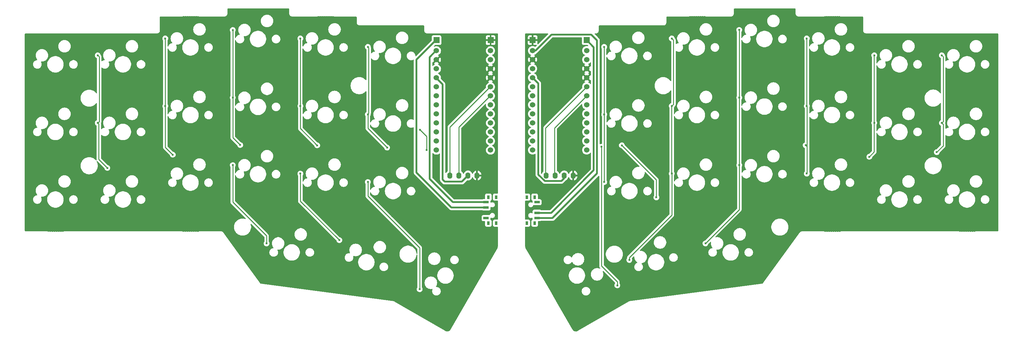
<source format=gtl>
G04 #@! TF.GenerationSoftware,KiCad,Pcbnew,8.0.3*
G04 #@! TF.CreationDate,2024-06-14T22:13:16-03:00*
G04 #@! TF.ProjectId,corne-cherry,636f726e-652d-4636-9865-7272792e6b69,3.0.1*
G04 #@! TF.SameCoordinates,Original*
G04 #@! TF.FileFunction,Copper,L1,Top*
G04 #@! TF.FilePolarity,Positive*
%FSLAX46Y46*%
G04 Gerber Fmt 4.6, Leading zero omitted, Abs format (unit mm)*
G04 Created by KiCad (PCBNEW 8.0.3) date 2024-06-14 22:13:16*
%MOMM*%
%LPD*%
G01*
G04 APERTURE LIST*
G04 #@! TA.AperFunction,ComponentPad*
%ADD10O,1.397000X1.778000*%
G04 #@! TD*
G04 #@! TA.AperFunction,ComponentPad*
%ADD11C,1.524000*%
G04 #@! TD*
G04 #@! TA.AperFunction,ComponentPad*
%ADD12R,1.700000X1.700000*%
G04 #@! TD*
G04 #@! TA.AperFunction,SMDPad,CuDef*
%ADD13R,0.800000X1.000000*%
G04 #@! TD*
G04 #@! TA.AperFunction,SMDPad,CuDef*
%ADD14R,1.500000X0.700000*%
G04 #@! TD*
G04 #@! TA.AperFunction,ViaPad*
%ADD15C,0.600000*%
G04 #@! TD*
G04 #@! TA.AperFunction,Conductor*
%ADD16C,0.250000*%
G04 #@! TD*
G04 #@! TA.AperFunction,Conductor*
%ADD17C,0.508000*%
G04 #@! TD*
G04 #@! TA.AperFunction,Conductor*
%ADD18C,0.254000*%
G04 #@! TD*
G04 #@! TA.AperFunction,Conductor*
%ADD19C,0.500000*%
G04 #@! TD*
G04 APERTURE END LIST*
D10*
X131124100Y-67020000D03*
X133664100Y-67020000D03*
X136204100Y-67020000D03*
X138744100Y-67020000D03*
X158187500Y-67020000D03*
X160727500Y-67020000D03*
X163267500Y-67020000D03*
X165807500Y-67020000D03*
D11*
X142535500Y-31942000D03*
X142535500Y-34482000D03*
X142535500Y-37022000D03*
X142535500Y-39562000D03*
X142535500Y-42102000D03*
X142535500Y-44642000D03*
X142535500Y-47182000D03*
X142535500Y-49722000D03*
X142535500Y-52262000D03*
X142535500Y-54802000D03*
X142535500Y-57342000D03*
X142535500Y-59882000D03*
X127315500Y-59882000D03*
X127315500Y-57342000D03*
X127315500Y-54802000D03*
X127315500Y-52262000D03*
X127315500Y-49722000D03*
X127315500Y-47182000D03*
X127315500Y-44642000D03*
X127315500Y-42102000D03*
X127315500Y-39562000D03*
X127315500Y-37022000D03*
X127315500Y-34482000D03*
X127315500Y-31942000D03*
X169598900Y-31912000D03*
X169598900Y-34452000D03*
X169598900Y-36992000D03*
X169598900Y-39532000D03*
X169598900Y-42072000D03*
X169598900Y-44612000D03*
X169598900Y-47152000D03*
X169598900Y-49692000D03*
X169598900Y-52232000D03*
X169598900Y-54772000D03*
X169598900Y-57312000D03*
X169598900Y-59852000D03*
X154378900Y-59852000D03*
X154378900Y-57312000D03*
X154378900Y-54772000D03*
X154378900Y-52232000D03*
X154378900Y-49692000D03*
X154378900Y-47152000D03*
X154378900Y-44612000D03*
X154378900Y-42072000D03*
X154378900Y-39532000D03*
X154378900Y-36992000D03*
X154378900Y-34452000D03*
X154378900Y-31912000D03*
D12*
X169598900Y-28974400D03*
X154403900Y-28974400D03*
X127340500Y-28974400D03*
D13*
X141933500Y-80405000D03*
X144143500Y-80405000D03*
X141933500Y-73105000D03*
X144143500Y-73105000D03*
D14*
X141283500Y-79005000D03*
X141283500Y-76005000D03*
X141283500Y-74505000D03*
D12*
X142560500Y-28974400D03*
D13*
X154967500Y-73105000D03*
X152757500Y-73105000D03*
X154967500Y-80405000D03*
X152757500Y-80405000D03*
D14*
X155617500Y-74505000D03*
X155617500Y-77505000D03*
X155617500Y-79005000D03*
D15*
X122707500Y-54180000D03*
X124607500Y-59810000D03*
X32022500Y-33240000D03*
X32022500Y-52240000D03*
X34712500Y-64890000D03*
X51022500Y-28490000D03*
X51022500Y-47490000D03*
X53127500Y-61174578D03*
X70022500Y-45115000D03*
X70022500Y-64115000D03*
X70022500Y-26115000D03*
X79522500Y-86115000D03*
X72087131Y-58449631D03*
X93767500Y-58540000D03*
X100007500Y-85205000D03*
X89022500Y-28490000D03*
X89022500Y-47490000D03*
X89022500Y-66490000D03*
X122607500Y-99005000D03*
X108022500Y-68865000D03*
X108022500Y-30865000D03*
X108022500Y-49865000D03*
X113452500Y-59175000D03*
X179492500Y-58540000D03*
X189207500Y-73180000D03*
X173777500Y-58950600D03*
X178222500Y-97910000D03*
X268107500Y-60445000D03*
X269529500Y-52235000D03*
X269529500Y-33235000D03*
X250529500Y-33235000D03*
X250529500Y-52235000D03*
X249126974Y-61760526D03*
X231529500Y-47485000D03*
X231234449Y-58513051D03*
X231529500Y-28485000D03*
X231529500Y-66485000D03*
X212529500Y-45110000D03*
X203029500Y-86110000D03*
X212529500Y-26110000D03*
X212529500Y-64110000D03*
X193529500Y-66485000D03*
X193529500Y-28485000D03*
X193529500Y-47485000D03*
X181613515Y-90780281D03*
X174522500Y-30865000D03*
X174529500Y-49860000D03*
X174529500Y-68860000D03*
D16*
X250507500Y-60380000D02*
X250507500Y-52257000D01*
X249126974Y-61760526D02*
X250507500Y-60380000D01*
X250507500Y-52257000D02*
X250529500Y-52235000D01*
X269917499Y-52622999D02*
X269529500Y-52235000D01*
X269917499Y-58635001D02*
X269917499Y-52622999D01*
X268107500Y-60445000D02*
X269917499Y-58635001D01*
X70010147Y-26127353D02*
X70022500Y-26115000D01*
X70010147Y-45102647D02*
X70010147Y-26127353D01*
X70022500Y-45115000D02*
X70010147Y-45102647D01*
X124607500Y-59810000D02*
X124607500Y-56080000D01*
X124607500Y-56080000D02*
X122707500Y-54180000D01*
D17*
X129073500Y-41431600D02*
X129073500Y-68183000D01*
X129620500Y-68730000D02*
X134504500Y-68730000D01*
X134504500Y-68730000D02*
X136028500Y-67206000D01*
X127203900Y-39562000D02*
X129073500Y-41431600D01*
X129073500Y-68183000D02*
X129620500Y-68730000D01*
X136028500Y-67206000D02*
X136028500Y-67028000D01*
D16*
X32307500Y-62485000D02*
X32307500Y-52525000D01*
X32022500Y-52240000D02*
X32407500Y-51855000D01*
X32307500Y-52525000D02*
X32022500Y-52240000D01*
X34712500Y-64890000D02*
X32307500Y-62485000D01*
X32407500Y-33625000D02*
X32022500Y-33240000D01*
X32407500Y-51855000D02*
X32407500Y-33625000D01*
D18*
X51007500Y-59054578D02*
X51007500Y-58540000D01*
D16*
X51007500Y-47475000D02*
X51007500Y-28505000D01*
X51007500Y-47505000D02*
X51007500Y-58540000D01*
D18*
X53127500Y-61174578D02*
X51007500Y-59054578D01*
D16*
X51022500Y-47490000D02*
X51007500Y-47505000D01*
X51007500Y-28505000D02*
X51022500Y-28490000D01*
X51022500Y-47490000D02*
X51007500Y-47475000D01*
X70007500Y-56370000D02*
X70007500Y-45130000D01*
X79522500Y-84020000D02*
X79522500Y-86115000D01*
X70007500Y-45130000D02*
X70022500Y-45115000D01*
X70022500Y-64115000D02*
X70007500Y-64130000D01*
X72087131Y-58449631D02*
X70007500Y-56370000D01*
X70007500Y-74505000D02*
X79522500Y-84020000D01*
X70007500Y-64130000D02*
X70007500Y-74505000D01*
D18*
X89007500Y-66505000D02*
X89007500Y-74205000D01*
D16*
X89007500Y-28505000D02*
X89022500Y-28490000D01*
X89022500Y-47490000D02*
X89007500Y-47505000D01*
D18*
X89022500Y-53795000D02*
X89022500Y-47490000D01*
D16*
X89022500Y-47490000D02*
X89007500Y-47475000D01*
X89007500Y-47475000D02*
X89007500Y-28505000D01*
D19*
X89022500Y-66490000D02*
X89007500Y-66505000D01*
D18*
X89007500Y-74205000D02*
X100007500Y-85205000D01*
X93767500Y-58540000D02*
X89022500Y-53795000D01*
D16*
X108022500Y-49865000D02*
X108007500Y-49880000D01*
X108022500Y-49650000D02*
X108237500Y-49435000D01*
D18*
X113452500Y-59175000D02*
X108022500Y-53745000D01*
D16*
X108237500Y-49435000D02*
X108237500Y-31080000D01*
X108022500Y-49865000D02*
X108022500Y-49650000D01*
D18*
X108022500Y-53745000D02*
X108022500Y-49865000D01*
D16*
X122607500Y-87380000D02*
X122607500Y-99005000D01*
X108237500Y-31080000D02*
X108022500Y-30865000D01*
X108022500Y-72795000D02*
X122607500Y-87380000D01*
X108022500Y-68865000D02*
X108022500Y-72795000D01*
D18*
X142423900Y-44642000D02*
X133664100Y-53401800D01*
X133664100Y-53401800D02*
X133664100Y-67020000D01*
X142423900Y-42102000D02*
X131105500Y-53420400D01*
X131105500Y-53420400D02*
X131105500Y-67001400D01*
X131105500Y-67001400D02*
X131124100Y-67020000D01*
D16*
X189207500Y-68255000D02*
X189207500Y-73180000D01*
X179492500Y-58540000D02*
X189207500Y-68255000D01*
X178222500Y-96922995D02*
X178222500Y-97910000D01*
X173777500Y-92477995D02*
X178222500Y-96922995D01*
X173777500Y-58950600D02*
X173777500Y-92477995D01*
D18*
X158039500Y-53637400D02*
X158039500Y-67015000D01*
X169603900Y-42073000D02*
X158039500Y-53637400D01*
X160579500Y-53637400D02*
X160579500Y-67015000D01*
X169603900Y-44613000D02*
X160579500Y-53637400D01*
D16*
X269907500Y-51857000D02*
X269907500Y-33613000D01*
X269907500Y-33613000D02*
X269529500Y-33235000D01*
X269529500Y-52235000D02*
X269907500Y-51857000D01*
X250529500Y-52235000D02*
X250507500Y-52213000D01*
X250507500Y-33257000D02*
X250529500Y-33235000D01*
X250507500Y-52213000D02*
X250507500Y-33257000D01*
X231607500Y-47563000D02*
X231607500Y-59795000D01*
X231534448Y-58813050D02*
X231234449Y-58513051D01*
X231507500Y-47463000D02*
X231507500Y-28507000D01*
X231607500Y-59795000D02*
X231607500Y-58886102D01*
X231607500Y-58886102D02*
X231534448Y-58813050D01*
X231529500Y-47485000D02*
X231607500Y-47563000D01*
X231607500Y-59795000D02*
X231607500Y-66407000D01*
X231507500Y-28507000D02*
X231529500Y-28485000D01*
X231607500Y-66407000D02*
X231529500Y-66485000D01*
X231529500Y-47485000D02*
X231507500Y-47463000D01*
X212557500Y-64138000D02*
X212529500Y-64110000D01*
X212557500Y-76582000D02*
X212557500Y-64138000D01*
X212529500Y-45110000D02*
X212507500Y-45132000D01*
X203029500Y-86110000D02*
X212557500Y-76582000D01*
X212529500Y-64110000D02*
X212507500Y-64088000D01*
X212507500Y-64088000D02*
X212507500Y-60295000D01*
X212507500Y-45132000D02*
X212507500Y-60295000D01*
X194007500Y-28963000D02*
X193529500Y-28485000D01*
X193529500Y-78158000D02*
X193529500Y-66485000D01*
X194007500Y-47007000D02*
X194007500Y-28963000D01*
X193507500Y-66463000D02*
X193529500Y-66485000D01*
X181613515Y-90073985D02*
X193529500Y-78158000D01*
X181613515Y-90780281D02*
X181613515Y-90073985D01*
X193529500Y-47485000D02*
X194007500Y-47007000D01*
X193529500Y-47485000D02*
X193507500Y-47507000D01*
X193507500Y-47507000D02*
X193507500Y-66463000D01*
X174507500Y-30880000D02*
X174507500Y-49838000D01*
X174529500Y-68860000D02*
X174529500Y-49860000D01*
X174507500Y-49838000D02*
X174529500Y-49860000D01*
X174522500Y-30865000D02*
X174507500Y-30880000D01*
D19*
X159057500Y-68600000D02*
X162469500Y-68600000D01*
X157812500Y-68610000D02*
X159047500Y-68610000D01*
X155997500Y-41146600D02*
X155997500Y-66795000D01*
X162469500Y-68600000D02*
X163244500Y-67825000D01*
X154383900Y-39533000D02*
X155997500Y-41146600D01*
X163244500Y-67825000D02*
X163244500Y-67045000D01*
X155997500Y-66795000D02*
X157812500Y-68610000D01*
X159047500Y-68610000D02*
X159057500Y-68600000D01*
X163214500Y-67015000D02*
X163119500Y-67015000D01*
X163244500Y-67045000D02*
X163214500Y-67015000D01*
D17*
X171595017Y-65539457D02*
X159629474Y-77505000D01*
D16*
X155617500Y-77505000D02*
X155682500Y-77505000D01*
D17*
X159629474Y-77505000D02*
X155617500Y-77505000D01*
X169598900Y-28974400D02*
X171595017Y-30970517D01*
X171595017Y-30970517D02*
X171595017Y-65539457D01*
D16*
X155682500Y-77505000D02*
X155732500Y-77555000D01*
D19*
X127155800Y-28974400D02*
X121707500Y-34422700D01*
X121707500Y-34422700D02*
X121707500Y-66160000D01*
X121707500Y-66160000D02*
X131547900Y-76000400D01*
X131547900Y-76000400D02*
X141283500Y-76000400D01*
X125411513Y-33734387D02*
X125411513Y-67959013D01*
X127203900Y-31942000D02*
X125411513Y-33734387D01*
X125411513Y-67959013D02*
X131952900Y-74500400D01*
X131952900Y-74500400D02*
X141283500Y-74500400D01*
D17*
X170920000Y-27425000D02*
X172507500Y-29012500D01*
X159680500Y-27425000D02*
X170920000Y-27425000D01*
X154378900Y-31912000D02*
X155193500Y-31912000D01*
X155193500Y-31912000D02*
X159680500Y-27425000D01*
X172507500Y-29012500D02*
X172507500Y-66477500D01*
X159980000Y-79005000D02*
X155617500Y-79005000D01*
X172507500Y-66477500D02*
X159980000Y-79005000D01*
D16*
X212507500Y-45088000D02*
X212507500Y-26132000D01*
X212507500Y-26132000D02*
X212529500Y-26110000D01*
X212529500Y-45110000D02*
X212507500Y-45088000D01*
G04 #@! TA.AperFunction,Conductor*
G36*
X228176679Y-20079887D02*
G01*
X228261786Y-20099266D01*
X228310826Y-20122636D01*
X228331268Y-20138684D01*
X228365185Y-20179928D01*
X228387394Y-20223521D01*
X228399937Y-20264339D01*
X228403075Y-20289296D01*
X228404044Y-20304765D01*
X228404044Y-20317757D01*
X228404759Y-20323188D01*
X228405820Y-20339374D01*
X228405820Y-21466947D01*
X228404759Y-21483133D01*
X228404044Y-21488563D01*
X228404044Y-21499413D01*
X228402895Y-21516255D01*
X228401455Y-21526760D01*
X228402026Y-21531286D01*
X228403068Y-21539536D01*
X228404044Y-21555067D01*
X228404044Y-21567938D01*
X228404045Y-21567947D01*
X228406786Y-21578177D01*
X228410035Y-21594740D01*
X228417451Y-21653496D01*
X228418260Y-21675449D01*
X228418167Y-21677238D01*
X228418167Y-21677247D01*
X228422678Y-21698422D01*
X228424422Y-21708722D01*
X228427134Y-21730208D01*
X228427137Y-21730219D01*
X228427817Y-21731885D01*
X228434275Y-21752865D01*
X228434650Y-21754625D01*
X228434652Y-21754630D01*
X228434653Y-21754633D01*
X228441568Y-21768190D01*
X228444497Y-21773932D01*
X228448845Y-21783425D01*
X228450898Y-21788457D01*
X228457026Y-21803477D01*
X228458108Y-21804902D01*
X228469786Y-21823513D01*
X228542469Y-21966003D01*
X228547065Y-21976105D01*
X228554721Y-21995156D01*
X228556470Y-21997485D01*
X228567760Y-22015581D01*
X228569087Y-22018182D01*
X228582832Y-22033434D01*
X228589887Y-22042004D01*
X228602222Y-22058436D01*
X228604522Y-22060240D01*
X228620103Y-22074790D01*
X228622053Y-22076954D01*
X228622054Y-22076955D01*
X228622056Y-22076956D01*
X228622057Y-22076957D01*
X228639287Y-22088135D01*
X228648314Y-22094584D01*
X228784606Y-22201471D01*
X228788743Y-22204715D01*
X228796473Y-22211306D01*
X228812737Y-22226367D01*
X228812739Y-22226368D01*
X228813875Y-22226967D01*
X228832559Y-22239079D01*
X228833563Y-22239866D01*
X228833570Y-22239871D01*
X228853959Y-22248569D01*
X228863112Y-22252926D01*
X228882728Y-22263269D01*
X228883977Y-22263552D01*
X228905171Y-22270419D01*
X228906346Y-22270921D01*
X228928304Y-22274048D01*
X228938256Y-22275884D01*
X229176670Y-22330049D01*
X229247693Y-22327320D01*
X229252454Y-22327229D01*
X236317294Y-22327229D01*
X236322239Y-22327232D01*
X236356849Y-22327256D01*
X236356849Y-22327255D01*
X236356856Y-22327256D01*
X236356862Y-22327254D01*
X236356896Y-22327250D01*
X236357051Y-22327229D01*
X236357062Y-22327229D01*
X236394837Y-22317106D01*
X236394841Y-22317122D01*
X236394919Y-22317084D01*
X236433297Y-22306830D01*
X236433301Y-22306827D01*
X236433307Y-22306826D01*
X236433469Y-22306759D01*
X236433480Y-22306752D01*
X236433489Y-22306750D01*
X236467009Y-22287395D01*
X236467094Y-22287375D01*
X236467082Y-22287354D01*
X236475277Y-22282630D01*
X236501846Y-22267316D01*
X236501851Y-22267310D01*
X236502006Y-22267192D01*
X236502006Y-22267191D01*
X236502011Y-22267189D01*
X236524476Y-22244722D01*
X236585799Y-22211238D01*
X236655491Y-22216222D01*
X236674157Y-22225017D01*
X236686566Y-22232181D01*
X236712119Y-22246934D01*
X236814997Y-22274500D01*
X236814999Y-22274500D01*
X236921501Y-22274500D01*
X236921503Y-22274500D01*
X237024381Y-22246934D01*
X237024385Y-22246932D01*
X237037986Y-22239079D01*
X237103125Y-22201470D01*
X237171023Y-22184997D01*
X237227123Y-22201469D01*
X237267908Y-22225017D01*
X237305866Y-22246933D01*
X237305868Y-22246933D01*
X237305869Y-22246934D01*
X237408747Y-22274500D01*
X237408749Y-22274500D01*
X237515251Y-22274500D01*
X237515253Y-22274500D01*
X237618131Y-22246934D01*
X237618135Y-22246932D01*
X237631736Y-22239079D01*
X237696875Y-22201470D01*
X237764773Y-22184997D01*
X237820873Y-22201469D01*
X237861658Y-22225017D01*
X237899616Y-22246933D01*
X237899618Y-22246933D01*
X237899619Y-22246934D01*
X238002497Y-22274500D01*
X238002499Y-22274500D01*
X238109001Y-22274500D01*
X238109003Y-22274500D01*
X238211881Y-22246934D01*
X238211885Y-22246932D01*
X238225486Y-22239079D01*
X238290625Y-22201470D01*
X238358523Y-22184997D01*
X238414623Y-22201469D01*
X238455408Y-22225017D01*
X238493366Y-22246933D01*
X238493368Y-22246933D01*
X238493369Y-22246934D01*
X238596247Y-22274500D01*
X238596249Y-22274500D01*
X238702751Y-22274500D01*
X238702753Y-22274500D01*
X238805631Y-22246934D01*
X238805635Y-22246932D01*
X238819236Y-22239079D01*
X238884375Y-22201470D01*
X238952273Y-22184997D01*
X239008373Y-22201469D01*
X239049158Y-22225017D01*
X239087116Y-22246933D01*
X239087118Y-22246933D01*
X239087119Y-22246934D01*
X239189997Y-22274500D01*
X239189999Y-22274500D01*
X239296501Y-22274500D01*
X239296503Y-22274500D01*
X239399381Y-22246934D01*
X239399385Y-22246932D01*
X239412986Y-22239079D01*
X239478125Y-22201470D01*
X239546023Y-22184997D01*
X239602123Y-22201469D01*
X239642908Y-22225017D01*
X239680866Y-22246933D01*
X239680868Y-22246933D01*
X239680869Y-22246934D01*
X239783747Y-22274500D01*
X239783749Y-22274500D01*
X239890251Y-22274500D01*
X239890253Y-22274500D01*
X239993131Y-22246934D01*
X239993135Y-22246932D01*
X240006736Y-22239079D01*
X240071875Y-22201470D01*
X240139773Y-22184997D01*
X240195873Y-22201469D01*
X240236658Y-22225017D01*
X240274616Y-22246933D01*
X240274618Y-22246933D01*
X240274619Y-22246934D01*
X240377497Y-22274500D01*
X240377499Y-22274500D01*
X240484001Y-22274500D01*
X240484003Y-22274500D01*
X240586881Y-22246934D01*
X240586885Y-22246932D01*
X240600486Y-22239079D01*
X240665625Y-22201470D01*
X240733523Y-22184997D01*
X240789624Y-22201470D01*
X240815175Y-22216222D01*
X240860957Y-22242655D01*
X240886637Y-22262360D01*
X240892995Y-22268718D01*
X240893223Y-22268892D01*
X240893536Y-22269131D01*
X240893646Y-22269216D01*
X240927177Y-22288452D01*
X240927627Y-22288710D01*
X240961509Y-22308272D01*
X240961518Y-22308277D01*
X240961836Y-22308408D01*
X240962094Y-22308515D01*
X240962272Y-22308588D01*
X240962278Y-22308589D01*
X240962279Y-22308590D01*
X240999750Y-22318520D01*
X241000054Y-22318704D01*
X241000080Y-22318608D01*
X241015569Y-22322758D01*
X241037938Y-22328752D01*
X241037939Y-22328752D01*
X241037943Y-22328753D01*
X241038174Y-22328783D01*
X241038528Y-22328829D01*
X241038754Y-22328858D01*
X241038758Y-22328857D01*
X241038762Y-22328859D01*
X241077673Y-22328752D01*
X241077778Y-22328752D01*
X247156909Y-22328752D01*
X247184432Y-22331845D01*
X247261717Y-22349438D01*
X247310741Y-22372793D01*
X247331185Y-22388835D01*
X247365104Y-22430057D01*
X247372157Y-22443888D01*
X247387321Y-22473626D01*
X247399877Y-22514427D01*
X247404025Y-22547292D01*
X247405001Y-22562819D01*
X247405001Y-26222800D01*
X247403989Y-26238246D01*
X247403989Y-26249461D01*
X247402840Y-26266303D01*
X247402669Y-26267554D01*
X247401400Y-26276808D01*
X247402815Y-26288020D01*
X247403013Y-26289584D01*
X247403989Y-26305115D01*
X247403989Y-26317991D01*
X247406731Y-26328224D01*
X247409979Y-26344785D01*
X247417396Y-26403544D01*
X247418206Y-26425495D01*
X247418112Y-26427296D01*
X247418112Y-26427299D01*
X247422623Y-26448474D01*
X247424367Y-26458773D01*
X247427080Y-26480259D01*
X247427080Y-26480260D01*
X247427759Y-26481924D01*
X247434224Y-26502927D01*
X247434597Y-26504678D01*
X247434600Y-26504687D01*
X247444443Y-26523984D01*
X247448796Y-26533487D01*
X247456968Y-26553519D01*
X247456970Y-26553522D01*
X247458052Y-26554948D01*
X247469733Y-26573562D01*
X247482550Y-26598688D01*
X247542076Y-26715384D01*
X247542416Y-26716049D01*
X247547005Y-26726137D01*
X247552458Y-26739705D01*
X247554669Y-26745207D01*
X247556415Y-26747532D01*
X247567699Y-26765617D01*
X247569032Y-26768229D01*
X247569035Y-26768235D01*
X247582783Y-26783488D01*
X247589844Y-26792066D01*
X247600260Y-26805942D01*
X247602169Y-26808485D01*
X247604469Y-26810288D01*
X247620056Y-26824844D01*
X247622005Y-26827007D01*
X247639230Y-26838182D01*
X247648262Y-26844634D01*
X247680599Y-26869994D01*
X247779301Y-26947401D01*
X247788689Y-26954763D01*
X247796419Y-26961354D01*
X247812682Y-26976414D01*
X247813823Y-26977015D01*
X247832504Y-26989126D01*
X247833401Y-26989829D01*
X247833516Y-26989919D01*
X247843235Y-26994065D01*
X247853895Y-26998614D01*
X247863063Y-27002977D01*
X247882673Y-27013317D01*
X247882674Y-27013317D01*
X247882676Y-27013318D01*
X247883926Y-27013602D01*
X247905109Y-27020464D01*
X247906292Y-27020969D01*
X247906291Y-27020969D01*
X247911889Y-27021766D01*
X247928220Y-27024091D01*
X247938203Y-27025933D01*
X247973694Y-27033996D01*
X248176614Y-27080098D01*
X248254193Y-27077117D01*
X248258905Y-27077027D01*
X285156885Y-27078798D01*
X285184344Y-27081878D01*
X285261782Y-27099471D01*
X285310832Y-27122816D01*
X285331282Y-27138854D01*
X285365219Y-27180081D01*
X285387448Y-27223658D01*
X285400012Y-27264469D01*
X285403151Y-27289327D01*
X285404128Y-27304862D01*
X285404128Y-27323843D01*
X285404129Y-27323868D01*
X285405901Y-82472682D01*
X285402806Y-82500218D01*
X285383427Y-82585320D01*
X285360056Y-82634358D01*
X285355652Y-82639969D01*
X285344010Y-82654798D01*
X285302768Y-82688712D01*
X285259175Y-82710922D01*
X285218354Y-82723466D01*
X285193395Y-82726604D01*
X285177929Y-82727573D01*
X279085476Y-82727573D01*
X279080822Y-82727486D01*
X279049250Y-82726300D01*
X279049249Y-82726300D01*
X279049248Y-82726300D01*
X279049246Y-82726300D01*
X279043538Y-82726835D01*
X279037939Y-82727572D01*
X279007387Y-82735758D01*
X279002905Y-82736869D01*
X278974527Y-82743342D01*
X278972097Y-82743897D01*
X278966764Y-82745874D01*
X278961513Y-82748050D01*
X278934147Y-82763848D01*
X278930084Y-82766093D01*
X278902145Y-82780855D01*
X278897526Y-82784130D01*
X278892985Y-82787615D01*
X278886299Y-82794301D01*
X278860627Y-82813999D01*
X278795627Y-82851528D01*
X278727727Y-82868002D01*
X278671625Y-82851529D01*
X278639616Y-82833049D01*
X278592882Y-82806066D01*
X278534403Y-82790397D01*
X278490003Y-82778500D01*
X278383497Y-82778500D01*
X278280617Y-82806066D01*
X278221961Y-82839932D01*
X278201874Y-82851529D01*
X278133976Y-82868002D01*
X278077875Y-82851529D01*
X278045866Y-82833049D01*
X277999132Y-82806066D01*
X277940653Y-82790397D01*
X277896253Y-82778500D01*
X277789747Y-82778500D01*
X277686867Y-82806066D01*
X277628211Y-82839932D01*
X277608124Y-82851529D01*
X277540226Y-82868002D01*
X277484125Y-82851529D01*
X277452116Y-82833049D01*
X277405382Y-82806066D01*
X277346903Y-82790397D01*
X277302503Y-82778500D01*
X277195997Y-82778500D01*
X277093117Y-82806066D01*
X277034461Y-82839932D01*
X277014374Y-82851529D01*
X276946476Y-82868002D01*
X276890375Y-82851529D01*
X276858366Y-82833049D01*
X276811632Y-82806066D01*
X276753153Y-82790397D01*
X276708753Y-82778500D01*
X276602247Y-82778500D01*
X276499367Y-82806066D01*
X276440711Y-82839932D01*
X276420624Y-82851529D01*
X276352726Y-82868002D01*
X276296625Y-82851529D01*
X276264616Y-82833049D01*
X276217882Y-82806066D01*
X276159403Y-82790397D01*
X276115003Y-82778500D01*
X276008497Y-82778500D01*
X275905617Y-82806066D01*
X275846961Y-82839932D01*
X275826874Y-82851529D01*
X275758976Y-82868002D01*
X275702875Y-82851529D01*
X275670866Y-82833049D01*
X275624132Y-82806066D01*
X275565653Y-82790397D01*
X275521253Y-82778500D01*
X275414747Y-82778500D01*
X275311867Y-82806066D01*
X275253211Y-82839932D01*
X275233124Y-82851529D01*
X275165226Y-82868002D01*
X275109125Y-82851529D01*
X275077116Y-82833049D01*
X275030382Y-82806066D01*
X274971903Y-82790397D01*
X274927503Y-82778500D01*
X274820997Y-82778500D01*
X274718116Y-82806066D01*
X274682678Y-82826527D01*
X274614777Y-82842998D01*
X274548751Y-82820146D01*
X274529704Y-82803398D01*
X274526254Y-82799673D01*
X274521087Y-82794094D01*
X274521086Y-82794093D01*
X274521084Y-82794091D01*
X274516635Y-82790397D01*
X274512013Y-82786851D01*
X274512011Y-82786849D01*
X274501629Y-82780855D01*
X274484768Y-82771120D01*
X274480702Y-82768667D01*
X274454131Y-82751937D01*
X274448850Y-82749509D01*
X274443493Y-82747290D01*
X274443489Y-82747288D01*
X274438593Y-82745976D01*
X274413130Y-82739152D01*
X274408573Y-82737837D01*
X274378547Y-82728545D01*
X274372820Y-82727567D01*
X274367063Y-82726809D01*
X274367062Y-82726809D01*
X274367060Y-82726809D01*
X274335635Y-82726809D01*
X274330886Y-82726718D01*
X274299478Y-82725514D01*
X274291383Y-82726266D01*
X274291314Y-82725529D01*
X274279866Y-82726809D01*
X241184555Y-82726809D01*
X241180437Y-82726741D01*
X241162803Y-82726155D01*
X241147939Y-82725661D01*
X241147938Y-82725661D01*
X241147937Y-82725661D01*
X241142899Y-82726155D01*
X241137939Y-82726808D01*
X241106518Y-82735227D01*
X241102526Y-82736226D01*
X241070873Y-82743590D01*
X241066186Y-82745350D01*
X241061507Y-82747289D01*
X241033368Y-82763535D01*
X241029776Y-82765530D01*
X241001074Y-82780855D01*
X240996973Y-82783789D01*
X240992991Y-82786846D01*
X240979959Y-82799878D01*
X240954281Y-82819580D01*
X240881624Y-82861529D01*
X240813726Y-82878002D01*
X240757625Y-82861529D01*
X240725182Y-82842798D01*
X240678882Y-82816066D01*
X240599201Y-82794716D01*
X240576003Y-82788500D01*
X240469497Y-82788500D01*
X240366617Y-82816066D01*
X240310290Y-82848588D01*
X240287874Y-82861529D01*
X240219976Y-82878002D01*
X240163875Y-82861529D01*
X240131432Y-82842798D01*
X240085132Y-82816066D01*
X240005451Y-82794716D01*
X239982253Y-82788500D01*
X239875747Y-82788500D01*
X239772867Y-82816066D01*
X239716540Y-82848588D01*
X239694124Y-82861529D01*
X239626226Y-82878002D01*
X239570125Y-82861529D01*
X239537682Y-82842798D01*
X239491382Y-82816066D01*
X239411701Y-82794716D01*
X239388503Y-82788500D01*
X239281997Y-82788500D01*
X239179117Y-82816066D01*
X239122790Y-82848588D01*
X239100374Y-82861529D01*
X239032476Y-82878002D01*
X238976375Y-82861529D01*
X238943932Y-82842798D01*
X238897632Y-82816066D01*
X238817951Y-82794716D01*
X238794753Y-82788500D01*
X238688247Y-82788500D01*
X238585367Y-82816066D01*
X238529040Y-82848588D01*
X238506624Y-82861529D01*
X238438726Y-82878002D01*
X238382625Y-82861529D01*
X238350182Y-82842798D01*
X238303882Y-82816066D01*
X238224201Y-82794716D01*
X238201003Y-82788500D01*
X238094497Y-82788500D01*
X237991617Y-82816066D01*
X237935290Y-82848588D01*
X237912874Y-82861529D01*
X237844976Y-82878002D01*
X237788875Y-82861529D01*
X237756432Y-82842798D01*
X237710132Y-82816066D01*
X237630451Y-82794716D01*
X237607253Y-82788500D01*
X237500747Y-82788500D01*
X237397867Y-82816066D01*
X237341540Y-82848588D01*
X237319124Y-82861529D01*
X237251226Y-82878002D01*
X237195125Y-82861529D01*
X237162682Y-82842798D01*
X237116382Y-82816066D01*
X237036701Y-82794716D01*
X237013503Y-82788500D01*
X236906997Y-82788500D01*
X236804119Y-82816066D01*
X236804118Y-82816066D01*
X236804116Y-82816067D01*
X236804115Y-82816067D01*
X236725375Y-82861528D01*
X236657475Y-82878001D01*
X236601376Y-82861529D01*
X236578961Y-82848588D01*
X236553279Y-82828881D01*
X236545042Y-82820644D01*
X236542141Y-82817644D01*
X236519997Y-82793957D01*
X236516045Y-82790707D01*
X236512015Y-82787615D01*
X236483929Y-82771399D01*
X236480355Y-82769255D01*
X236479411Y-82768667D01*
X236452845Y-82752113D01*
X236452844Y-82752112D01*
X236452843Y-82752112D01*
X236448183Y-82749995D01*
X236443495Y-82748054D01*
X236443490Y-82748052D01*
X236443489Y-82748052D01*
X236412186Y-82739663D01*
X236408188Y-82738520D01*
X236377147Y-82729073D01*
X236372091Y-82728233D01*
X236367068Y-82727573D01*
X236367062Y-82727573D01*
X236334652Y-82727573D01*
X236330481Y-82727503D01*
X236328265Y-82727428D01*
X236298071Y-82726412D01*
X236298070Y-82726412D01*
X236298065Y-82726412D01*
X236292172Y-82726987D01*
X236280135Y-82727573D01*
X230221109Y-82727573D01*
X230211520Y-82727202D01*
X230188460Y-82725413D01*
X230188459Y-82725413D01*
X230188139Y-82725472D01*
X230165414Y-82727573D01*
X230165095Y-82727573D01*
X230142768Y-82733556D01*
X230133408Y-82735679D01*
X229996868Y-82761143D01*
X229980780Y-82763067D01*
X229969043Y-82763696D01*
X229969042Y-82763697D01*
X229957878Y-82767338D01*
X229942176Y-82771344D01*
X229930643Y-82773495D01*
X229930632Y-82773499D01*
X229920032Y-82778569D01*
X229905000Y-82784586D01*
X229893827Y-82788231D01*
X229893817Y-82788236D01*
X229883979Y-82794641D01*
X229869851Y-82802574D01*
X229859264Y-82807639D01*
X229859256Y-82807644D01*
X229850331Y-82815284D01*
X229837357Y-82824995D01*
X229715660Y-82904228D01*
X229698250Y-82913675D01*
X229693194Y-82915915D01*
X229693191Y-82915917D01*
X229679217Y-82927191D01*
X229669020Y-82934594D01*
X229653981Y-82944385D01*
X229653980Y-82944387D01*
X229650281Y-82948504D01*
X229635922Y-82962123D01*
X229631612Y-82965600D01*
X229631606Y-82965607D01*
X229621029Y-82980110D01*
X229613096Y-82989899D01*
X229601111Y-83003241D01*
X229601107Y-83003247D01*
X229598602Y-83008178D01*
X229588247Y-83025061D01*
X219111339Y-97391560D01*
X219078737Y-97422459D01*
X219041506Y-97446663D01*
X218996586Y-97464612D01*
X218910944Y-97480535D01*
X218904274Y-97481588D01*
X182259462Y-102248626D01*
X182244645Y-102249656D01*
X182239622Y-102249703D01*
X182208148Y-102254149D01*
X182203672Y-102254698D01*
X182188544Y-102256272D01*
X182172039Y-102257989D01*
X182164806Y-102259718D01*
X182153339Y-102261893D01*
X182035986Y-102278472D01*
X182022434Y-102279015D01*
X182022439Y-102279084D01*
X182014339Y-102279656D01*
X181988282Y-102284978D01*
X181980822Y-102286265D01*
X181954506Y-102289984D01*
X181954504Y-102289984D01*
X181946676Y-102292162D01*
X181946657Y-102292095D01*
X181933710Y-102296125D01*
X181812917Y-102320799D01*
X181799424Y-102322169D01*
X181799434Y-102322238D01*
X181791380Y-102323305D01*
X181765713Y-102330205D01*
X181758345Y-102331946D01*
X181732293Y-102337268D01*
X181724609Y-102339921D01*
X181724586Y-102339856D01*
X181711906Y-102344672D01*
X181552944Y-102387411D01*
X181552895Y-102387424D01*
X181513347Y-102398039D01*
X181513315Y-102398052D01*
X181489524Y-102411815D01*
X181479915Y-102417374D01*
X167186285Y-110678196D01*
X167185588Y-110678596D01*
X167030588Y-110766841D01*
X167013681Y-110774843D01*
X166880450Y-110825993D01*
X166862794Y-110831303D01*
X166725905Y-110861589D01*
X166707965Y-110864201D01*
X166574347Y-110873759D01*
X166553518Y-110873495D01*
X166364797Y-110855174D01*
X166341573Y-110850651D01*
X166313523Y-110842345D01*
X166159768Y-110796818D01*
X166140364Y-110789248D01*
X166020098Y-110730251D01*
X166004450Y-110721099D01*
X165888925Y-110641659D01*
X165874553Y-110630113D01*
X165770245Y-110532705D01*
X165757583Y-110518951D01*
X165663759Y-110400183D01*
X165653645Y-110385268D01*
X161345581Y-102915593D01*
X159349491Y-99454608D01*
X168200000Y-99454608D01*
X168200000Y-99644209D01*
X168227788Y-99819660D01*
X168229658Y-99831464D01*
X168257312Y-99916572D01*
X168288247Y-100011781D01*
X168323758Y-100081474D01*
X168374319Y-100180705D01*
X168485759Y-100334088D01*
X168619821Y-100468150D01*
X168773204Y-100579590D01*
X168853015Y-100620255D01*
X168942127Y-100665661D01*
X168942129Y-100665661D01*
X168942132Y-100665663D01*
X169122445Y-100724251D01*
X169216074Y-100739080D01*
X169309700Y-100753909D01*
X169309704Y-100753909D01*
X169499300Y-100753909D01*
X169582522Y-100740727D01*
X169686555Y-100724251D01*
X169866868Y-100665663D01*
X170035796Y-100579590D01*
X170189179Y-100468150D01*
X170323241Y-100334088D01*
X170434681Y-100180705D01*
X170520754Y-100011777D01*
X170579342Y-99831464D01*
X170597595Y-99716216D01*
X170609000Y-99644209D01*
X170609000Y-99454608D01*
X170583629Y-99294424D01*
X170579342Y-99267354D01*
X170520754Y-99087041D01*
X170520752Y-99087038D01*
X170520752Y-99087036D01*
X170434680Y-98918112D01*
X170431718Y-98914035D01*
X170323241Y-98764730D01*
X170189179Y-98630668D01*
X170035796Y-98519228D01*
X169866872Y-98433156D01*
X169808405Y-98414159D01*
X169686555Y-98374567D01*
X169686551Y-98374566D01*
X169686550Y-98374566D01*
X169499300Y-98344909D01*
X169499296Y-98344909D01*
X169309704Y-98344909D01*
X169309700Y-98344909D01*
X169122449Y-98374566D01*
X169122446Y-98374566D01*
X169122445Y-98374567D01*
X169063982Y-98393562D01*
X168942127Y-98433156D01*
X168773203Y-98519228D01*
X168619819Y-98630669D01*
X168485760Y-98764728D01*
X168374319Y-98918112D01*
X168288247Y-99087036D01*
X168273052Y-99133803D01*
X168239829Y-99236053D01*
X168229657Y-99267358D01*
X168200000Y-99454608D01*
X159349491Y-99454608D01*
X156779735Y-94998954D01*
X164560000Y-94998954D01*
X164560000Y-95301045D01*
X164599429Y-95600546D01*
X164677617Y-95892347D01*
X164793219Y-96171434D01*
X164793223Y-96171444D01*
X164944266Y-96433058D01*
X165128165Y-96672721D01*
X165128171Y-96672728D01*
X165341771Y-96886328D01*
X165341778Y-96886334D01*
X165581441Y-97070233D01*
X165843055Y-97221276D01*
X165843056Y-97221276D01*
X165843059Y-97221278D01*
X166122153Y-97336883D01*
X166413950Y-97415070D01*
X166638578Y-97444642D01*
X166713454Y-97454500D01*
X166713455Y-97454500D01*
X167015546Y-97454500D01*
X167075446Y-97446614D01*
X167315050Y-97415070D01*
X167606847Y-97336883D01*
X167885941Y-97221278D01*
X168147559Y-97070233D01*
X168387223Y-96886333D01*
X168600833Y-96672723D01*
X168784733Y-96433059D01*
X168935778Y-96171441D01*
X169051383Y-95892347D01*
X169129570Y-95600550D01*
X169169000Y-95301045D01*
X169169000Y-94998955D01*
X169129570Y-94699450D01*
X169051383Y-94407653D01*
X168935778Y-94128559D01*
X168784733Y-93866941D01*
X168660088Y-93704500D01*
X168600834Y-93627278D01*
X168600828Y-93627271D01*
X168387228Y-93413671D01*
X168387221Y-93413665D01*
X168147558Y-93229766D01*
X167885944Y-93078723D01*
X167885934Y-93078719D01*
X167606847Y-92963117D01*
X167456095Y-92922723D01*
X167315050Y-92884930D01*
X167315049Y-92884929D01*
X167315046Y-92884929D01*
X167015546Y-92845500D01*
X167015545Y-92845500D01*
X166713455Y-92845500D01*
X166713454Y-92845500D01*
X166413953Y-92884929D01*
X166122152Y-92963117D01*
X165843065Y-93078719D01*
X165843055Y-93078723D01*
X165581441Y-93229766D01*
X165341778Y-93413665D01*
X165341771Y-93413671D01*
X165128171Y-93627271D01*
X165128165Y-93627278D01*
X164944266Y-93866941D01*
X164793223Y-94128555D01*
X164793219Y-94128565D01*
X164677617Y-94407652D01*
X164599429Y-94699453D01*
X164560000Y-94998954D01*
X156779735Y-94998954D01*
X154274856Y-90655790D01*
X163120000Y-90655790D01*
X163120000Y-90845391D01*
X163145284Y-91005030D01*
X163149658Y-91032646D01*
X163174502Y-91109106D01*
X163208247Y-91212963D01*
X163294314Y-91381878D01*
X163294319Y-91381887D01*
X163405759Y-91535270D01*
X163539821Y-91669332D01*
X163693204Y-91780772D01*
X163773015Y-91821437D01*
X163862127Y-91866843D01*
X163862129Y-91866843D01*
X163862132Y-91866845D01*
X164042445Y-91925433D01*
X164136074Y-91940262D01*
X164229700Y-91955091D01*
X164229704Y-91955091D01*
X164419300Y-91955091D01*
X164502522Y-91941909D01*
X164606555Y-91925433D01*
X164786868Y-91866845D01*
X164955796Y-91780772D01*
X165109179Y-91669332D01*
X165243241Y-91535270D01*
X165354681Y-91381887D01*
X165364126Y-91363349D01*
X165412097Y-91312554D01*
X165479917Y-91295757D01*
X165546053Y-91318292D01*
X165581998Y-91357643D01*
X165697260Y-91557282D01*
X165837269Y-91739746D01*
X165837275Y-91739753D01*
X165999894Y-91902372D01*
X165999901Y-91902378D01*
X166182365Y-92042387D01*
X166381540Y-92157381D01*
X166381541Y-92157381D01*
X166381544Y-92157383D01*
X166594029Y-92245397D01*
X166816185Y-92304923D01*
X167044209Y-92334943D01*
X167044216Y-92334943D01*
X167274194Y-92334943D01*
X167274201Y-92334943D01*
X167502225Y-92304923D01*
X167724381Y-92245397D01*
X167936866Y-92157383D01*
X168136045Y-92042387D01*
X168318510Y-91902377D01*
X168481139Y-91739748D01*
X168621149Y-91557283D01*
X168736145Y-91358104D01*
X168824159Y-91145619D01*
X168883685Y-90923463D01*
X168913705Y-90695439D01*
X168913705Y-90465447D01*
X168883685Y-90237423D01*
X168824159Y-90015267D01*
X168736145Y-89802782D01*
X168731799Y-89795255D01*
X168621149Y-89603603D01*
X168481140Y-89421139D01*
X168481134Y-89421132D01*
X168318515Y-89258513D01*
X168318508Y-89258507D01*
X168136044Y-89118498D01*
X167936869Y-89003504D01*
X167936859Y-89003500D01*
X167724390Y-88915492D01*
X167724383Y-88915490D01*
X167724381Y-88915489D01*
X167502225Y-88855963D01*
X167502219Y-88855962D01*
X167502214Y-88855961D01*
X167274210Y-88825944D01*
X167274207Y-88825943D01*
X167274201Y-88825943D01*
X167044209Y-88825943D01*
X167044203Y-88825943D01*
X167044199Y-88825944D01*
X166816195Y-88855961D01*
X166816188Y-88855962D01*
X166816185Y-88855963D01*
X166697408Y-88887789D01*
X166594029Y-88915489D01*
X166594019Y-88915492D01*
X166381550Y-89003500D01*
X166381540Y-89003504D01*
X166182365Y-89118498D01*
X165999901Y-89258507D01*
X165999894Y-89258513D01*
X165837275Y-89421132D01*
X165837269Y-89421139D01*
X165697260Y-89603603D01*
X165582266Y-89802778D01*
X165582261Y-89802788D01*
X165500861Y-89999307D01*
X165457020Y-90053710D01*
X165390726Y-90075775D01*
X165323026Y-90058496D01*
X165285982Y-90024740D01*
X165279286Y-90015524D01*
X165243241Y-89965912D01*
X165109179Y-89831850D01*
X164955796Y-89720410D01*
X164926355Y-89705409D01*
X164786872Y-89634338D01*
X164724278Y-89614000D01*
X164606555Y-89575749D01*
X164606551Y-89575748D01*
X164606550Y-89575748D01*
X164419300Y-89546091D01*
X164419296Y-89546091D01*
X164229704Y-89546091D01*
X164229700Y-89546091D01*
X164042449Y-89575748D01*
X164042446Y-89575748D01*
X164042445Y-89575749D01*
X163999697Y-89589639D01*
X163862127Y-89634338D01*
X163693203Y-89720410D01*
X163539819Y-89831851D01*
X163405760Y-89965910D01*
X163294319Y-90119294D01*
X163208247Y-90288218D01*
X163182567Y-90367254D01*
X163154914Y-90452362D01*
X163149657Y-90468540D01*
X163120000Y-90655790D01*
X154274856Y-90655790D01*
X152457504Y-87504715D01*
X152454039Y-87498273D01*
X152372999Y-87336280D01*
X152366927Y-87321960D01*
X152309728Y-87159327D01*
X152305296Y-87143395D01*
X152270670Y-86976437D01*
X152268397Y-86960011D01*
X152256025Y-86784965D01*
X152255716Y-86776223D01*
X152255716Y-81537500D01*
X152275401Y-81470461D01*
X152328205Y-81424706D01*
X152379716Y-81413500D01*
X153206138Y-81413500D01*
X153206154Y-81413499D01*
X153233192Y-81410591D01*
X153266701Y-81406989D01*
X153403704Y-81355889D01*
X153520761Y-81268261D01*
X153608389Y-81151204D01*
X153659489Y-81014201D01*
X153663091Y-80980692D01*
X153665999Y-80953654D01*
X153666000Y-80953637D01*
X153666000Y-79856362D01*
X153665999Y-79856345D01*
X153662657Y-79825270D01*
X153659489Y-79795799D01*
X153650167Y-79770807D01*
X153631267Y-79720133D01*
X153608389Y-79658796D01*
X153520761Y-79541739D01*
X153403704Y-79454111D01*
X153266703Y-79403011D01*
X153206154Y-79396500D01*
X153206138Y-79396500D01*
X152379716Y-79396500D01*
X152312677Y-79376815D01*
X152266922Y-79324011D01*
X152255716Y-79272500D01*
X152255716Y-75185608D01*
X153153000Y-75185608D01*
X153153000Y-75324391D01*
X153180071Y-75460487D01*
X153180073Y-75460495D01*
X153233178Y-75588703D01*
X153233183Y-75588712D01*
X153310278Y-75704092D01*
X153310281Y-75704096D01*
X153408403Y-75802218D01*
X153408407Y-75802221D01*
X153523787Y-75879316D01*
X153523793Y-75879319D01*
X153523794Y-75879320D01*
X153652005Y-75932427D01*
X153788108Y-75959499D01*
X153788112Y-75959500D01*
X153788113Y-75959500D01*
X153926888Y-75959500D01*
X153926889Y-75959499D01*
X154062995Y-75932427D01*
X154191206Y-75879320D01*
X154306593Y-75802221D01*
X154404721Y-75704093D01*
X154481820Y-75588706D01*
X154534927Y-75460495D01*
X154541094Y-75429489D01*
X154573477Y-75367581D01*
X154634192Y-75333005D01*
X154703962Y-75336743D01*
X154706045Y-75337500D01*
X154758292Y-75356987D01*
X154758295Y-75356987D01*
X154758299Y-75356989D01*
X154787770Y-75360157D01*
X154818845Y-75363499D01*
X154818862Y-75363500D01*
X156416138Y-75363500D01*
X156416154Y-75363499D01*
X156443192Y-75360591D01*
X156476701Y-75356989D01*
X156476707Y-75356987D01*
X156528952Y-75337500D01*
X156613704Y-75305889D01*
X156730761Y-75218261D01*
X156818389Y-75101204D01*
X156869489Y-74964201D01*
X156874103Y-74921287D01*
X156875999Y-74903654D01*
X156876000Y-74903637D01*
X156876000Y-74106362D01*
X156875999Y-74106345D01*
X156870699Y-74057055D01*
X156869489Y-74045799D01*
X156818389Y-73908796D01*
X156730761Y-73791739D01*
X156613704Y-73704111D01*
X156594666Y-73697010D01*
X156476703Y-73653011D01*
X156416154Y-73646500D01*
X156416138Y-73646500D01*
X156000000Y-73646500D01*
X155932961Y-73626815D01*
X155887206Y-73574011D01*
X155876000Y-73522500D01*
X155876000Y-72556362D01*
X155875999Y-72556345D01*
X155871404Y-72513613D01*
X155869489Y-72495799D01*
X155863969Y-72481000D01*
X155845160Y-72430570D01*
X155818389Y-72358796D01*
X155730761Y-72241739D01*
X155613704Y-72154111D01*
X155582164Y-72142347D01*
X155476703Y-72103011D01*
X155416154Y-72096500D01*
X155416138Y-72096500D01*
X154518862Y-72096500D01*
X154518845Y-72096500D01*
X154458297Y-72103011D01*
X154458295Y-72103011D01*
X154321295Y-72154111D01*
X154204239Y-72241739D01*
X154116611Y-72358795D01*
X154065511Y-72495795D01*
X154065511Y-72495797D01*
X154059000Y-72556345D01*
X154059000Y-73653654D01*
X154065511Y-73714202D01*
X154065511Y-73714204D01*
X154116611Y-73851204D01*
X154204239Y-73968261D01*
X154309311Y-74046917D01*
X154351182Y-74102851D01*
X154359000Y-74146184D01*
X154359000Y-74514603D01*
X154339315Y-74581642D01*
X154286511Y-74627397D01*
X154217353Y-74637341D01*
X154187547Y-74629164D01*
X154062995Y-74577573D01*
X154062987Y-74577571D01*
X153926891Y-74550500D01*
X153926887Y-74550500D01*
X153788113Y-74550500D01*
X153788108Y-74550500D01*
X153652012Y-74577571D01*
X153652004Y-74577573D01*
X153523796Y-74630678D01*
X153523787Y-74630683D01*
X153408407Y-74707778D01*
X153408403Y-74707781D01*
X153310281Y-74805903D01*
X153310278Y-74805907D01*
X153233183Y-74921287D01*
X153233178Y-74921296D01*
X153180073Y-75049504D01*
X153180071Y-75049512D01*
X153153000Y-75185608D01*
X152255716Y-75185608D01*
X152255716Y-74237500D01*
X152275401Y-74170461D01*
X152328205Y-74124706D01*
X152379716Y-74113500D01*
X153206138Y-74113500D01*
X153206154Y-74113499D01*
X153233192Y-74110591D01*
X153266701Y-74106989D01*
X153403704Y-74055889D01*
X153520761Y-73968261D01*
X153608389Y-73851204D01*
X153659489Y-73714201D01*
X153664545Y-73667174D01*
X153665999Y-73653654D01*
X153666000Y-73653637D01*
X153666000Y-72556362D01*
X153665999Y-72556345D01*
X153661404Y-72513613D01*
X153659489Y-72495799D01*
X153653969Y-72481000D01*
X153635160Y-72430570D01*
X153608389Y-72358796D01*
X153520761Y-72241739D01*
X153403704Y-72154111D01*
X153372164Y-72142347D01*
X153266703Y-72103011D01*
X153206154Y-72096500D01*
X153206138Y-72096500D01*
X152379716Y-72096500D01*
X152312677Y-72076815D01*
X152266922Y-72024011D01*
X152255716Y-71972500D01*
X152255716Y-27323607D01*
X152258809Y-27296086D01*
X152259037Y-27295084D01*
X152275884Y-27221068D01*
X152299238Y-27172045D01*
X152315280Y-27151601D01*
X152356499Y-27117687D01*
X152400080Y-27095465D01*
X152440876Y-27082912D01*
X152479797Y-27078001D01*
X152495308Y-27077027D01*
X158650229Y-27077581D01*
X158717267Y-27097272D01*
X158763017Y-27150080D01*
X158772954Y-27219239D01*
X158743924Y-27282792D01*
X158737899Y-27289262D01*
X155943621Y-30083540D01*
X155882298Y-30117025D01*
X155812606Y-30112041D01*
X155756673Y-30070169D01*
X155732256Y-30004705D01*
X155739759Y-29952522D01*
X155747498Y-29931774D01*
X155747498Y-29931772D01*
X155753899Y-29872244D01*
X155753900Y-29872227D01*
X155753900Y-29224400D01*
X154836912Y-29224400D01*
X154869825Y-29167393D01*
X154903900Y-29040226D01*
X154903900Y-28908574D01*
X154869825Y-28781407D01*
X154836912Y-28724400D01*
X155753900Y-28724400D01*
X155753900Y-28076572D01*
X155753899Y-28076555D01*
X155747498Y-28017027D01*
X155747496Y-28017020D01*
X155697254Y-27882313D01*
X155697250Y-27882306D01*
X155611090Y-27767212D01*
X155611087Y-27767209D01*
X155495993Y-27681049D01*
X155495986Y-27681045D01*
X155361279Y-27630803D01*
X155361272Y-27630801D01*
X155301744Y-27624400D01*
X154653900Y-27624400D01*
X154653900Y-28541388D01*
X154596893Y-28508475D01*
X154469726Y-28474400D01*
X154338074Y-28474400D01*
X154210907Y-28508475D01*
X154153900Y-28541388D01*
X154153900Y-27624400D01*
X153506055Y-27624400D01*
X153446527Y-27630801D01*
X153446520Y-27630803D01*
X153311813Y-27681045D01*
X153311806Y-27681049D01*
X153196712Y-27767209D01*
X153196709Y-27767212D01*
X153110549Y-27882306D01*
X153110545Y-27882313D01*
X153060303Y-28017020D01*
X153060301Y-28017027D01*
X153053900Y-28076555D01*
X153053900Y-28724400D01*
X153970888Y-28724400D01*
X153937975Y-28781407D01*
X153903900Y-28908574D01*
X153903900Y-29040226D01*
X153937975Y-29167393D01*
X153970888Y-29224400D01*
X153053900Y-29224400D01*
X153053900Y-29872244D01*
X153060301Y-29931772D01*
X153060303Y-29931779D01*
X153110545Y-30066486D01*
X153110549Y-30066493D01*
X153196709Y-30181587D01*
X153196712Y-30181590D01*
X153311806Y-30267750D01*
X153311813Y-30267754D01*
X153446520Y-30317996D01*
X153446527Y-30317998D01*
X153506055Y-30324399D01*
X153506072Y-30324400D01*
X154153900Y-30324400D01*
X154153900Y-29407412D01*
X154210907Y-29440325D01*
X154338074Y-29474400D01*
X154469726Y-29474400D01*
X154596893Y-29440325D01*
X154653900Y-29407412D01*
X154653900Y-30324400D01*
X155301728Y-30324400D01*
X155301744Y-30324399D01*
X155361272Y-30317998D01*
X155361274Y-30317998D01*
X155382022Y-30310259D01*
X155451714Y-30305273D01*
X155513038Y-30338756D01*
X155546525Y-30400079D01*
X155541542Y-30469771D01*
X155513040Y-30514121D01*
X155209590Y-30817571D01*
X155148267Y-30851056D01*
X155078575Y-30846072D01*
X155050786Y-30831465D01*
X155016581Y-30807514D01*
X155016577Y-30807512D01*
X154960451Y-30781340D01*
X154815096Y-30713560D01*
X154815093Y-30713559D01*
X154815091Y-30713558D01*
X154600365Y-30656022D01*
X154600357Y-30656021D01*
X154378902Y-30636647D01*
X154378898Y-30636647D01*
X154157442Y-30656021D01*
X154157435Y-30656022D01*
X153942700Y-30713561D01*
X153741223Y-30807512D01*
X153741219Y-30807514D01*
X153559117Y-30935023D01*
X153401923Y-31092217D01*
X153274414Y-31274319D01*
X153274412Y-31274323D01*
X153180461Y-31475800D01*
X153122922Y-31690535D01*
X153122921Y-31690542D01*
X153103547Y-31911997D01*
X153103547Y-31912002D01*
X153122921Y-32133457D01*
X153122922Y-32133465D01*
X153180458Y-32348191D01*
X153180459Y-32348193D01*
X153180460Y-32348196D01*
X153224174Y-32441942D01*
X153274411Y-32549676D01*
X153274412Y-32549677D01*
X153401923Y-32731781D01*
X153559119Y-32888977D01*
X153741223Y-33016488D01*
X153865217Y-33074307D01*
X153917656Y-33120479D01*
X153936808Y-33187673D01*
X153916592Y-33254554D01*
X153865217Y-33299071D01*
X153745490Y-33354901D01*
X153680711Y-33400258D01*
X154326053Y-34045600D01*
X154325396Y-34045600D01*
X154222035Y-34073295D01*
X154129364Y-34126799D01*
X154053699Y-34202464D01*
X154000195Y-34295135D01*
X153972500Y-34398496D01*
X153972500Y-34399153D01*
X153327158Y-33753811D01*
X153281801Y-33818590D01*
X153188479Y-34018720D01*
X153188475Y-34018729D01*
X153131326Y-34232013D01*
X153131324Y-34232023D01*
X153112079Y-34451999D01*
X153112079Y-34452000D01*
X153131324Y-34671976D01*
X153131326Y-34671986D01*
X153188475Y-34885270D01*
X153188480Y-34885284D01*
X153281798Y-35085405D01*
X153281801Y-35085411D01*
X153327158Y-35150187D01*
X153327159Y-35150188D01*
X153972500Y-34504847D01*
X153972500Y-34505504D01*
X154000195Y-34608865D01*
X154053699Y-34701536D01*
X154129364Y-34777201D01*
X154222035Y-34830705D01*
X154325396Y-34858400D01*
X154326053Y-34858400D01*
X153680710Y-35503740D01*
X153745490Y-35549099D01*
X153745492Y-35549100D01*
X153865216Y-35604928D01*
X153917656Y-35651100D01*
X153936808Y-35718293D01*
X153916593Y-35785174D01*
X153865218Y-35829692D01*
X153741220Y-35887514D01*
X153741219Y-35887514D01*
X153559117Y-36015023D01*
X153401923Y-36172217D01*
X153274414Y-36354319D01*
X153274412Y-36354323D01*
X153180461Y-36555800D01*
X153122922Y-36770535D01*
X153122921Y-36770542D01*
X153103547Y-36991997D01*
X153103547Y-36992002D01*
X153122921Y-37213457D01*
X153122922Y-37213465D01*
X153180458Y-37428191D01*
X153180459Y-37428193D01*
X153180460Y-37428196D01*
X153200775Y-37471762D01*
X153274411Y-37629676D01*
X153274412Y-37629677D01*
X153401923Y-37811781D01*
X153559119Y-37968977D01*
X153716962Y-38079500D01*
X153741223Y-38096488D01*
X153855161Y-38149618D01*
X153907600Y-38195790D01*
X153926752Y-38262984D01*
X153906536Y-38329865D01*
X153855161Y-38374382D01*
X153741223Y-38427512D01*
X153741219Y-38427514D01*
X153559117Y-38555023D01*
X153401923Y-38712217D01*
X153274414Y-38894319D01*
X153274412Y-38894323D01*
X153180461Y-39095800D01*
X153122922Y-39310535D01*
X153122921Y-39310542D01*
X153103547Y-39531997D01*
X153103547Y-39532002D01*
X153122921Y-39753457D01*
X153122922Y-39753465D01*
X153180458Y-39968191D01*
X153180459Y-39968193D01*
X153180460Y-39968196D01*
X153185861Y-39979778D01*
X153274411Y-40169676D01*
X153274412Y-40169677D01*
X153401923Y-40351781D01*
X153559119Y-40508977D01*
X153730672Y-40629100D01*
X153741223Y-40636488D01*
X153855161Y-40689618D01*
X153907600Y-40735790D01*
X153926752Y-40802984D01*
X153906536Y-40869865D01*
X153855161Y-40914382D01*
X153741223Y-40967512D01*
X153741219Y-40967514D01*
X153559117Y-41095023D01*
X153401923Y-41252217D01*
X153274414Y-41434319D01*
X153274412Y-41434323D01*
X153180461Y-41635800D01*
X153122922Y-41850535D01*
X153122921Y-41850542D01*
X153103547Y-42071997D01*
X153103547Y-42072002D01*
X153122921Y-42293457D01*
X153122922Y-42293465D01*
X153180458Y-42508191D01*
X153180459Y-42508193D01*
X153180460Y-42508196D01*
X153218208Y-42589146D01*
X153274411Y-42709676D01*
X153274412Y-42709677D01*
X153401923Y-42891781D01*
X153559119Y-43048977D01*
X153730683Y-43169108D01*
X153741223Y-43176488D01*
X153855161Y-43229618D01*
X153907600Y-43275790D01*
X153926752Y-43342984D01*
X153906536Y-43409865D01*
X153855161Y-43454382D01*
X153741223Y-43507512D01*
X153741219Y-43507514D01*
X153559117Y-43635023D01*
X153401923Y-43792217D01*
X153274414Y-43974319D01*
X153274412Y-43974323D01*
X153180461Y-44175800D01*
X153122922Y-44390535D01*
X153122921Y-44390542D01*
X153103547Y-44611997D01*
X153103547Y-44612002D01*
X153122921Y-44833457D01*
X153122922Y-44833465D01*
X153180458Y-45048191D01*
X153180459Y-45048193D01*
X153180460Y-45048196D01*
X153218208Y-45129146D01*
X153274411Y-45249676D01*
X153274412Y-45249677D01*
X153401923Y-45431781D01*
X153559119Y-45588977D01*
X153741223Y-45716488D01*
X153798200Y-45743057D01*
X153855161Y-45769618D01*
X153907600Y-45815790D01*
X153926752Y-45882984D01*
X153906536Y-45949865D01*
X153855161Y-45994382D01*
X153741223Y-46047512D01*
X153741219Y-46047514D01*
X153559117Y-46175023D01*
X153401923Y-46332217D01*
X153274414Y-46514319D01*
X153274412Y-46514323D01*
X153180461Y-46715800D01*
X153122922Y-46930535D01*
X153122921Y-46930542D01*
X153103547Y-47151997D01*
X153103547Y-47152002D01*
X153122921Y-47373457D01*
X153122922Y-47373465D01*
X153180458Y-47588191D01*
X153180459Y-47588193D01*
X153180460Y-47588196D01*
X153218208Y-47669146D01*
X153274411Y-47789676D01*
X153274412Y-47789677D01*
X153401923Y-47971781D01*
X153559119Y-48128977D01*
X153741223Y-48256488D01*
X153798200Y-48283057D01*
X153855161Y-48309618D01*
X153907600Y-48355790D01*
X153926752Y-48422984D01*
X153906536Y-48489865D01*
X153855161Y-48534382D01*
X153741223Y-48587512D01*
X153741219Y-48587514D01*
X153559117Y-48715023D01*
X153401923Y-48872217D01*
X153274414Y-49054319D01*
X153274412Y-49054323D01*
X153180461Y-49255800D01*
X153122922Y-49470535D01*
X153122921Y-49470542D01*
X153103547Y-49691997D01*
X153103547Y-49692002D01*
X153122921Y-49913457D01*
X153122922Y-49913465D01*
X153180458Y-50128191D01*
X153180459Y-50128193D01*
X153180460Y-50128196D01*
X153218208Y-50209146D01*
X153274411Y-50329676D01*
X153289476Y-50351191D01*
X153401923Y-50511781D01*
X153559119Y-50668977D01*
X153707759Y-50773056D01*
X153741223Y-50796488D01*
X153855161Y-50849618D01*
X153907600Y-50895790D01*
X153926752Y-50962984D01*
X153906536Y-51029865D01*
X153855161Y-51074382D01*
X153741223Y-51127512D01*
X153741219Y-51127514D01*
X153559117Y-51255023D01*
X153401923Y-51412217D01*
X153274414Y-51594319D01*
X153274412Y-51594323D01*
X153180461Y-51795800D01*
X153122922Y-52010535D01*
X153122921Y-52010542D01*
X153103547Y-52231997D01*
X153103547Y-52232002D01*
X153122921Y-52453457D01*
X153122922Y-52453465D01*
X153180458Y-52668191D01*
X153180459Y-52668193D01*
X153180460Y-52668196D01*
X153218208Y-52749146D01*
X153274411Y-52869676D01*
X153292733Y-52895842D01*
X153401923Y-53051781D01*
X153559119Y-53208977D01*
X153737865Y-53334137D01*
X153741223Y-53336488D01*
X153855161Y-53389618D01*
X153907600Y-53435790D01*
X153926752Y-53502984D01*
X153906536Y-53569865D01*
X153855161Y-53614382D01*
X153741223Y-53667512D01*
X153741219Y-53667514D01*
X153559117Y-53795023D01*
X153401923Y-53952217D01*
X153274414Y-54134319D01*
X153274412Y-54134323D01*
X153180461Y-54335800D01*
X153122922Y-54550535D01*
X153122921Y-54550542D01*
X153103547Y-54771997D01*
X153103547Y-54772002D01*
X153122921Y-54993457D01*
X153122922Y-54993465D01*
X153180458Y-55208191D01*
X153180459Y-55208193D01*
X153180460Y-55208196D01*
X153218208Y-55289146D01*
X153274411Y-55409676D01*
X153274412Y-55409677D01*
X153401923Y-55591781D01*
X153559119Y-55748977D01*
X153741223Y-55876488D01*
X153855161Y-55929618D01*
X153907600Y-55975790D01*
X153926752Y-56042984D01*
X153906536Y-56109865D01*
X153855161Y-56154382D01*
X153741223Y-56207512D01*
X153741219Y-56207514D01*
X153559117Y-56335023D01*
X153401923Y-56492217D01*
X153274414Y-56674319D01*
X153274412Y-56674323D01*
X153180461Y-56875800D01*
X153122922Y-57090535D01*
X153122921Y-57090542D01*
X153103547Y-57311997D01*
X153103547Y-57312002D01*
X153122921Y-57533457D01*
X153122922Y-57533465D01*
X153180458Y-57748191D01*
X153180459Y-57748193D01*
X153180460Y-57748196D01*
X153218208Y-57829146D01*
X153274411Y-57949676D01*
X153274412Y-57949677D01*
X153401923Y-58131781D01*
X153559119Y-58288977D01*
X153741223Y-58416488D01*
X153812298Y-58449631D01*
X153855161Y-58469618D01*
X153907600Y-58515790D01*
X153926752Y-58582984D01*
X153906536Y-58649865D01*
X153855161Y-58694382D01*
X153741223Y-58747512D01*
X153741219Y-58747514D01*
X153559117Y-58875023D01*
X153401923Y-59032217D01*
X153274414Y-59214319D01*
X153274412Y-59214323D01*
X153180461Y-59415800D01*
X153122922Y-59630535D01*
X153122921Y-59630542D01*
X153103547Y-59851997D01*
X153103547Y-59852002D01*
X153122921Y-60073457D01*
X153122922Y-60073465D01*
X153180458Y-60288191D01*
X153180459Y-60288193D01*
X153180460Y-60288196D01*
X153218208Y-60369146D01*
X153274411Y-60489676D01*
X153292733Y-60515842D01*
X153401923Y-60671781D01*
X153559119Y-60828977D01*
X153741223Y-60956488D01*
X153942704Y-61050440D01*
X154157437Y-61107978D01*
X154315624Y-61121817D01*
X154378898Y-61127353D01*
X154378900Y-61127353D01*
X154378902Y-61127353D01*
X154434265Y-61122509D01*
X154600363Y-61107978D01*
X154815096Y-61050440D01*
X155016577Y-60956488D01*
X155043876Y-60937372D01*
X155110081Y-60915045D01*
X155177849Y-60932054D01*
X155225662Y-60983002D01*
X155239000Y-61038947D01*
X155239000Y-66869708D01*
X155251402Y-66932054D01*
X155251402Y-66932055D01*
X155268147Y-67016239D01*
X155268149Y-67016247D01*
X155313848Y-67126575D01*
X155325326Y-67154284D01*
X155352562Y-67195046D01*
X155408335Y-67278517D01*
X157328982Y-69199164D01*
X157434996Y-69270000D01*
X157434995Y-69270000D01*
X157448675Y-69279140D01*
X157453216Y-69282174D01*
X157453218Y-69282174D01*
X157453220Y-69282176D01*
X157567114Y-69329352D01*
X157591254Y-69339351D01*
X157591258Y-69339351D01*
X157591259Y-69339352D01*
X157737791Y-69368500D01*
X157737794Y-69368500D01*
X159122207Y-69368500D01*
X159155044Y-69361968D01*
X159160499Y-69360882D01*
X159184691Y-69358500D01*
X162544206Y-69358500D01*
X162617476Y-69343925D01*
X162617477Y-69343925D01*
X162640482Y-69339349D01*
X162690747Y-69329351D01*
X162828784Y-69272174D01*
X162953015Y-69189166D01*
X163833666Y-68308515D01*
X163842814Y-68294824D01*
X163847948Y-68287140D01*
X163894763Y-68245541D01*
X163900106Y-68242819D01*
X164053808Y-68131148D01*
X164188148Y-67996808D01*
X164299819Y-67843106D01*
X164386071Y-67673827D01*
X164424037Y-67556977D01*
X164463474Y-67499302D01*
X164527832Y-67472103D01*
X164596678Y-67484017D01*
X164648155Y-67531261D01*
X164659899Y-67556977D01*
X164696804Y-67670561D01*
X164696805Y-67670564D01*
X164782451Y-67838651D01*
X164893337Y-67991272D01*
X165026727Y-68124662D01*
X165179348Y-68235548D01*
X165347435Y-68321194D01*
X165347438Y-68321195D01*
X165526843Y-68379486D01*
X165557500Y-68384342D01*
X165557500Y-67344737D01*
X165557964Y-67345201D01*
X165650635Y-67398705D01*
X165753996Y-67426400D01*
X165861004Y-67426400D01*
X165964365Y-67398705D01*
X166057036Y-67345201D01*
X166057500Y-67344737D01*
X166057500Y-68384341D01*
X166088156Y-68379486D01*
X166267561Y-68321195D01*
X166267564Y-68321194D01*
X166435651Y-68235548D01*
X166588272Y-68124662D01*
X166721662Y-67991272D01*
X166832548Y-67838651D01*
X166918194Y-67670564D01*
X166918195Y-67670561D01*
X166976488Y-67491150D01*
X167006000Y-67304823D01*
X167006000Y-67270000D01*
X166132237Y-67270000D01*
X166132701Y-67269536D01*
X166186205Y-67176865D01*
X166213900Y-67073504D01*
X166213900Y-66966496D01*
X166186205Y-66863135D01*
X166132701Y-66770464D01*
X166132237Y-66770000D01*
X167006000Y-66770000D01*
X167006000Y-66735176D01*
X166976488Y-66548849D01*
X166918195Y-66369438D01*
X166918194Y-66369435D01*
X166832548Y-66201348D01*
X166721662Y-66048727D01*
X166588272Y-65915337D01*
X166435651Y-65804451D01*
X166267564Y-65718805D01*
X166267558Y-65718803D01*
X166088152Y-65660512D01*
X166088142Y-65660509D01*
X166057500Y-65655655D01*
X166057500Y-66695263D01*
X166057036Y-66694799D01*
X165964365Y-66641295D01*
X165861004Y-66613600D01*
X165753996Y-66613600D01*
X165650635Y-66641295D01*
X165557964Y-66694799D01*
X165557500Y-66695263D01*
X165557500Y-65655655D01*
X165526857Y-65660509D01*
X165526847Y-65660512D01*
X165347441Y-65718803D01*
X165347435Y-65718805D01*
X165179348Y-65804451D01*
X165026727Y-65915337D01*
X164893337Y-66048727D01*
X164782451Y-66201348D01*
X164696805Y-66369435D01*
X164696804Y-66369438D01*
X164659899Y-66483022D01*
X164620461Y-66540698D01*
X164556103Y-66567896D01*
X164487256Y-66555981D01*
X164435781Y-66508737D01*
X164424037Y-66483021D01*
X164386073Y-66366178D01*
X164386071Y-66366172D01*
X164334704Y-66265359D01*
X164299819Y-66196894D01*
X164188148Y-66043192D01*
X164053808Y-65908852D01*
X163900106Y-65797181D01*
X163882115Y-65788014D01*
X163730827Y-65710928D01*
X163730824Y-65710927D01*
X163550141Y-65652221D01*
X163435453Y-65634056D01*
X163362493Y-65622500D01*
X163172507Y-65622500D01*
X163134278Y-65628555D01*
X162984858Y-65652221D01*
X162804175Y-65710927D01*
X162804172Y-65710928D01*
X162634893Y-65797181D01*
X162583559Y-65834478D01*
X162481192Y-65908852D01*
X162481190Y-65908854D01*
X162481189Y-65908854D01*
X162346854Y-66043189D01*
X162346854Y-66043190D01*
X162346852Y-66043192D01*
X162321517Y-66078063D01*
X162235181Y-66196893D01*
X162148928Y-66366172D01*
X162148927Y-66366175D01*
X162115431Y-66469269D01*
X162075994Y-66526944D01*
X162011635Y-66554143D01*
X161942789Y-66542229D01*
X161891313Y-66494985D01*
X161879569Y-66469269D01*
X161846072Y-66366175D01*
X161846071Y-66366172D01*
X161794704Y-66265359D01*
X161759819Y-66196894D01*
X161648148Y-66043192D01*
X161513808Y-65908852D01*
X161360106Y-65797181D01*
X161360105Y-65797180D01*
X161360103Y-65797179D01*
X161282704Y-65757741D01*
X161231908Y-65709766D01*
X161215000Y-65647257D01*
X161215000Y-53951994D01*
X161234685Y-53884955D01*
X161251314Y-53864318D01*
X168117154Y-46998477D01*
X168178475Y-46964994D01*
X168248167Y-46969978D01*
X168304100Y-47011850D01*
X168328517Y-47077314D01*
X168328361Y-47096966D01*
X168323547Y-47151996D01*
X168323547Y-47152002D01*
X168342921Y-47373457D01*
X168342922Y-47373465D01*
X168400458Y-47588191D01*
X168400459Y-47588193D01*
X168400460Y-47588196D01*
X168438208Y-47669146D01*
X168494411Y-47789676D01*
X168494412Y-47789677D01*
X168621923Y-47971781D01*
X168779119Y-48128977D01*
X168961223Y-48256488D01*
X169018200Y-48283057D01*
X169075161Y-48309618D01*
X169127600Y-48355790D01*
X169146752Y-48422984D01*
X169126536Y-48489865D01*
X169075161Y-48534382D01*
X168961223Y-48587512D01*
X168961219Y-48587514D01*
X168779117Y-48715023D01*
X168621923Y-48872217D01*
X168494414Y-49054319D01*
X168494412Y-49054323D01*
X168400461Y-49255800D01*
X168342922Y-49470535D01*
X168342921Y-49470542D01*
X168323547Y-49691997D01*
X168323547Y-49692002D01*
X168342921Y-49913457D01*
X168342922Y-49913465D01*
X168400458Y-50128191D01*
X168400459Y-50128193D01*
X168400460Y-50128196D01*
X168438208Y-50209146D01*
X168494411Y-50329676D01*
X168509476Y-50351191D01*
X168621923Y-50511781D01*
X168779119Y-50668977D01*
X168927759Y-50773056D01*
X168961223Y-50796488D01*
X169075161Y-50849618D01*
X169127600Y-50895790D01*
X169146752Y-50962984D01*
X169126536Y-51029865D01*
X169075161Y-51074382D01*
X168961223Y-51127512D01*
X168961219Y-51127514D01*
X168779117Y-51255023D01*
X168621923Y-51412217D01*
X168494414Y-51594319D01*
X168494412Y-51594323D01*
X168400461Y-51795800D01*
X168342922Y-52010535D01*
X168342921Y-52010542D01*
X168323547Y-52231997D01*
X168323547Y-52232002D01*
X168342921Y-52453457D01*
X168342922Y-52453465D01*
X168400458Y-52668191D01*
X168400459Y-52668193D01*
X168400460Y-52668196D01*
X168438208Y-52749146D01*
X168494411Y-52869676D01*
X168512733Y-52895842D01*
X168621923Y-53051781D01*
X168779119Y-53208977D01*
X168957865Y-53334137D01*
X168961223Y-53336488D01*
X169075161Y-53389618D01*
X169127600Y-53435790D01*
X169146752Y-53502984D01*
X169126536Y-53569865D01*
X169075161Y-53614382D01*
X168961223Y-53667512D01*
X168961219Y-53667514D01*
X168779117Y-53795023D01*
X168621923Y-53952217D01*
X168494414Y-54134319D01*
X168494412Y-54134323D01*
X168400461Y-54335800D01*
X168342922Y-54550535D01*
X168342921Y-54550542D01*
X168323547Y-54771997D01*
X168323547Y-54772002D01*
X168342921Y-54993457D01*
X168342922Y-54993465D01*
X168400458Y-55208191D01*
X168400459Y-55208193D01*
X168400460Y-55208196D01*
X168438208Y-55289146D01*
X168494411Y-55409676D01*
X168494412Y-55409677D01*
X168621923Y-55591781D01*
X168779119Y-55748977D01*
X168961223Y-55876488D01*
X169075161Y-55929618D01*
X169127600Y-55975790D01*
X169146752Y-56042984D01*
X169126536Y-56109865D01*
X169075161Y-56154382D01*
X168961223Y-56207512D01*
X168961219Y-56207514D01*
X168779117Y-56335023D01*
X168621923Y-56492217D01*
X168494414Y-56674319D01*
X168494412Y-56674323D01*
X168400461Y-56875800D01*
X168342922Y-57090535D01*
X168342921Y-57090542D01*
X168323547Y-57311997D01*
X168323547Y-57312002D01*
X168342921Y-57533457D01*
X168342922Y-57533465D01*
X168400458Y-57748191D01*
X168400459Y-57748193D01*
X168400460Y-57748196D01*
X168438208Y-57829146D01*
X168494411Y-57949676D01*
X168494412Y-57949677D01*
X168621923Y-58131781D01*
X168779119Y-58288977D01*
X168961223Y-58416488D01*
X169032298Y-58449631D01*
X169075161Y-58469618D01*
X169127600Y-58515790D01*
X169146752Y-58582984D01*
X169126536Y-58649865D01*
X169075161Y-58694382D01*
X168961223Y-58747512D01*
X168961219Y-58747514D01*
X168779117Y-58875023D01*
X168621923Y-59032217D01*
X168494414Y-59214319D01*
X168494412Y-59214323D01*
X168400461Y-59415800D01*
X168342922Y-59630535D01*
X168342921Y-59630542D01*
X168323547Y-59851997D01*
X168323547Y-59852002D01*
X168342921Y-60073457D01*
X168342922Y-60073465D01*
X168400458Y-60288191D01*
X168400459Y-60288193D01*
X168400460Y-60288196D01*
X168438208Y-60369146D01*
X168494411Y-60489676D01*
X168512733Y-60515842D01*
X168621923Y-60671781D01*
X168779119Y-60828977D01*
X168961223Y-60956488D01*
X169162704Y-61050440D01*
X169377437Y-61107978D01*
X169535624Y-61121817D01*
X169598898Y-61127353D01*
X169598900Y-61127353D01*
X169598902Y-61127353D01*
X169654265Y-61122509D01*
X169820363Y-61107978D01*
X170035096Y-61050440D01*
X170236577Y-60956488D01*
X170418681Y-60828977D01*
X170575877Y-60671781D01*
X170606944Y-60627411D01*
X170661519Y-60583789D01*
X170731018Y-60576597D01*
X170793372Y-60608119D01*
X170828786Y-60668349D01*
X170832517Y-60698538D01*
X170832517Y-65172257D01*
X170812832Y-65239296D01*
X170796198Y-65259938D01*
X159349955Y-76706181D01*
X159288632Y-76739666D01*
X159262274Y-76742500D01*
X156706257Y-76742500D01*
X156639218Y-76722815D01*
X156631946Y-76717767D01*
X156613704Y-76704111D01*
X156476703Y-76653011D01*
X156416154Y-76646500D01*
X156416138Y-76646500D01*
X154818862Y-76646500D01*
X154818845Y-76646500D01*
X154758297Y-76653011D01*
X154758295Y-76653011D01*
X154621295Y-76704111D01*
X154504239Y-76791739D01*
X154416611Y-76908795D01*
X154365511Y-77045795D01*
X154365511Y-77045797D01*
X154359000Y-77106345D01*
X154359000Y-77514603D01*
X154339315Y-77581642D01*
X154286511Y-77627397D01*
X154217353Y-77637341D01*
X154187547Y-77629164D01*
X154062995Y-77577573D01*
X154062987Y-77577571D01*
X153926891Y-77550500D01*
X153926887Y-77550500D01*
X153788113Y-77550500D01*
X153788108Y-77550500D01*
X153652012Y-77577571D01*
X153652004Y-77577573D01*
X153523796Y-77630678D01*
X153523787Y-77630683D01*
X153408407Y-77707778D01*
X153408403Y-77707781D01*
X153310281Y-77805903D01*
X153310278Y-77805907D01*
X153233183Y-77921287D01*
X153233178Y-77921296D01*
X153180073Y-78049504D01*
X153180071Y-78049512D01*
X153153000Y-78185608D01*
X153153000Y-78324391D01*
X153180071Y-78460487D01*
X153180073Y-78460495D01*
X153233178Y-78588703D01*
X153233183Y-78588712D01*
X153310278Y-78704092D01*
X153310281Y-78704096D01*
X153408403Y-78802218D01*
X153408407Y-78802221D01*
X153523787Y-78879316D01*
X153523796Y-78879321D01*
X153552839Y-78891351D01*
X153652005Y-78932427D01*
X153788108Y-78959499D01*
X153788112Y-78959500D01*
X153788113Y-78959500D01*
X153926888Y-78959500D01*
X153926889Y-78959499D01*
X154062995Y-78932427D01*
X154187549Y-78880834D01*
X154257016Y-78873366D01*
X154319495Y-78904641D01*
X154355148Y-78964729D01*
X154359000Y-78995396D01*
X154359000Y-79363815D01*
X154339315Y-79430854D01*
X154309311Y-79463081D01*
X154204241Y-79541736D01*
X154116611Y-79658795D01*
X154065511Y-79795795D01*
X154065511Y-79795797D01*
X154059000Y-79856345D01*
X154059000Y-80953654D01*
X154065511Y-81014202D01*
X154065511Y-81014204D01*
X154107619Y-81127097D01*
X154116611Y-81151204D01*
X154204239Y-81268261D01*
X154321296Y-81355889D01*
X154458299Y-81406989D01*
X154485550Y-81409918D01*
X154518845Y-81413499D01*
X154518862Y-81413500D01*
X155416138Y-81413500D01*
X155416154Y-81413499D01*
X155443192Y-81410591D01*
X155476701Y-81406989D01*
X155613704Y-81355889D01*
X155730761Y-81268261D01*
X155818389Y-81151204D01*
X155869489Y-81014201D01*
X155873091Y-80980692D01*
X155875999Y-80953654D01*
X155876000Y-80953637D01*
X155876000Y-79987500D01*
X155895685Y-79920461D01*
X155948489Y-79874706D01*
X156000000Y-79863500D01*
X156416138Y-79863500D01*
X156416154Y-79863499D01*
X156443192Y-79860591D01*
X156476701Y-79856989D01*
X156613704Y-79805889D01*
X156631946Y-79792232D01*
X156697410Y-79767816D01*
X156706257Y-79767500D01*
X160055102Y-79767500D01*
X160154204Y-79747786D01*
X160202413Y-79738197D01*
X160341179Y-79680718D01*
X160373988Y-79658796D01*
X160466065Y-79597273D01*
X166750711Y-73312627D01*
X172932319Y-67131019D01*
X172993642Y-67097534D01*
X173063334Y-67102518D01*
X173119267Y-67144390D01*
X173143684Y-67209854D01*
X173144000Y-67218700D01*
X173144000Y-92540393D01*
X173168343Y-92662772D01*
X173168345Y-92662780D01*
X173216098Y-92778067D01*
X173216103Y-92778076D01*
X173285428Y-92881827D01*
X173285431Y-92881831D01*
X173425226Y-93021626D01*
X173458711Y-93082949D01*
X173453727Y-93152641D01*
X173411855Y-93208574D01*
X173346391Y-93232991D01*
X173290092Y-93223868D01*
X173099094Y-93144754D01*
X173099087Y-93144752D01*
X173099085Y-93144751D01*
X172876929Y-93085225D01*
X172876923Y-93085224D01*
X172876918Y-93085223D01*
X172648914Y-93055206D01*
X172648911Y-93055205D01*
X172648905Y-93055205D01*
X172418913Y-93055205D01*
X172418907Y-93055205D01*
X172418903Y-93055206D01*
X172190899Y-93085223D01*
X172190892Y-93085224D01*
X172190889Y-93085225D01*
X172000168Y-93136328D01*
X171968733Y-93144751D01*
X171968723Y-93144754D01*
X171756254Y-93232762D01*
X171756244Y-93232766D01*
X171557069Y-93347760D01*
X171374605Y-93487769D01*
X171374598Y-93487775D01*
X171211979Y-93650394D01*
X171211973Y-93650401D01*
X171071964Y-93832865D01*
X170956970Y-94032040D01*
X170956966Y-94032050D01*
X170868958Y-94244519D01*
X170868955Y-94244529D01*
X170825247Y-94407653D01*
X170809430Y-94466682D01*
X170809427Y-94466695D01*
X170779410Y-94694699D01*
X170779409Y-94694715D01*
X170779409Y-94924694D01*
X170779410Y-94924710D01*
X170809427Y-95152714D01*
X170809428Y-95152719D01*
X170809429Y-95152725D01*
X170809430Y-95152727D01*
X170868955Y-95374880D01*
X170868958Y-95374890D01*
X170956966Y-95587359D01*
X170956970Y-95587369D01*
X171071964Y-95786544D01*
X171211973Y-95969008D01*
X171211979Y-95969015D01*
X171374598Y-96131634D01*
X171374605Y-96131640D01*
X171557069Y-96271649D01*
X171756244Y-96386643D01*
X171756245Y-96386643D01*
X171756248Y-96386645D01*
X171968733Y-96474659D01*
X172190889Y-96534185D01*
X172418913Y-96564205D01*
X172418920Y-96564205D01*
X172648898Y-96564205D01*
X172648905Y-96564205D01*
X172876929Y-96534185D01*
X173099085Y-96474659D01*
X173311570Y-96386645D01*
X173510749Y-96271649D01*
X173693214Y-96131639D01*
X173855843Y-95969010D01*
X173995853Y-95786545D01*
X174110849Y-95587366D01*
X174198863Y-95374881D01*
X174258389Y-95152725D01*
X174288409Y-94924701D01*
X174288409Y-94694709D01*
X174258389Y-94466685D01*
X174198863Y-94244529D01*
X174119744Y-94053520D01*
X174112276Y-93984052D01*
X174143551Y-93921572D01*
X174203640Y-93885920D01*
X174273465Y-93888414D01*
X174321987Y-93918387D01*
X177552681Y-97149080D01*
X177586166Y-97210403D01*
X177589000Y-97236761D01*
X177589000Y-97362839D01*
X177569994Y-97428811D01*
X177489458Y-97556982D01*
X177429282Y-97728953D01*
X177429281Y-97728958D01*
X177408884Y-97909996D01*
X177408884Y-97910003D01*
X177429281Y-98091041D01*
X177429282Y-98091046D01*
X177489458Y-98263017D01*
X177544429Y-98350503D01*
X177586389Y-98417281D01*
X177715219Y-98546111D01*
X177869485Y-98643043D01*
X178041453Y-98703217D01*
X178041458Y-98703218D01*
X178222496Y-98723616D01*
X178222500Y-98723616D01*
X178222504Y-98723616D01*
X178403541Y-98703218D01*
X178403544Y-98703217D01*
X178403547Y-98703217D01*
X178575515Y-98643043D01*
X178729781Y-98546111D01*
X178858611Y-98417281D01*
X178955543Y-98263015D01*
X179015717Y-98091047D01*
X179016762Y-98081773D01*
X179036116Y-97910003D01*
X179036116Y-97909996D01*
X179015718Y-97728958D01*
X179015717Y-97728953D01*
X178955543Y-97556985D01*
X178908168Y-97481588D01*
X178875006Y-97428811D01*
X178856000Y-97362839D01*
X178856000Y-96860600D01*
X178855999Y-96860596D01*
X178836933Y-96764744D01*
X178831655Y-96738210D01*
X178783900Y-96622920D01*
X178783899Y-96622919D01*
X178783896Y-96622913D01*
X178714572Y-96519163D01*
X178689023Y-96493614D01*
X178626333Y-96430924D01*
X174447319Y-92251910D01*
X174413834Y-92190587D01*
X174411000Y-92164229D01*
X174411000Y-89009961D01*
X174985000Y-89009961D01*
X174985000Y-89280038D01*
X175015236Y-89548396D01*
X175075332Y-89811699D01*
X175075336Y-89811711D01*
X175164528Y-90066605D01*
X175164534Y-90066619D01*
X175281707Y-90309932D01*
X175296802Y-90333955D01*
X175425394Y-90538608D01*
X175550457Y-90695432D01*
X175555057Y-90701201D01*
X175593778Y-90749755D01*
X175784745Y-90940722D01*
X175995892Y-91109106D01*
X176224565Y-91252791D01*
X176467888Y-91369969D01*
X176538259Y-91394593D01*
X176722788Y-91459163D01*
X176722800Y-91459167D01*
X176986097Y-91519262D01*
X176986100Y-91519262D01*
X176986103Y-91519263D01*
X176986102Y-91519263D01*
X177120281Y-91534381D01*
X177254462Y-91549499D01*
X177254463Y-91549500D01*
X177254466Y-91549500D01*
X177524537Y-91549500D01*
X177524537Y-91549499D01*
X177718348Y-91527662D01*
X177792896Y-91519263D01*
X177792897Y-91519262D01*
X177792903Y-91519262D01*
X178056200Y-91459167D01*
X178311112Y-91369969D01*
X178554435Y-91252791D01*
X178783108Y-91109106D01*
X178994255Y-90940722D01*
X179154700Y-90780277D01*
X180799899Y-90780277D01*
X180799899Y-90780284D01*
X180820296Y-90961322D01*
X180820297Y-90961327D01*
X180845251Y-91032641D01*
X180866123Y-91092290D01*
X180880473Y-91133298D01*
X180956679Y-91254578D01*
X180977404Y-91287562D01*
X181106234Y-91416392D01*
X181260500Y-91513324D01*
X181432468Y-91573498D01*
X181432473Y-91573499D01*
X181613511Y-91593897D01*
X181613515Y-91593897D01*
X181613519Y-91593897D01*
X181794556Y-91573499D01*
X181794559Y-91573498D01*
X181794562Y-91573498D01*
X181966530Y-91513324D01*
X182120796Y-91416392D01*
X182249626Y-91287562D01*
X182346558Y-91133296D01*
X182406732Y-90961328D01*
X182407450Y-90954958D01*
X182427131Y-90780284D01*
X182427131Y-90780277D01*
X182406733Y-90599239D01*
X182406731Y-90599231D01*
X182346560Y-90427271D01*
X182346559Y-90427270D01*
X182346558Y-90427266D01*
X182325687Y-90394051D01*
X182306688Y-90326819D01*
X182327055Y-90259984D01*
X182342996Y-90240406D01*
X182810741Y-89772662D01*
X182872064Y-89739177D01*
X182941756Y-89744161D01*
X182997689Y-89786033D01*
X183022106Y-89851497D01*
X183022422Y-89860343D01*
X183022422Y-90047638D01*
X183022423Y-90047654D01*
X183052440Y-90275658D01*
X183052441Y-90275663D01*
X183052442Y-90275669D01*
X183109962Y-90490337D01*
X183111968Y-90497824D01*
X183111971Y-90497834D01*
X183199979Y-90710303D01*
X183199983Y-90710313D01*
X183314977Y-90909488D01*
X183454986Y-91091952D01*
X183454992Y-91091959D01*
X183617611Y-91254578D01*
X183617618Y-91254584D01*
X183783511Y-91381878D01*
X183824714Y-91438306D01*
X183828869Y-91508052D01*
X183794657Y-91568972D01*
X183749542Y-91596252D01*
X183749722Y-91596686D01*
X183746877Y-91597863D01*
X183746350Y-91598182D01*
X183745229Y-91598547D01*
X183745226Y-91598548D01*
X183576300Y-91684620D01*
X183422916Y-91796061D01*
X183288857Y-91930120D01*
X183177416Y-92083504D01*
X183091344Y-92252428D01*
X183057159Y-92357640D01*
X183036428Y-92421444D01*
X183032754Y-92432750D01*
X183003097Y-92620000D01*
X183003097Y-92809601D01*
X183021380Y-92925037D01*
X183032755Y-92996856D01*
X183059354Y-93078719D01*
X183091344Y-93177173D01*
X183170800Y-93333113D01*
X183177416Y-93346097D01*
X183288856Y-93499480D01*
X183422918Y-93633542D01*
X183576301Y-93744982D01*
X183656112Y-93785647D01*
X183745224Y-93831053D01*
X183745226Y-93831053D01*
X183745229Y-93831055D01*
X183925542Y-93889643D01*
X184019171Y-93904472D01*
X184112797Y-93919301D01*
X184112801Y-93919301D01*
X184302397Y-93919301D01*
X184385619Y-93906119D01*
X184489652Y-93889643D01*
X184669965Y-93831055D01*
X184838893Y-93744982D01*
X184992276Y-93633542D01*
X185126338Y-93499480D01*
X185237778Y-93346097D01*
X185323851Y-93177169D01*
X185382439Y-92996856D01*
X185406411Y-92845500D01*
X185412097Y-92809601D01*
X185412097Y-92620000D01*
X185385892Y-92454548D01*
X185382439Y-92432746D01*
X185323851Y-92252433D01*
X185323849Y-92252430D01*
X185323849Y-92252428D01*
X185237777Y-92083504D01*
X185234813Y-92079424D01*
X185126338Y-91930122D01*
X185061551Y-91865335D01*
X185028066Y-91804012D01*
X185033050Y-91734320D01*
X185074922Y-91678387D01*
X185117139Y-91657879D01*
X185119934Y-91657130D01*
X185119942Y-91657129D01*
X185342098Y-91597603D01*
X185554583Y-91509589D01*
X185753762Y-91394593D01*
X185936227Y-91254583D01*
X185941856Y-91248954D01*
X186810000Y-91248954D01*
X186810000Y-91551045D01*
X186849429Y-91850546D01*
X186927617Y-92142347D01*
X187043219Y-92421434D01*
X187043223Y-92421444D01*
X187194266Y-92683058D01*
X187378165Y-92922721D01*
X187378171Y-92922728D01*
X187591771Y-93136328D01*
X187591778Y-93136334D01*
X187831441Y-93320233D01*
X188093055Y-93471276D01*
X188093056Y-93471276D01*
X188093059Y-93471278D01*
X188372153Y-93586883D01*
X188663950Y-93665070D01*
X188888578Y-93694642D01*
X188963454Y-93704500D01*
X188963455Y-93704500D01*
X189265546Y-93704500D01*
X189325446Y-93696614D01*
X189565050Y-93665070D01*
X189856847Y-93586883D01*
X190135941Y-93471278D01*
X190397559Y-93320233D01*
X190637223Y-93136333D01*
X190850833Y-92922723D01*
X191034733Y-92683059D01*
X191185778Y-92421441D01*
X191301383Y-92142347D01*
X191379570Y-91850550D01*
X191419000Y-91551045D01*
X191419000Y-91248955D01*
X191379570Y-90949450D01*
X191301383Y-90657653D01*
X191185778Y-90378559D01*
X191172439Y-90355456D01*
X191034733Y-90116941D01*
X190937634Y-89990398D01*
X192816903Y-89990398D01*
X192816903Y-90179999D01*
X192840157Y-90326819D01*
X192846561Y-90367254D01*
X192874215Y-90452362D01*
X192905150Y-90547571D01*
X192961378Y-90657923D01*
X192991222Y-90716495D01*
X193102662Y-90869878D01*
X193236724Y-91003940D01*
X193390107Y-91115380D01*
X193449472Y-91145628D01*
X193559030Y-91201451D01*
X193559032Y-91201451D01*
X193559035Y-91201453D01*
X193739348Y-91260041D01*
X193832977Y-91274870D01*
X193926603Y-91289699D01*
X193926607Y-91289699D01*
X194116203Y-91289699D01*
X194199425Y-91276517D01*
X194303458Y-91260041D01*
X194483771Y-91201453D01*
X194652699Y-91115380D01*
X194806082Y-91003940D01*
X194940144Y-90869878D01*
X195051584Y-90716495D01*
X195137657Y-90547567D01*
X195196245Y-90367254D01*
X195217489Y-90233120D01*
X195225903Y-90179999D01*
X195225903Y-89990398D01*
X195205217Y-89859792D01*
X195196245Y-89803144D01*
X195137657Y-89622831D01*
X195137655Y-89622828D01*
X195137655Y-89622826D01*
X195074664Y-89499200D01*
X195051584Y-89453903D01*
X194940144Y-89300520D01*
X194806082Y-89166458D01*
X194652699Y-89055018D01*
X194641905Y-89049518D01*
X194483775Y-88968946D01*
X194425308Y-88949949D01*
X194303458Y-88910357D01*
X194303454Y-88910356D01*
X194303453Y-88910356D01*
X194116203Y-88880699D01*
X194116199Y-88880699D01*
X193926607Y-88880699D01*
X193926603Y-88880699D01*
X193739352Y-88910356D01*
X193739349Y-88910356D01*
X193739348Y-88910357D01*
X193680885Y-88929352D01*
X193559030Y-88968946D01*
X193390106Y-89055018D01*
X193236722Y-89166459D01*
X193102663Y-89300518D01*
X192991222Y-89453902D01*
X192905150Y-89622826D01*
X192878317Y-89705409D01*
X192849125Y-89795255D01*
X192846560Y-89803148D01*
X192816903Y-89990398D01*
X190937634Y-89990398D01*
X190850834Y-89877278D01*
X190850828Y-89877271D01*
X190637228Y-89663671D01*
X190637221Y-89663665D01*
X190397558Y-89479766D01*
X190135944Y-89328723D01*
X190135934Y-89328719D01*
X189856847Y-89213117D01*
X189682714Y-89166458D01*
X189565050Y-89134930D01*
X189565049Y-89134929D01*
X189565046Y-89134929D01*
X189265546Y-89095500D01*
X189265545Y-89095500D01*
X188963455Y-89095500D01*
X188963454Y-89095500D01*
X188663953Y-89134929D01*
X188372152Y-89213117D01*
X188093065Y-89328719D01*
X188093055Y-89328723D01*
X187831441Y-89479766D01*
X187591778Y-89663665D01*
X187591771Y-89663671D01*
X187378171Y-89877271D01*
X187378165Y-89877278D01*
X187194266Y-90116941D01*
X187043223Y-90378555D01*
X187043219Y-90378565D01*
X186927617Y-90657652D01*
X186849429Y-90949453D01*
X186810000Y-91248954D01*
X185941856Y-91248954D01*
X186098856Y-91091954D01*
X186238866Y-90909489D01*
X186353862Y-90710310D01*
X186441876Y-90497825D01*
X186501402Y-90275669D01*
X186531422Y-90047645D01*
X186531422Y-89817653D01*
X186501402Y-89589629D01*
X186441876Y-89367473D01*
X186428991Y-89336367D01*
X186389574Y-89241204D01*
X186353862Y-89154988D01*
X186347004Y-89143110D01*
X186238866Y-88955809D01*
X186098857Y-88773345D01*
X186098851Y-88773338D01*
X185936232Y-88610719D01*
X185936225Y-88610713D01*
X185753761Y-88470704D01*
X185554586Y-88355710D01*
X185554576Y-88355706D01*
X185342107Y-88267698D01*
X185342100Y-88267696D01*
X185342098Y-88267695D01*
X185119942Y-88208169D01*
X185119936Y-88208168D01*
X185119931Y-88208167D01*
X184891927Y-88178150D01*
X184891924Y-88178149D01*
X184891918Y-88178149D01*
X184704616Y-88178149D01*
X184637577Y-88158464D01*
X184591822Y-88105660D01*
X184581878Y-88036502D01*
X184610903Y-87972946D01*
X184616935Y-87966468D01*
X186807439Y-85775965D01*
X186862698Y-85720706D01*
X188498651Y-85720706D01*
X188498651Y-85950685D01*
X188498652Y-85950701D01*
X188528669Y-86178705D01*
X188528670Y-86178710D01*
X188528671Y-86178716D01*
X188588197Y-86400871D01*
X188588200Y-86400881D01*
X188676208Y-86613350D01*
X188676212Y-86613360D01*
X188791206Y-86812535D01*
X188931215Y-86994999D01*
X188931221Y-86995006D01*
X189093840Y-87157625D01*
X189093847Y-87157631D01*
X189276311Y-87297640D01*
X189475486Y-87412634D01*
X189475487Y-87412634D01*
X189475490Y-87412636D01*
X189581216Y-87456429D01*
X189682197Y-87498257D01*
X189687975Y-87500650D01*
X189910131Y-87560176D01*
X190138155Y-87590196D01*
X190138162Y-87590196D01*
X190368140Y-87590196D01*
X190368147Y-87590196D01*
X190596171Y-87560176D01*
X190818327Y-87500650D01*
X191030812Y-87412636D01*
X191229991Y-87297640D01*
X191412456Y-87157630D01*
X191575085Y-86995001D01*
X191715095Y-86812536D01*
X191830091Y-86613357D01*
X191918105Y-86400872D01*
X191977631Y-86178716D01*
X191986678Y-86109996D01*
X202215884Y-86109996D01*
X202215884Y-86110003D01*
X202236281Y-86291041D01*
X202236282Y-86291046D01*
X202269134Y-86384930D01*
X202296457Y-86463015D01*
X202393389Y-86617281D01*
X202522219Y-86746111D01*
X202676485Y-86843043D01*
X202823947Y-86894642D01*
X202848453Y-86903217D01*
X202848458Y-86903218D01*
X203029496Y-86923616D01*
X203029500Y-86923616D01*
X203029504Y-86923616D01*
X203210541Y-86903218D01*
X203210544Y-86903217D01*
X203210547Y-86903217D01*
X203382515Y-86843043D01*
X203536781Y-86746111D01*
X203665611Y-86617281D01*
X203762543Y-86463015D01*
X203822717Y-86291047D01*
X203827809Y-86245851D01*
X203854874Y-86181439D01*
X203863338Y-86172064D01*
X204368964Y-85666438D01*
X204430285Y-85632955D01*
X204499977Y-85637939D01*
X204555910Y-85679811D01*
X204580327Y-85745275D01*
X204579582Y-85770306D01*
X204550001Y-85994993D01*
X204550000Y-85995010D01*
X204550000Y-86224989D01*
X204550001Y-86225005D01*
X204580018Y-86453009D01*
X204580019Y-86453014D01*
X204580020Y-86453020D01*
X204639546Y-86675175D01*
X204639549Y-86675185D01*
X204727557Y-86887654D01*
X204727561Y-86887664D01*
X204842555Y-87086839D01*
X204971588Y-87254999D01*
X204996782Y-87320168D01*
X204982743Y-87388613D01*
X204933929Y-87438602D01*
X204892610Y-87452958D01*
X204752450Y-87475157D01*
X204752448Y-87475157D01*
X204752445Y-87475158D01*
X204662288Y-87504452D01*
X204572127Y-87533747D01*
X204403203Y-87619819D01*
X204249819Y-87731260D01*
X204115760Y-87865319D01*
X204004319Y-88018703D01*
X203918247Y-88187627D01*
X203887285Y-88282920D01*
X203860545Y-88365217D01*
X203859657Y-88367949D01*
X203830000Y-88555199D01*
X203830000Y-88744800D01*
X203857034Y-88915489D01*
X203859658Y-88932055D01*
X203883409Y-89005152D01*
X203918247Y-89112372D01*
X203993970Y-89260985D01*
X204004319Y-89281296D01*
X204115759Y-89434679D01*
X204249821Y-89568741D01*
X204403204Y-89680181D01*
X204452717Y-89705409D01*
X204572127Y-89766252D01*
X204572129Y-89766252D01*
X204572132Y-89766254D01*
X204752445Y-89824842D01*
X204838220Y-89838427D01*
X204939700Y-89854500D01*
X204939704Y-89854500D01*
X205129300Y-89854500D01*
X205230767Y-89838429D01*
X205316555Y-89824842D01*
X205496868Y-89766254D01*
X205665796Y-89680181D01*
X205819179Y-89568741D01*
X205953241Y-89434679D01*
X206064681Y-89281296D01*
X206150754Y-89112368D01*
X206209342Y-88932055D01*
X206227595Y-88816807D01*
X206239000Y-88744800D01*
X206239000Y-88555199D01*
X206230092Y-88498954D01*
X207810000Y-88498954D01*
X207810000Y-88801045D01*
X207847902Y-89088949D01*
X207849430Y-89100550D01*
X207897861Y-89281296D01*
X207927617Y-89392347D01*
X208043219Y-89671434D01*
X208043223Y-89671444D01*
X208194266Y-89933058D01*
X208378165Y-90172721D01*
X208378171Y-90172728D01*
X208591771Y-90386328D01*
X208591778Y-90386334D01*
X208831441Y-90570233D01*
X209093055Y-90721276D01*
X209093056Y-90721276D01*
X209093059Y-90721278D01*
X209372153Y-90836883D01*
X209663950Y-90915070D01*
X209888578Y-90944642D01*
X209963454Y-90954500D01*
X209963455Y-90954500D01*
X210265546Y-90954500D01*
X210325446Y-90946614D01*
X210565050Y-90915070D01*
X210856847Y-90836883D01*
X211135941Y-90721278D01*
X211397559Y-90570233D01*
X211637223Y-90386333D01*
X211850833Y-90172723D01*
X212034733Y-89933059D01*
X212185778Y-89671441D01*
X212301383Y-89392347D01*
X212379570Y-89100550D01*
X212419000Y-88801045D01*
X212419000Y-88555199D01*
X213990000Y-88555199D01*
X213990000Y-88744800D01*
X214017034Y-88915489D01*
X214019658Y-88932055D01*
X214043409Y-89005152D01*
X214078247Y-89112372D01*
X214153970Y-89260985D01*
X214164319Y-89281296D01*
X214275759Y-89434679D01*
X214409821Y-89568741D01*
X214563204Y-89680181D01*
X214612717Y-89705409D01*
X214732127Y-89766252D01*
X214732129Y-89766252D01*
X214732132Y-89766254D01*
X214912445Y-89824842D01*
X214998220Y-89838427D01*
X215099700Y-89854500D01*
X215099704Y-89854500D01*
X215289300Y-89854500D01*
X215390767Y-89838429D01*
X215476555Y-89824842D01*
X215656868Y-89766254D01*
X215825796Y-89680181D01*
X215979179Y-89568741D01*
X216113241Y-89434679D01*
X216224681Y-89281296D01*
X216310754Y-89112368D01*
X216369342Y-88932055D01*
X216387595Y-88816807D01*
X216399000Y-88744800D01*
X216399000Y-88555199D01*
X216373864Y-88396497D01*
X216369342Y-88367945D01*
X216310754Y-88187632D01*
X216310752Y-88187629D01*
X216310752Y-88187627D01*
X216235026Y-88039008D01*
X216224681Y-88018704D01*
X216113241Y-87865321D01*
X215979179Y-87731259D01*
X215825796Y-87619819D01*
X215786136Y-87599611D01*
X215656872Y-87533747D01*
X215567567Y-87504730D01*
X215476555Y-87475158D01*
X215476551Y-87475157D01*
X215476550Y-87475157D01*
X215289300Y-87445500D01*
X215289296Y-87445500D01*
X215099704Y-87445500D01*
X215099700Y-87445500D01*
X214912449Y-87475157D01*
X214912446Y-87475157D01*
X214912445Y-87475158D01*
X214868989Y-87489278D01*
X214732127Y-87533747D01*
X214563203Y-87619819D01*
X214409819Y-87731260D01*
X214275760Y-87865319D01*
X214164319Y-88018703D01*
X214078247Y-88187627D01*
X214047285Y-88282920D01*
X214020545Y-88365217D01*
X214019657Y-88367949D01*
X213990000Y-88555199D01*
X212419000Y-88555199D01*
X212419000Y-88498955D01*
X212379570Y-88199450D01*
X212301383Y-87907653D01*
X212185778Y-87628559D01*
X212173430Y-87607172D01*
X212034733Y-87366941D01*
X211850834Y-87127278D01*
X211850828Y-87127271D01*
X211637228Y-86913671D01*
X211637221Y-86913665D01*
X211397558Y-86729766D01*
X211135944Y-86578723D01*
X211135934Y-86578719D01*
X210856847Y-86463117D01*
X210565046Y-86384929D01*
X210265546Y-86345500D01*
X210265545Y-86345500D01*
X209963455Y-86345500D01*
X209963454Y-86345500D01*
X209663953Y-86384929D01*
X209372152Y-86463117D01*
X209093065Y-86578719D01*
X209093055Y-86578723D01*
X208831441Y-86729766D01*
X208591778Y-86913665D01*
X208591771Y-86913671D01*
X208378171Y-87127271D01*
X208378165Y-87127278D01*
X208194266Y-87366941D01*
X208043223Y-87628555D01*
X208043219Y-87628565D01*
X207927617Y-87907652D01*
X207849429Y-88199453D01*
X207810000Y-88498954D01*
X206230092Y-88498954D01*
X206213864Y-88396497D01*
X206209342Y-88367945D01*
X206150754Y-88187632D01*
X206150752Y-88187629D01*
X206150752Y-88187627D01*
X206077975Y-88044795D01*
X206065079Y-87976126D01*
X206091355Y-87911385D01*
X206148462Y-87871128D01*
X206188460Y-87864500D01*
X206419489Y-87864500D01*
X206419496Y-87864500D01*
X206647520Y-87834480D01*
X206869676Y-87774954D01*
X207082161Y-87686940D01*
X207281340Y-87571944D01*
X207463805Y-87431934D01*
X207626434Y-87269305D01*
X207766444Y-87086840D01*
X207881440Y-86887661D01*
X207969454Y-86675176D01*
X208028980Y-86453020D01*
X208059000Y-86224996D01*
X208059000Y-85995004D01*
X208028980Y-85766980D01*
X207969454Y-85544824D01*
X207968911Y-85543514D01*
X207927712Y-85444049D01*
X207881440Y-85332339D01*
X207878176Y-85326686D01*
X207766444Y-85133160D01*
X207626435Y-84950696D01*
X207626429Y-84950689D01*
X207463810Y-84788070D01*
X207463803Y-84788064D01*
X207281339Y-84648055D01*
X207082164Y-84533061D01*
X207082154Y-84533057D01*
X206869685Y-84445049D01*
X206869678Y-84445047D01*
X206869676Y-84445046D01*
X206647520Y-84385520D01*
X206647514Y-84385519D01*
X206647509Y-84385518D01*
X206419505Y-84355501D01*
X206419502Y-84355500D01*
X206419496Y-84355500D01*
X206189504Y-84355500D01*
X206189498Y-84355500D01*
X206189494Y-84355501D01*
X205964807Y-84385082D01*
X205895772Y-84374316D01*
X205843516Y-84327937D01*
X205824631Y-84260668D01*
X205845112Y-84193867D01*
X205860941Y-84174462D01*
X206580393Y-83455010D01*
X210900000Y-83455010D01*
X210900000Y-83684989D01*
X210900001Y-83685005D01*
X210930018Y-83913009D01*
X210930019Y-83913014D01*
X210930020Y-83913020D01*
X210989546Y-84135175D01*
X210989549Y-84135185D01*
X211077557Y-84347654D01*
X211077561Y-84347664D01*
X211192555Y-84546839D01*
X211332564Y-84729303D01*
X211332570Y-84729310D01*
X211495189Y-84891929D01*
X211495196Y-84891935D01*
X211677660Y-85031944D01*
X211876835Y-85146938D01*
X211876836Y-85146938D01*
X211876839Y-85146940D01*
X212089324Y-85234954D01*
X212311480Y-85294480D01*
X212539504Y-85324500D01*
X212539511Y-85324500D01*
X212769489Y-85324500D01*
X212769496Y-85324500D01*
X212997520Y-85294480D01*
X213219676Y-85234954D01*
X213432161Y-85146940D01*
X213631340Y-85031944D01*
X213813805Y-84891934D01*
X213976434Y-84729305D01*
X214116444Y-84546840D01*
X214231440Y-84347661D01*
X214319454Y-84135176D01*
X214378980Y-83913020D01*
X214409000Y-83684996D01*
X214409000Y-83455004D01*
X214378980Y-83226980D01*
X214319454Y-83004824D01*
X214231440Y-82792339D01*
X214229068Y-82788231D01*
X214116444Y-82593160D01*
X213976435Y-82410696D01*
X213976429Y-82410689D01*
X213813810Y-82248070D01*
X213813803Y-82248064D01*
X213631339Y-82108055D01*
X213432164Y-81993061D01*
X213432154Y-81993057D01*
X213219685Y-81905049D01*
X213219678Y-81905047D01*
X213219676Y-81905046D01*
X212997520Y-81845520D01*
X212997514Y-81845519D01*
X212997509Y-81845518D01*
X212769505Y-81815501D01*
X212769502Y-81815500D01*
X212769496Y-81815500D01*
X212539504Y-81815500D01*
X212539498Y-81815500D01*
X212539494Y-81815501D01*
X212311490Y-81845518D01*
X212311483Y-81845519D01*
X212311480Y-81845520D01*
X212089324Y-81905046D01*
X212089314Y-81905049D01*
X211876845Y-81993057D01*
X211876835Y-81993061D01*
X211677660Y-82108055D01*
X211495196Y-82248064D01*
X211495189Y-82248070D01*
X211332570Y-82410689D01*
X211332564Y-82410696D01*
X211192555Y-82593160D01*
X211077561Y-82792335D01*
X211077557Y-82792345D01*
X210989549Y-83004814D01*
X210989546Y-83004824D01*
X210939831Y-83190367D01*
X210930021Y-83226977D01*
X210930018Y-83226990D01*
X210900001Y-83454994D01*
X210900000Y-83455010D01*
X206580393Y-83455010D01*
X208639943Y-81395461D01*
X221551000Y-81395461D01*
X221551000Y-81665538D01*
X221581236Y-81933896D01*
X221641332Y-82197199D01*
X221641336Y-82197211D01*
X221730528Y-82452105D01*
X221730534Y-82452119D01*
X221847707Y-82695432D01*
X221880772Y-82748054D01*
X221991394Y-82924108D01*
X222054505Y-83003247D01*
X222140296Y-83110826D01*
X222159778Y-83135255D01*
X222350745Y-83326222D01*
X222561892Y-83494606D01*
X222790565Y-83638291D01*
X223033888Y-83755469D01*
X223097986Y-83777898D01*
X223288788Y-83844663D01*
X223288800Y-83844667D01*
X223552097Y-83904762D01*
X223552100Y-83904762D01*
X223552103Y-83904763D01*
X223552102Y-83904763D01*
X223686281Y-83919881D01*
X223820462Y-83934999D01*
X223820463Y-83935000D01*
X223820466Y-83935000D01*
X224090537Y-83935000D01*
X224090537Y-83934999D01*
X224308501Y-83910441D01*
X224358896Y-83904763D01*
X224358897Y-83904762D01*
X224358903Y-83904762D01*
X224622200Y-83844667D01*
X224877112Y-83755469D01*
X225120435Y-83638291D01*
X225349108Y-83494606D01*
X225560255Y-83326222D01*
X225751222Y-83135255D01*
X225919606Y-82924108D01*
X226063291Y-82695435D01*
X226180469Y-82452112D01*
X226269667Y-82197200D01*
X226329762Y-81933903D01*
X226333014Y-81905046D01*
X226340596Y-81837750D01*
X226360000Y-81665534D01*
X226360000Y-81395466D01*
X226329762Y-81127097D01*
X226269667Y-80863800D01*
X226180469Y-80608888D01*
X226063291Y-80365565D01*
X225919606Y-80136892D01*
X225751222Y-79925745D01*
X225560255Y-79734778D01*
X225349108Y-79566394D01*
X225120435Y-79422709D01*
X225120432Y-79422707D01*
X224877119Y-79305534D01*
X224877105Y-79305528D01*
X224622211Y-79216336D01*
X224622199Y-79216332D01*
X224358896Y-79156236D01*
X224358897Y-79156236D01*
X224090538Y-79126000D01*
X224090534Y-79126000D01*
X223820466Y-79126000D01*
X223820461Y-79126000D01*
X223552103Y-79156236D01*
X223288800Y-79216332D01*
X223288788Y-79216336D01*
X223033894Y-79305528D01*
X223033880Y-79305534D01*
X222790567Y-79422707D01*
X222561893Y-79566393D01*
X222350745Y-79734777D01*
X222159777Y-79925745D01*
X221991393Y-80136893D01*
X221847707Y-80365567D01*
X221730534Y-80608880D01*
X221730528Y-80608894D01*
X221641336Y-80863788D01*
X221641332Y-80863800D01*
X221581236Y-81127103D01*
X221551000Y-81395461D01*
X208639943Y-81395461D01*
X209299611Y-80735793D01*
X213049571Y-76985833D01*
X213118900Y-76882075D01*
X213166655Y-76766785D01*
X213191000Y-76644394D01*
X213191000Y-76519606D01*
X213191000Y-73680199D01*
X251330000Y-73680199D01*
X251330000Y-73869800D01*
X251357875Y-74045797D01*
X251359658Y-74057055D01*
X251383410Y-74130154D01*
X251418247Y-74237372D01*
X251471143Y-74341185D01*
X251504319Y-74406296D01*
X251615759Y-74559679D01*
X251749821Y-74693741D01*
X251903204Y-74805181D01*
X251983015Y-74845846D01*
X252072127Y-74891252D01*
X252072129Y-74891252D01*
X252072132Y-74891254D01*
X252252445Y-74949842D01*
X252338233Y-74963429D01*
X252439700Y-74979500D01*
X252439704Y-74979500D01*
X252629300Y-74979500D01*
X252712522Y-74966318D01*
X252816555Y-74949842D01*
X252996868Y-74891254D01*
X253165796Y-74805181D01*
X253319179Y-74693741D01*
X253453241Y-74559679D01*
X253564681Y-74406296D01*
X253650754Y-74237368D01*
X253709342Y-74057055D01*
X253728757Y-73934470D01*
X253739000Y-73869800D01*
X253739000Y-73680199D01*
X253730091Y-73623954D01*
X255310000Y-73623954D01*
X255310000Y-73926045D01*
X255349249Y-74224181D01*
X255349430Y-74225550D01*
X255362007Y-74272487D01*
X255427617Y-74517347D01*
X255543219Y-74796434D01*
X255543223Y-74796444D01*
X255694266Y-75058058D01*
X255878165Y-75297721D01*
X255878171Y-75297728D01*
X256091771Y-75511328D01*
X256091778Y-75511334D01*
X256331441Y-75695233D01*
X256593055Y-75846276D01*
X256593056Y-75846276D01*
X256593059Y-75846278D01*
X256872153Y-75961883D01*
X257163950Y-76040070D01*
X257388578Y-76069642D01*
X257463454Y-76079500D01*
X257463455Y-76079500D01*
X257765546Y-76079500D01*
X257825446Y-76071614D01*
X258065050Y-76040070D01*
X258356847Y-75961883D01*
X258635941Y-75846278D01*
X258897559Y-75695233D01*
X259137223Y-75511333D01*
X259350833Y-75297723D01*
X259534733Y-75058059D01*
X259685778Y-74796441D01*
X259801383Y-74517347D01*
X259879570Y-74225550D01*
X259919000Y-73926045D01*
X259919000Y-73680199D01*
X261490000Y-73680199D01*
X261490000Y-73869800D01*
X261517875Y-74045797D01*
X261519658Y-74057055D01*
X261543410Y-74130154D01*
X261578247Y-74237372D01*
X261631143Y-74341185D01*
X261664319Y-74406296D01*
X261775759Y-74559679D01*
X261909821Y-74693741D01*
X262063204Y-74805181D01*
X262143015Y-74845846D01*
X262232127Y-74891252D01*
X262232129Y-74891252D01*
X262232132Y-74891254D01*
X262412445Y-74949842D01*
X262498233Y-74963429D01*
X262599700Y-74979500D01*
X262599704Y-74979500D01*
X262789300Y-74979500D01*
X262872522Y-74966318D01*
X262976555Y-74949842D01*
X263156868Y-74891254D01*
X263325796Y-74805181D01*
X263479179Y-74693741D01*
X263613241Y-74559679D01*
X263724681Y-74406296D01*
X263810754Y-74237368D01*
X263869342Y-74057055D01*
X263888757Y-73934470D01*
X263899000Y-73869800D01*
X263899000Y-73680199D01*
X270330000Y-73680199D01*
X270330000Y-73869800D01*
X270357875Y-74045797D01*
X270359658Y-74057055D01*
X270383410Y-74130154D01*
X270418247Y-74237372D01*
X270471143Y-74341185D01*
X270504319Y-74406296D01*
X270615759Y-74559679D01*
X270749821Y-74693741D01*
X270903204Y-74805181D01*
X270983015Y-74845846D01*
X271072127Y-74891252D01*
X271072129Y-74891252D01*
X271072132Y-74891254D01*
X271252445Y-74949842D01*
X271338233Y-74963429D01*
X271439700Y-74979500D01*
X271439704Y-74979500D01*
X271629300Y-74979500D01*
X271712522Y-74966318D01*
X271816555Y-74949842D01*
X271996868Y-74891254D01*
X272165796Y-74805181D01*
X272319179Y-74693741D01*
X272453241Y-74559679D01*
X272564681Y-74406296D01*
X272650754Y-74237368D01*
X272709342Y-74057055D01*
X272728757Y-73934470D01*
X272739000Y-73869800D01*
X272739000Y-73680199D01*
X272730091Y-73623954D01*
X274310000Y-73623954D01*
X274310000Y-73926045D01*
X274349249Y-74224181D01*
X274349430Y-74225550D01*
X274362007Y-74272487D01*
X274427617Y-74517347D01*
X274543219Y-74796434D01*
X274543223Y-74796444D01*
X274694266Y-75058058D01*
X274878165Y-75297721D01*
X274878171Y-75297728D01*
X275091771Y-75511328D01*
X275091778Y-75511334D01*
X275331441Y-75695233D01*
X275593055Y-75846276D01*
X275593056Y-75846276D01*
X275593059Y-75846278D01*
X275872153Y-75961883D01*
X276163950Y-76040070D01*
X276388578Y-76069642D01*
X276463454Y-76079500D01*
X276463455Y-76079500D01*
X276765546Y-76079500D01*
X276825446Y-76071614D01*
X277065050Y-76040070D01*
X277356847Y-75961883D01*
X277635941Y-75846278D01*
X277897559Y-75695233D01*
X278137223Y-75511333D01*
X278350833Y-75297723D01*
X278534733Y-75058059D01*
X278685778Y-74796441D01*
X278801383Y-74517347D01*
X278879570Y-74225550D01*
X278919000Y-73926045D01*
X278919000Y-73680199D01*
X280490000Y-73680199D01*
X280490000Y-73869800D01*
X280517875Y-74045797D01*
X280519658Y-74057055D01*
X280543410Y-74130154D01*
X280578247Y-74237372D01*
X280631143Y-74341185D01*
X280664319Y-74406296D01*
X280775759Y-74559679D01*
X280909821Y-74693741D01*
X281063204Y-74805181D01*
X281143015Y-74845846D01*
X281232127Y-74891252D01*
X281232129Y-74891252D01*
X281232132Y-74891254D01*
X281412445Y-74949842D01*
X281498233Y-74963429D01*
X281599700Y-74979500D01*
X281599704Y-74979500D01*
X281789300Y-74979500D01*
X281872522Y-74966318D01*
X281976555Y-74949842D01*
X282156868Y-74891254D01*
X282325796Y-74805181D01*
X282479179Y-74693741D01*
X282613241Y-74559679D01*
X282724681Y-74406296D01*
X282810754Y-74237368D01*
X282869342Y-74057055D01*
X282888757Y-73934470D01*
X282899000Y-73869800D01*
X282899000Y-73680199D01*
X282882181Y-73574011D01*
X282869342Y-73492945D01*
X282810754Y-73312632D01*
X282810752Y-73312629D01*
X282810752Y-73312627D01*
X282749547Y-73192507D01*
X282724681Y-73143704D01*
X282613241Y-72990321D01*
X282479179Y-72856259D01*
X282325796Y-72744819D01*
X282156872Y-72658747D01*
X282077135Y-72632839D01*
X281976555Y-72600158D01*
X281976551Y-72600157D01*
X281976550Y-72600157D01*
X281789300Y-72570500D01*
X281789296Y-72570500D01*
X281599704Y-72570500D01*
X281599700Y-72570500D01*
X281412449Y-72600157D01*
X281412446Y-72600157D01*
X281412445Y-72600158D01*
X281382155Y-72610000D01*
X281232127Y-72658747D01*
X281063203Y-72744819D01*
X280909819Y-72856260D01*
X280775760Y-72990319D01*
X280664319Y-73143703D01*
X280578247Y-73312627D01*
X280547285Y-73407920D01*
X280526698Y-73471280D01*
X280519657Y-73492949D01*
X280490000Y-73680199D01*
X278919000Y-73680199D01*
X278919000Y-73623955D01*
X278914119Y-73586883D01*
X278893445Y-73429842D01*
X278879570Y-73324450D01*
X278801383Y-73032653D01*
X278685778Y-72753559D01*
X278654169Y-72698811D01*
X278534733Y-72491941D01*
X278350834Y-72252278D01*
X278350828Y-72252271D01*
X278137228Y-72038671D01*
X278137221Y-72038665D01*
X277897558Y-71854766D01*
X277635944Y-71703723D01*
X277635934Y-71703719D01*
X277356847Y-71588117D01*
X277218493Y-71551045D01*
X277065050Y-71509930D01*
X277065049Y-71509929D01*
X277065046Y-71509929D01*
X276765546Y-71470500D01*
X276765545Y-71470500D01*
X276463455Y-71470500D01*
X276463454Y-71470500D01*
X276163953Y-71509929D01*
X275872152Y-71588117D01*
X275593065Y-71703719D01*
X275593055Y-71703723D01*
X275331441Y-71854766D01*
X275091778Y-72038665D01*
X275091771Y-72038671D01*
X274878171Y-72252271D01*
X274878165Y-72252278D01*
X274694266Y-72491941D01*
X274543223Y-72753555D01*
X274543219Y-72753565D01*
X274427617Y-73032652D01*
X274349429Y-73324453D01*
X274310000Y-73623954D01*
X272730091Y-73623954D01*
X272722181Y-73574011D01*
X272709342Y-73492945D01*
X272650754Y-73312632D01*
X272650752Y-73312629D01*
X272650752Y-73312627D01*
X272577975Y-73169795D01*
X272565079Y-73101126D01*
X272591355Y-73036385D01*
X272648462Y-72996128D01*
X272688460Y-72989500D01*
X272919489Y-72989500D01*
X272919496Y-72989500D01*
X273147520Y-72959480D01*
X273369676Y-72899954D01*
X273582161Y-72811940D01*
X273781340Y-72696944D01*
X273963805Y-72556934D01*
X274126434Y-72394305D01*
X274266444Y-72211840D01*
X274381440Y-72012661D01*
X274469454Y-71800176D01*
X274528980Y-71578020D01*
X274559000Y-71349996D01*
X274559000Y-71120004D01*
X274528980Y-70891980D01*
X274469454Y-70669824D01*
X274465958Y-70661385D01*
X274434103Y-70584480D01*
X274381440Y-70457339D01*
X274369661Y-70436938D01*
X274266444Y-70258160D01*
X274126435Y-70075696D01*
X274126429Y-70075689D01*
X273963810Y-69913070D01*
X273963803Y-69913064D01*
X273781339Y-69773055D01*
X273582164Y-69658061D01*
X273582154Y-69658057D01*
X273369685Y-69570049D01*
X273369678Y-69570047D01*
X273369676Y-69570046D01*
X273147520Y-69510520D01*
X273147514Y-69510519D01*
X273147509Y-69510518D01*
X272919505Y-69480501D01*
X272919502Y-69480500D01*
X272919496Y-69480500D01*
X272689504Y-69480500D01*
X272689498Y-69480500D01*
X272689494Y-69480501D01*
X272461490Y-69510518D01*
X272461483Y-69510519D01*
X272461480Y-69510520D01*
X272426074Y-69520007D01*
X272239324Y-69570046D01*
X272239314Y-69570049D01*
X272026845Y-69658057D01*
X272026835Y-69658061D01*
X271827660Y-69773055D01*
X271645196Y-69913064D01*
X271645189Y-69913070D01*
X271482570Y-70075689D01*
X271482564Y-70075696D01*
X271342555Y-70258160D01*
X271227561Y-70457335D01*
X271227557Y-70457345D01*
X271139549Y-70669814D01*
X271139546Y-70669824D01*
X271106061Y-70794795D01*
X271080021Y-70891977D01*
X271080018Y-70891990D01*
X271050001Y-71119994D01*
X271050000Y-71120010D01*
X271050000Y-71349989D01*
X271050001Y-71350005D01*
X271080018Y-71578009D01*
X271080019Y-71578014D01*
X271080020Y-71578020D01*
X271139546Y-71800175D01*
X271139549Y-71800185D01*
X271227557Y-72012654D01*
X271227561Y-72012664D01*
X271342555Y-72211839D01*
X271471588Y-72379999D01*
X271496782Y-72445168D01*
X271482743Y-72513613D01*
X271433929Y-72563602D01*
X271392610Y-72577958D01*
X271252450Y-72600157D01*
X271252448Y-72600157D01*
X271252445Y-72600158D01*
X271162288Y-72629452D01*
X271072127Y-72658747D01*
X270903203Y-72744819D01*
X270749819Y-72856260D01*
X270615760Y-72990319D01*
X270504319Y-73143703D01*
X270418247Y-73312627D01*
X270387285Y-73407920D01*
X270366698Y-73471280D01*
X270359657Y-73492949D01*
X270330000Y-73680199D01*
X263899000Y-73680199D01*
X263882181Y-73574011D01*
X263869342Y-73492945D01*
X263810754Y-73312632D01*
X263810752Y-73312629D01*
X263810752Y-73312627D01*
X263749547Y-73192507D01*
X263724681Y-73143704D01*
X263613241Y-72990321D01*
X263479179Y-72856259D01*
X263325796Y-72744819D01*
X263156872Y-72658747D01*
X263077135Y-72632839D01*
X262976555Y-72600158D01*
X262976551Y-72600157D01*
X262976550Y-72600157D01*
X262789300Y-72570500D01*
X262789296Y-72570500D01*
X262599704Y-72570500D01*
X262599700Y-72570500D01*
X262412449Y-72600157D01*
X262412446Y-72600157D01*
X262412445Y-72600158D01*
X262382155Y-72610000D01*
X262232127Y-72658747D01*
X262063203Y-72744819D01*
X261909819Y-72856260D01*
X261775760Y-72990319D01*
X261664319Y-73143703D01*
X261578247Y-73312627D01*
X261547285Y-73407920D01*
X261526698Y-73471280D01*
X261519657Y-73492949D01*
X261490000Y-73680199D01*
X259919000Y-73680199D01*
X259919000Y-73623955D01*
X259914119Y-73586883D01*
X259893445Y-73429842D01*
X259879570Y-73324450D01*
X259801383Y-73032653D01*
X259685778Y-72753559D01*
X259654169Y-72698811D01*
X259534733Y-72491941D01*
X259350834Y-72252278D01*
X259350828Y-72252271D01*
X259137228Y-72038671D01*
X259137221Y-72038665D01*
X258897558Y-71854766D01*
X258635944Y-71703723D01*
X258635934Y-71703719D01*
X258356847Y-71588117D01*
X258218493Y-71551045D01*
X258065050Y-71509930D01*
X258065049Y-71509929D01*
X258065046Y-71509929D01*
X257765546Y-71470500D01*
X257765545Y-71470500D01*
X257463455Y-71470500D01*
X257463454Y-71470500D01*
X257163953Y-71509929D01*
X256872152Y-71588117D01*
X256593065Y-71703719D01*
X256593055Y-71703723D01*
X256331441Y-71854766D01*
X256091778Y-72038665D01*
X256091771Y-72038671D01*
X255878171Y-72252271D01*
X255878165Y-72252278D01*
X255694266Y-72491941D01*
X255543223Y-72753555D01*
X255543219Y-72753565D01*
X255427617Y-73032652D01*
X255349429Y-73324453D01*
X255310000Y-73623954D01*
X253730091Y-73623954D01*
X253722181Y-73574011D01*
X253709342Y-73492945D01*
X253650754Y-73312632D01*
X253650752Y-73312629D01*
X253650752Y-73312627D01*
X253577975Y-73169795D01*
X253565079Y-73101126D01*
X253591355Y-73036385D01*
X253648462Y-72996128D01*
X253688460Y-72989500D01*
X253919489Y-72989500D01*
X253919496Y-72989500D01*
X254147520Y-72959480D01*
X254369676Y-72899954D01*
X254582161Y-72811940D01*
X254781340Y-72696944D01*
X254963805Y-72556934D01*
X255126434Y-72394305D01*
X255266444Y-72211840D01*
X255381440Y-72012661D01*
X255469454Y-71800176D01*
X255528980Y-71578020D01*
X255559000Y-71349996D01*
X255559000Y-71120004D01*
X255528980Y-70891980D01*
X255469454Y-70669824D01*
X255465958Y-70661385D01*
X255434103Y-70584480D01*
X255381440Y-70457339D01*
X255369661Y-70436938D01*
X255266444Y-70258160D01*
X255126435Y-70075696D01*
X255126429Y-70075689D01*
X254963810Y-69913070D01*
X254963803Y-69913064D01*
X254781339Y-69773055D01*
X254582164Y-69658061D01*
X254582154Y-69658057D01*
X254369685Y-69570049D01*
X254369678Y-69570047D01*
X254369676Y-69570046D01*
X254147520Y-69510520D01*
X254147514Y-69510519D01*
X254147509Y-69510518D01*
X253919505Y-69480501D01*
X253919502Y-69480500D01*
X253919496Y-69480500D01*
X253689504Y-69480500D01*
X253689498Y-69480500D01*
X253689494Y-69480501D01*
X253461490Y-69510518D01*
X253461483Y-69510519D01*
X253461480Y-69510520D01*
X253426074Y-69520007D01*
X253239324Y-69570046D01*
X253239314Y-69570049D01*
X253026845Y-69658057D01*
X253026835Y-69658061D01*
X252827660Y-69773055D01*
X252645196Y-69913064D01*
X252645189Y-69913070D01*
X252482570Y-70075689D01*
X252482564Y-70075696D01*
X252342555Y-70258160D01*
X252227561Y-70457335D01*
X252227557Y-70457345D01*
X252139549Y-70669814D01*
X252139546Y-70669824D01*
X252106061Y-70794795D01*
X252080021Y-70891977D01*
X252080018Y-70891990D01*
X252050001Y-71119994D01*
X252050000Y-71120010D01*
X252050000Y-71349989D01*
X252050001Y-71350005D01*
X252080018Y-71578009D01*
X252080019Y-71578014D01*
X252080020Y-71578020D01*
X252139546Y-71800175D01*
X252139549Y-71800185D01*
X252227557Y-72012654D01*
X252227561Y-72012664D01*
X252342555Y-72211839D01*
X252471588Y-72379999D01*
X252496782Y-72445168D01*
X252482743Y-72513613D01*
X252433929Y-72563602D01*
X252392610Y-72577958D01*
X252252450Y-72600157D01*
X252252448Y-72600157D01*
X252252445Y-72600158D01*
X252162288Y-72629452D01*
X252072127Y-72658747D01*
X251903203Y-72744819D01*
X251749819Y-72856260D01*
X251615760Y-72990319D01*
X251504319Y-73143703D01*
X251418247Y-73312627D01*
X251387285Y-73407920D01*
X251366698Y-73471280D01*
X251359657Y-73492949D01*
X251330000Y-73680199D01*
X213191000Y-73680199D01*
X213191000Y-67182870D01*
X213210685Y-67115831D01*
X213263489Y-67070076D01*
X213332647Y-67060132D01*
X213396203Y-67089157D01*
X213425484Y-67126574D01*
X213504319Y-67281296D01*
X213615759Y-67434679D01*
X213749821Y-67568741D01*
X213903204Y-67680181D01*
X213943467Y-67700696D01*
X214072127Y-67766252D01*
X214072129Y-67766252D01*
X214072132Y-67766254D01*
X214252445Y-67824842D01*
X214346074Y-67839671D01*
X214439700Y-67854500D01*
X214439704Y-67854500D01*
X214629300Y-67854500D01*
X214712522Y-67841318D01*
X214816555Y-67824842D01*
X214996868Y-67766254D01*
X215165796Y-67680181D01*
X215319179Y-67568741D01*
X215453241Y-67434679D01*
X215564681Y-67281296D01*
X215650754Y-67112368D01*
X215709342Y-66932055D01*
X215729509Y-66804724D01*
X215739000Y-66744800D01*
X215739000Y-66555199D01*
X215730092Y-66498954D01*
X217310000Y-66498954D01*
X217310000Y-66801045D01*
X217349049Y-67097661D01*
X217349430Y-67100550D01*
X217370971Y-67180942D01*
X217427617Y-67392347D01*
X217543219Y-67671434D01*
X217543223Y-67671444D01*
X217694266Y-67933058D01*
X217878165Y-68172721D01*
X217878171Y-68172728D01*
X218091771Y-68386328D01*
X218091778Y-68386334D01*
X218331441Y-68570233D01*
X218593055Y-68721276D01*
X218593056Y-68721276D01*
X218593059Y-68721278D01*
X218872153Y-68836883D01*
X219163950Y-68915070D01*
X219373292Y-68942630D01*
X219463454Y-68954500D01*
X219463455Y-68954500D01*
X219765546Y-68954500D01*
X219835222Y-68945327D01*
X219950132Y-68930199D01*
X232330000Y-68930199D01*
X232330000Y-69119800D01*
X232359657Y-69307050D01*
X232359658Y-69307055D01*
X232398038Y-69425175D01*
X232418247Y-69487372D01*
X232498381Y-69644642D01*
X232504319Y-69656296D01*
X232615759Y-69809679D01*
X232749821Y-69943741D01*
X232903204Y-70055181D01*
X232943467Y-70075696D01*
X233072127Y-70141252D01*
X233072129Y-70141252D01*
X233072132Y-70141254D01*
X233252445Y-70199842D01*
X233338233Y-70213429D01*
X233439700Y-70229500D01*
X233439704Y-70229500D01*
X233629300Y-70229500D01*
X233730767Y-70213429D01*
X233816555Y-70199842D01*
X233996868Y-70141254D01*
X234165796Y-70055181D01*
X234319179Y-69943741D01*
X234453241Y-69809679D01*
X234564681Y-69656296D01*
X234650754Y-69487368D01*
X234709342Y-69307055D01*
X234728014Y-69189163D01*
X234739000Y-69119800D01*
X234739000Y-68930199D01*
X234730092Y-68873954D01*
X236310000Y-68873954D01*
X236310000Y-69176045D01*
X236349049Y-69472661D01*
X236349430Y-69475550D01*
X236370971Y-69555942D01*
X236427617Y-69767347D01*
X236543219Y-70046434D01*
X236543223Y-70046444D01*
X236694266Y-70308058D01*
X236878165Y-70547721D01*
X236878171Y-70547728D01*
X237091771Y-70761328D01*
X237091778Y-70761334D01*
X237331441Y-70945233D01*
X237593055Y-71096276D01*
X237593056Y-71096276D01*
X237593059Y-71096278D01*
X237872153Y-71211883D01*
X238163950Y-71290070D01*
X238388578Y-71319642D01*
X238463454Y-71329500D01*
X238463455Y-71329500D01*
X238765546Y-71329500D01*
X238827535Y-71321339D01*
X239065050Y-71290070D01*
X239356847Y-71211883D01*
X239635941Y-71096278D01*
X239897559Y-70945233D01*
X240137223Y-70761333D01*
X240350833Y-70547723D01*
X240534733Y-70308059D01*
X240685778Y-70046441D01*
X240801383Y-69767347D01*
X240879570Y-69475550D01*
X240919000Y-69176045D01*
X240919000Y-68930199D01*
X242490000Y-68930199D01*
X242490000Y-69119800D01*
X242519657Y-69307050D01*
X242519658Y-69307055D01*
X242558038Y-69425175D01*
X242578247Y-69487372D01*
X242658381Y-69644642D01*
X242664319Y-69656296D01*
X242775759Y-69809679D01*
X242909821Y-69943741D01*
X243063204Y-70055181D01*
X243103467Y-70075696D01*
X243232127Y-70141252D01*
X243232129Y-70141252D01*
X243232132Y-70141254D01*
X243412445Y-70199842D01*
X243498233Y-70213429D01*
X243599700Y-70229500D01*
X243599704Y-70229500D01*
X243789300Y-70229500D01*
X243890767Y-70213429D01*
X243976555Y-70199842D01*
X244156868Y-70141254D01*
X244325796Y-70055181D01*
X244479179Y-69943741D01*
X244613241Y-69809679D01*
X244724681Y-69656296D01*
X244810754Y-69487368D01*
X244869342Y-69307055D01*
X244888014Y-69189163D01*
X244899000Y-69119800D01*
X244899000Y-68930199D01*
X244879963Y-68810005D01*
X244869342Y-68742945D01*
X244816401Y-68580010D01*
X258400000Y-68580010D01*
X258400000Y-68809989D01*
X258400001Y-68810005D01*
X258430018Y-69038009D01*
X258430019Y-69038014D01*
X258430020Y-69038020D01*
X258489546Y-69260175D01*
X258489549Y-69260185D01*
X258577557Y-69472654D01*
X258577561Y-69472664D01*
X258692555Y-69671839D01*
X258832564Y-69854303D01*
X258832570Y-69854310D01*
X258995189Y-70016929D01*
X258995196Y-70016935D01*
X259177660Y-70156944D01*
X259376835Y-70271938D01*
X259376836Y-70271938D01*
X259376839Y-70271940D01*
X259589324Y-70359954D01*
X259811480Y-70419480D01*
X260039504Y-70449500D01*
X260039511Y-70449500D01*
X260269489Y-70449500D01*
X260269496Y-70449500D01*
X260497520Y-70419480D01*
X260719676Y-70359954D01*
X260932161Y-70271940D01*
X261131340Y-70156944D01*
X261313805Y-70016934D01*
X261476434Y-69854305D01*
X261616444Y-69671840D01*
X261731440Y-69472661D01*
X261819454Y-69260176D01*
X261878980Y-69038020D01*
X261909000Y-68809996D01*
X261909000Y-68580010D01*
X277400000Y-68580010D01*
X277400000Y-68809989D01*
X277400001Y-68810005D01*
X277430018Y-69038009D01*
X277430019Y-69038014D01*
X277430020Y-69038020D01*
X277489546Y-69260175D01*
X277489549Y-69260185D01*
X277577557Y-69472654D01*
X277577561Y-69472664D01*
X277692555Y-69671839D01*
X277832564Y-69854303D01*
X277832570Y-69854310D01*
X277995189Y-70016929D01*
X277995196Y-70016935D01*
X278177660Y-70156944D01*
X278376835Y-70271938D01*
X278376836Y-70271938D01*
X278376839Y-70271940D01*
X278589324Y-70359954D01*
X278811480Y-70419480D01*
X279039504Y-70449500D01*
X279039511Y-70449500D01*
X279269489Y-70449500D01*
X279269496Y-70449500D01*
X279497520Y-70419480D01*
X279719676Y-70359954D01*
X279932161Y-70271940D01*
X280131340Y-70156944D01*
X280313805Y-70016934D01*
X280476434Y-69854305D01*
X280616444Y-69671840D01*
X280731440Y-69472661D01*
X280819454Y-69260176D01*
X280878980Y-69038020D01*
X280909000Y-68809996D01*
X280909000Y-68580004D01*
X280878980Y-68351980D01*
X280819454Y-68129824D01*
X280809693Y-68106260D01*
X280784103Y-68044480D01*
X280731440Y-67917339D01*
X280726479Y-67908747D01*
X280616444Y-67718160D01*
X280476435Y-67535696D01*
X280476429Y-67535689D01*
X280313810Y-67373070D01*
X280313803Y-67373064D01*
X280131339Y-67233055D01*
X279932164Y-67118061D01*
X279932154Y-67118057D01*
X279719685Y-67030049D01*
X279719678Y-67030047D01*
X279719676Y-67030046D01*
X279497520Y-66970520D01*
X279497514Y-66970519D01*
X279497509Y-66970518D01*
X279269505Y-66940501D01*
X279269502Y-66940500D01*
X279269496Y-66940500D01*
X279039504Y-66940500D01*
X279039498Y-66940500D01*
X279039494Y-66940501D01*
X278811490Y-66970518D01*
X278811483Y-66970519D01*
X278811480Y-66970520D01*
X278650347Y-67013695D01*
X278589324Y-67030046D01*
X278589314Y-67030049D01*
X278376845Y-67118057D01*
X278376835Y-67118061D01*
X278177660Y-67233055D01*
X277995196Y-67373064D01*
X277995189Y-67373070D01*
X277832570Y-67535689D01*
X277832564Y-67535696D01*
X277692555Y-67718160D01*
X277577561Y-67917335D01*
X277577557Y-67917345D01*
X277489549Y-68129814D01*
X277489546Y-68129824D01*
X277439944Y-68314945D01*
X277430021Y-68351977D01*
X277430018Y-68351990D01*
X277400001Y-68579994D01*
X277400000Y-68580010D01*
X261909000Y-68580010D01*
X261909000Y-68580004D01*
X261878980Y-68351980D01*
X261819454Y-68129824D01*
X261809693Y-68106260D01*
X261784103Y-68044480D01*
X261731440Y-67917339D01*
X261726479Y-67908747D01*
X261616444Y-67718160D01*
X261476435Y-67535696D01*
X261476429Y-67535689D01*
X261313810Y-67373070D01*
X261313803Y-67373064D01*
X261131339Y-67233055D01*
X260932164Y-67118061D01*
X260932154Y-67118057D01*
X260719685Y-67030049D01*
X260719678Y-67030047D01*
X260719676Y-67030046D01*
X260497520Y-66970520D01*
X260497514Y-66970519D01*
X260497509Y-66970518D01*
X260269505Y-66940501D01*
X260269502Y-66940500D01*
X260269496Y-66940500D01*
X260039504Y-66940500D01*
X260039498Y-66940500D01*
X260039494Y-66940501D01*
X259811490Y-66970518D01*
X259811483Y-66970519D01*
X259811480Y-66970520D01*
X259650347Y-67013695D01*
X259589324Y-67030046D01*
X259589314Y-67030049D01*
X259376845Y-67118057D01*
X259376835Y-67118061D01*
X259177660Y-67233055D01*
X258995196Y-67373064D01*
X258995189Y-67373070D01*
X258832570Y-67535689D01*
X258832564Y-67535696D01*
X258692555Y-67718160D01*
X258577561Y-67917335D01*
X258577557Y-67917345D01*
X258489549Y-68129814D01*
X258489546Y-68129824D01*
X258439944Y-68314945D01*
X258430021Y-68351977D01*
X258430018Y-68351990D01*
X258400001Y-68579994D01*
X258400000Y-68580010D01*
X244816401Y-68580010D01*
X244810754Y-68562632D01*
X244810752Y-68562629D01*
X244810752Y-68562627D01*
X244749547Y-68442507D01*
X244724681Y-68393704D01*
X244613241Y-68240321D01*
X244479179Y-68106259D01*
X244325796Y-67994819D01*
X244301134Y-67982253D01*
X244156872Y-67908747D01*
X244087387Y-67886170D01*
X243976555Y-67850158D01*
X243976551Y-67850157D01*
X243976550Y-67850157D01*
X243789300Y-67820500D01*
X243789296Y-67820500D01*
X243599704Y-67820500D01*
X243599700Y-67820500D01*
X243412449Y-67850157D01*
X243412446Y-67850157D01*
X243412445Y-67850158D01*
X243363926Y-67865923D01*
X243232127Y-67908747D01*
X243063203Y-67994819D01*
X242909819Y-68106260D01*
X242775760Y-68240319D01*
X242664319Y-68393703D01*
X242578247Y-68562627D01*
X242547285Y-68657920D01*
X242526698Y-68721280D01*
X242519657Y-68742949D01*
X242490000Y-68930199D01*
X240919000Y-68930199D01*
X240919000Y-68873955D01*
X240914119Y-68836883D01*
X240902024Y-68745010D01*
X240879570Y-68574450D01*
X240801383Y-68282653D01*
X240685778Y-68003559D01*
X240681881Y-67996810D01*
X240534733Y-67741941D01*
X240350834Y-67502278D01*
X240350828Y-67502271D01*
X240137228Y-67288671D01*
X240137221Y-67288665D01*
X239897558Y-67104766D01*
X239635944Y-66953723D01*
X239635934Y-66953719D01*
X239356847Y-66838117D01*
X239232223Y-66804724D01*
X239065050Y-66759930D01*
X239065049Y-66759929D01*
X239065046Y-66759929D01*
X238765546Y-66720500D01*
X238765545Y-66720500D01*
X238463455Y-66720500D01*
X238463454Y-66720500D01*
X238163953Y-66759929D01*
X237872152Y-66838117D01*
X237593065Y-66953719D01*
X237593055Y-66953723D01*
X237331441Y-67104766D01*
X237091778Y-67288665D01*
X237091771Y-67288671D01*
X236878171Y-67502271D01*
X236878165Y-67502278D01*
X236694266Y-67741941D01*
X236543223Y-68003555D01*
X236543219Y-68003565D01*
X236427617Y-68282652D01*
X236349429Y-68574453D01*
X236310000Y-68873954D01*
X234730092Y-68873954D01*
X234719963Y-68810005D01*
X234709342Y-68742945D01*
X234650754Y-68562632D01*
X234650752Y-68562629D01*
X234650752Y-68562627D01*
X234577975Y-68419795D01*
X234565079Y-68351126D01*
X234591355Y-68286385D01*
X234648462Y-68246128D01*
X234688460Y-68239500D01*
X234919489Y-68239500D01*
X234919496Y-68239500D01*
X235147520Y-68209480D01*
X235369676Y-68149954D01*
X235582161Y-68061940D01*
X235781340Y-67946944D01*
X235963805Y-67806934D01*
X236126434Y-67644305D01*
X236266444Y-67461840D01*
X236381440Y-67262661D01*
X236469454Y-67050176D01*
X236528980Y-66828020D01*
X236559000Y-66599996D01*
X236559000Y-66370004D01*
X236528980Y-66141980D01*
X236469454Y-65919824D01*
X236467595Y-65915337D01*
X236434103Y-65834480D01*
X236381440Y-65707339D01*
X236369661Y-65686938D01*
X236266444Y-65508160D01*
X236126435Y-65325696D01*
X236126429Y-65325689D01*
X235963810Y-65163070D01*
X235963803Y-65163064D01*
X235781339Y-65023055D01*
X235582164Y-64908061D01*
X235582154Y-64908057D01*
X235369685Y-64820049D01*
X235369678Y-64820047D01*
X235369676Y-64820046D01*
X235147520Y-64760520D01*
X235147514Y-64760519D01*
X235147509Y-64760518D01*
X234919505Y-64730501D01*
X234919502Y-64730500D01*
X234919496Y-64730500D01*
X234689504Y-64730500D01*
X234689498Y-64730500D01*
X234689494Y-64730501D01*
X234461490Y-64760518D01*
X234461483Y-64760519D01*
X234461480Y-64760520D01*
X234426074Y-64770007D01*
X234239324Y-64820046D01*
X234239314Y-64820049D01*
X234026845Y-64908057D01*
X234026835Y-64908061D01*
X233827660Y-65023055D01*
X233645196Y-65163064D01*
X233645189Y-65163070D01*
X233482570Y-65325689D01*
X233482564Y-65325696D01*
X233342555Y-65508160D01*
X233227561Y-65707335D01*
X233227557Y-65707345D01*
X233139549Y-65919814D01*
X233139546Y-65919824D01*
X233081623Y-66136000D01*
X233080021Y-66141977D01*
X233080018Y-66141990D01*
X233050001Y-66369994D01*
X233050000Y-66370010D01*
X233050000Y-66599989D01*
X233050001Y-66600005D01*
X233080018Y-66828009D01*
X233080019Y-66828014D01*
X233080020Y-66828020D01*
X233139019Y-67048209D01*
X233139546Y-67050175D01*
X233139549Y-67050185D01*
X233227557Y-67262654D01*
X233227561Y-67262664D01*
X233342555Y-67461839D01*
X233471588Y-67629999D01*
X233496782Y-67695168D01*
X233482743Y-67763613D01*
X233433929Y-67813602D01*
X233392610Y-67827958D01*
X233252450Y-67850157D01*
X233252448Y-67850157D01*
X233252445Y-67850158D01*
X233166326Y-67878140D01*
X233072127Y-67908747D01*
X232903203Y-67994819D01*
X232749819Y-68106260D01*
X232615760Y-68240319D01*
X232504319Y-68393703D01*
X232418247Y-68562627D01*
X232387285Y-68657920D01*
X232366698Y-68721280D01*
X232359657Y-68742949D01*
X232330000Y-68930199D01*
X219950132Y-68930199D01*
X220065050Y-68915070D01*
X220356847Y-68836883D01*
X220635941Y-68721278D01*
X220897559Y-68570233D01*
X221137223Y-68386333D01*
X221350833Y-68172723D01*
X221534733Y-67933059D01*
X221685778Y-67671441D01*
X221801383Y-67392347D01*
X221879570Y-67100550D01*
X221919000Y-66801045D01*
X221919000Y-66555199D01*
X223490000Y-66555199D01*
X223490000Y-66744800D01*
X223512530Y-66887051D01*
X223519658Y-66932055D01*
X223548708Y-67021460D01*
X223578247Y-67112372D01*
X223657104Y-67267136D01*
X223664319Y-67281296D01*
X223775759Y-67434679D01*
X223909821Y-67568741D01*
X224063204Y-67680181D01*
X224103467Y-67700696D01*
X224232127Y-67766252D01*
X224232129Y-67766252D01*
X224232132Y-67766254D01*
X224412445Y-67824842D01*
X224506074Y-67839671D01*
X224599700Y-67854500D01*
X224599704Y-67854500D01*
X224789300Y-67854500D01*
X224872522Y-67841318D01*
X224976555Y-67824842D01*
X225156868Y-67766254D01*
X225325796Y-67680181D01*
X225479179Y-67568741D01*
X225613241Y-67434679D01*
X225724681Y-67281296D01*
X225810754Y-67112368D01*
X225869342Y-66932055D01*
X225889509Y-66804724D01*
X225899000Y-66744800D01*
X225899000Y-66555199D01*
X225879963Y-66435005D01*
X225869342Y-66367945D01*
X225810754Y-66187632D01*
X225810752Y-66187629D01*
X225810752Y-66187627D01*
X225747761Y-66064001D01*
X225724681Y-66018704D01*
X225613241Y-65865321D01*
X225479179Y-65731259D01*
X225325796Y-65619819D01*
X225306427Y-65609950D01*
X225156872Y-65533747D01*
X225068358Y-65504987D01*
X224976555Y-65475158D01*
X224976551Y-65475157D01*
X224976550Y-65475157D01*
X224789300Y-65445500D01*
X224789296Y-65445500D01*
X224599704Y-65445500D01*
X224599700Y-65445500D01*
X224412449Y-65475157D01*
X224412446Y-65475157D01*
X224412445Y-65475158D01*
X224353982Y-65494153D01*
X224232127Y-65533747D01*
X224063203Y-65619819D01*
X223909819Y-65731260D01*
X223775760Y-65865319D01*
X223664319Y-66018703D01*
X223578247Y-66187627D01*
X223547285Y-66282920D01*
X223532830Y-66327408D01*
X223519657Y-66367949D01*
X223490000Y-66555199D01*
X221919000Y-66555199D01*
X221919000Y-66498955D01*
X221918241Y-66493193D01*
X221903038Y-66377708D01*
X221879570Y-66199450D01*
X221801383Y-65907653D01*
X221685778Y-65628559D01*
X221675036Y-65609954D01*
X221534733Y-65366941D01*
X221350834Y-65127278D01*
X221350828Y-65127271D01*
X221137228Y-64913671D01*
X221137221Y-64913665D01*
X220897558Y-64729766D01*
X220635944Y-64578723D01*
X220635934Y-64578719D01*
X220356847Y-64463117D01*
X220291977Y-64445735D01*
X220065050Y-64384930D01*
X220065049Y-64384929D01*
X220065046Y-64384929D01*
X219765546Y-64345500D01*
X219765545Y-64345500D01*
X219463455Y-64345500D01*
X219463454Y-64345500D01*
X219163953Y-64384929D01*
X218872152Y-64463117D01*
X218593065Y-64578719D01*
X218593055Y-64578723D01*
X218331441Y-64729766D01*
X218091778Y-64913665D01*
X218091771Y-64913671D01*
X217878171Y-65127271D01*
X217878165Y-65127278D01*
X217694266Y-65366941D01*
X217543223Y-65628555D01*
X217543219Y-65628565D01*
X217427617Y-65907652D01*
X217349429Y-66199453D01*
X217310000Y-66498954D01*
X215730092Y-66498954D01*
X215719963Y-66435005D01*
X215709342Y-66367945D01*
X215650754Y-66187632D01*
X215650752Y-66187629D01*
X215650752Y-66187627D01*
X215577975Y-66044795D01*
X215565079Y-65976126D01*
X215591355Y-65911385D01*
X215648462Y-65871128D01*
X215688460Y-65864500D01*
X215919489Y-65864500D01*
X215919496Y-65864500D01*
X216147520Y-65834480D01*
X216369676Y-65774954D01*
X216582161Y-65686940D01*
X216781340Y-65571944D01*
X216963805Y-65431934D01*
X217126434Y-65269305D01*
X217266444Y-65086840D01*
X217381440Y-64887661D01*
X217469454Y-64675176D01*
X217528980Y-64453020D01*
X217559000Y-64224996D01*
X217559000Y-63995004D01*
X217528980Y-63766980D01*
X217469454Y-63544824D01*
X217381440Y-63332339D01*
X217325212Y-63234950D01*
X217266444Y-63133160D01*
X217126435Y-62950696D01*
X217126429Y-62950689D01*
X216963810Y-62788070D01*
X216963803Y-62788064D01*
X216781339Y-62648055D01*
X216582164Y-62533061D01*
X216582154Y-62533057D01*
X216369685Y-62445049D01*
X216369678Y-62445047D01*
X216369676Y-62445046D01*
X216147520Y-62385520D01*
X216147514Y-62385519D01*
X216147509Y-62385518D01*
X215919505Y-62355501D01*
X215919502Y-62355500D01*
X215919496Y-62355500D01*
X215689504Y-62355500D01*
X215689498Y-62355500D01*
X215689494Y-62355501D01*
X215461490Y-62385518D01*
X215461483Y-62385519D01*
X215461480Y-62385520D01*
X215359755Y-62412777D01*
X215239324Y-62445046D01*
X215239314Y-62445049D01*
X215026845Y-62533057D01*
X215026835Y-62533061D01*
X214827660Y-62648055D01*
X214645196Y-62788064D01*
X214645189Y-62788070D01*
X214482570Y-62950689D01*
X214482564Y-62950696D01*
X214342555Y-63133160D01*
X214227561Y-63332335D01*
X214227557Y-63332345D01*
X214139549Y-63544814D01*
X214139546Y-63544824D01*
X214102598Y-63682719D01*
X214080021Y-63766977D01*
X214080018Y-63766990D01*
X214050001Y-63994994D01*
X214050000Y-63995010D01*
X214050000Y-64224989D01*
X214050001Y-64225005D01*
X214080018Y-64453009D01*
X214080019Y-64453014D01*
X214080020Y-64453020D01*
X214137865Y-64668903D01*
X214139546Y-64675175D01*
X214139549Y-64675185D01*
X214227557Y-64887654D01*
X214227561Y-64887664D01*
X214342555Y-65086839D01*
X214471588Y-65254999D01*
X214496782Y-65320168D01*
X214482743Y-65388613D01*
X214433929Y-65438602D01*
X214392610Y-65452958D01*
X214252450Y-65475157D01*
X214252448Y-65475157D01*
X214252445Y-65475158D01*
X214162288Y-65504452D01*
X214072127Y-65533747D01*
X213903203Y-65619819D01*
X213749819Y-65731260D01*
X213615760Y-65865319D01*
X213504319Y-66018703D01*
X213425485Y-66173424D01*
X213377510Y-66224220D01*
X213309689Y-66241015D01*
X213243554Y-66218478D01*
X213200103Y-66163762D01*
X213191000Y-66117129D01*
X213191000Y-64612598D01*
X213210007Y-64546625D01*
X213262543Y-64463015D01*
X213266044Y-64453009D01*
X213322717Y-64291047D01*
X213323058Y-64288020D01*
X213343116Y-64110003D01*
X213343116Y-64109996D01*
X213322718Y-63928958D01*
X213322717Y-63928953D01*
X213302918Y-63872370D01*
X213262543Y-63756985D01*
X213165611Y-63602719D01*
X213165610Y-63602718D01*
X213161906Y-63596823D01*
X213163885Y-63595579D01*
X213141643Y-63541082D01*
X213141000Y-63528468D01*
X213141000Y-61455010D01*
X220400000Y-61455010D01*
X220400000Y-61684989D01*
X220400001Y-61685005D01*
X220430018Y-61913009D01*
X220430019Y-61913014D01*
X220430020Y-61913020D01*
X220489546Y-62135175D01*
X220489549Y-62135185D01*
X220577557Y-62347654D01*
X220577561Y-62347664D01*
X220692555Y-62546839D01*
X220832564Y-62729303D01*
X220832570Y-62729310D01*
X220995189Y-62891929D01*
X220995196Y-62891935D01*
X221177660Y-63031944D01*
X221376835Y-63146938D01*
X221376836Y-63146938D01*
X221376839Y-63146940D01*
X221589324Y-63234954D01*
X221811480Y-63294480D01*
X222039504Y-63324500D01*
X222039511Y-63324500D01*
X222269489Y-63324500D01*
X222269496Y-63324500D01*
X222497520Y-63294480D01*
X222719676Y-63234954D01*
X222932161Y-63146940D01*
X223131340Y-63031944D01*
X223313805Y-62891934D01*
X223476434Y-62729305D01*
X223616444Y-62546840D01*
X223731440Y-62347661D01*
X223819454Y-62135176D01*
X223878980Y-61913020D01*
X223909000Y-61684996D01*
X223909000Y-61455004D01*
X223878980Y-61226980D01*
X223819454Y-61004824D01*
X223818160Y-61001701D01*
X223789312Y-60932054D01*
X223731440Y-60792339D01*
X223705692Y-60747743D01*
X223616444Y-60593160D01*
X223476435Y-60410696D01*
X223476429Y-60410689D01*
X223313810Y-60248070D01*
X223313803Y-60248064D01*
X223131339Y-60108055D01*
X222932164Y-59993061D01*
X222932154Y-59993057D01*
X222719685Y-59905049D01*
X222719678Y-59905047D01*
X222719676Y-59905046D01*
X222497520Y-59845520D01*
X222497514Y-59845519D01*
X222497509Y-59845518D01*
X222269505Y-59815501D01*
X222269502Y-59815500D01*
X222269496Y-59815500D01*
X222039504Y-59815500D01*
X222039498Y-59815500D01*
X222039494Y-59815501D01*
X221811490Y-59845518D01*
X221811483Y-59845519D01*
X221811480Y-59845520D01*
X221675345Y-59881997D01*
X221589324Y-59905046D01*
X221589314Y-59905049D01*
X221376845Y-59993057D01*
X221376835Y-59993061D01*
X221177660Y-60108055D01*
X220995196Y-60248064D01*
X220995189Y-60248070D01*
X220832570Y-60410689D01*
X220832564Y-60410696D01*
X220692555Y-60593160D01*
X220577561Y-60792335D01*
X220577557Y-60792345D01*
X220489549Y-61004814D01*
X220489546Y-61004824D01*
X220443886Y-61175233D01*
X220430021Y-61226977D01*
X220430018Y-61226990D01*
X220400001Y-61454994D01*
X220400000Y-61455010D01*
X213141000Y-61455010D01*
X213141000Y-58513047D01*
X230420833Y-58513047D01*
X230420833Y-58513054D01*
X230441230Y-58694092D01*
X230441231Y-58694097D01*
X230468525Y-58772098D01*
X230495942Y-58850452D01*
X230501407Y-58866068D01*
X230555652Y-58952398D01*
X230598338Y-59020332D01*
X230727168Y-59149162D01*
X230770057Y-59176111D01*
X230881433Y-59246094D01*
X230890953Y-59249425D01*
X230947730Y-59290146D01*
X230973478Y-59355099D01*
X230974000Y-59366467D01*
X230974000Y-65845746D01*
X230954315Y-65912785D01*
X230937681Y-65933427D01*
X230893389Y-65977718D01*
X230796458Y-66131982D01*
X230736282Y-66303953D01*
X230736281Y-66303958D01*
X230715884Y-66484996D01*
X230715884Y-66485003D01*
X230736281Y-66666041D01*
X230736282Y-66666046D01*
X230773494Y-66772391D01*
X230793841Y-66830540D01*
X230796458Y-66838017D01*
X230850404Y-66923871D01*
X230893389Y-66992281D01*
X231022219Y-67121111D01*
X231176485Y-67218043D01*
X231316791Y-67267138D01*
X231348453Y-67278217D01*
X231348458Y-67278218D01*
X231529496Y-67298616D01*
X231529500Y-67298616D01*
X231529504Y-67298616D01*
X231710541Y-67278218D01*
X231710544Y-67278217D01*
X231710547Y-67278217D01*
X231882515Y-67218043D01*
X232036781Y-67121111D01*
X232165611Y-66992281D01*
X232262543Y-66838015D01*
X232322717Y-66666047D01*
X232323058Y-66663020D01*
X232343116Y-66485003D01*
X232343116Y-66484996D01*
X232322718Y-66303958D01*
X232322717Y-66303953D01*
X232306602Y-66257899D01*
X232262543Y-66131985D01*
X232260002Y-66127942D01*
X232241000Y-66061975D01*
X232241000Y-63830010D01*
X239400000Y-63830010D01*
X239400000Y-64059989D01*
X239400001Y-64060005D01*
X239430018Y-64288009D01*
X239430019Y-64288014D01*
X239430020Y-64288020D01*
X239489546Y-64510175D01*
X239489549Y-64510185D01*
X239577557Y-64722654D01*
X239577561Y-64722664D01*
X239692555Y-64921839D01*
X239832564Y-65104303D01*
X239832570Y-65104310D01*
X239995189Y-65266929D01*
X239995196Y-65266935D01*
X240177660Y-65406944D01*
X240376835Y-65521938D01*
X240376836Y-65521938D01*
X240376839Y-65521940D01*
X240589324Y-65609954D01*
X240811480Y-65669480D01*
X241039504Y-65699500D01*
X241039511Y-65699500D01*
X241269489Y-65699500D01*
X241269496Y-65699500D01*
X241497520Y-65669480D01*
X241719676Y-65609954D01*
X241932161Y-65521940D01*
X242131340Y-65406944D01*
X242313805Y-65266934D01*
X242476434Y-65104305D01*
X242616444Y-64921840D01*
X242731440Y-64722661D01*
X242819454Y-64510176D01*
X242878980Y-64288020D01*
X242899723Y-64130461D01*
X264695000Y-64130461D01*
X264695000Y-64400538D01*
X264725236Y-64668896D01*
X264785332Y-64932199D01*
X264785336Y-64932211D01*
X264874528Y-65187105D01*
X264874534Y-65187119D01*
X264991707Y-65430432D01*
X265005861Y-65452958D01*
X265135394Y-65659108D01*
X265247001Y-65799059D01*
X265299841Y-65865319D01*
X265303778Y-65870255D01*
X265494745Y-66061222D01*
X265705892Y-66229606D01*
X265934565Y-66373291D01*
X266177888Y-66490469D01*
X266230095Y-66508737D01*
X266432788Y-66579663D01*
X266432800Y-66579667D01*
X266696097Y-66639762D01*
X266696100Y-66639762D01*
X266696103Y-66639763D01*
X266696102Y-66639763D01*
X266828728Y-66654706D01*
X266964462Y-66669999D01*
X266964463Y-66670000D01*
X266964466Y-66670000D01*
X267234537Y-66670000D01*
X267234537Y-66669999D01*
X267428348Y-66648162D01*
X267502896Y-66639763D01*
X267502897Y-66639762D01*
X267502903Y-66639762D01*
X267766200Y-66579667D01*
X268021112Y-66490469D01*
X268264435Y-66373291D01*
X268493108Y-66229606D01*
X268704255Y-66061222D01*
X268895222Y-65870255D01*
X269063606Y-65659108D01*
X269207291Y-65430435D01*
X269324469Y-65187112D01*
X269413667Y-64932200D01*
X269473762Y-64668903D01*
X269476130Y-64647892D01*
X269491129Y-64514763D01*
X269504000Y-64400534D01*
X269504000Y-64130466D01*
X269483584Y-63949272D01*
X269473763Y-63862103D01*
X269466434Y-63829994D01*
X269413667Y-63598800D01*
X269394776Y-63544814D01*
X269324471Y-63343894D01*
X269324469Y-63343888D01*
X269207291Y-63100565D01*
X269063606Y-62871892D01*
X268895222Y-62660745D01*
X268704255Y-62469778D01*
X268493108Y-62301394D01*
X268316623Y-62190501D01*
X268264432Y-62157707D01*
X268021119Y-62040534D01*
X268021105Y-62040528D01*
X267766211Y-61951336D01*
X267766199Y-61951332D01*
X267502896Y-61891236D01*
X267502897Y-61891236D01*
X267234538Y-61861000D01*
X267234534Y-61861000D01*
X266964466Y-61861000D01*
X266964461Y-61861000D01*
X266696103Y-61891236D01*
X266432800Y-61951332D01*
X266432788Y-61951336D01*
X266177894Y-62040528D01*
X266177880Y-62040534D01*
X265934567Y-62157707D01*
X265705893Y-62301393D01*
X265494745Y-62469777D01*
X265303777Y-62660745D01*
X265135393Y-62871893D01*
X264991707Y-63100567D01*
X264874534Y-63343880D01*
X264874528Y-63343894D01*
X264785336Y-63598788D01*
X264785332Y-63598800D01*
X264725236Y-63862103D01*
X264695000Y-64130461D01*
X242899723Y-64130461D01*
X242909000Y-64059996D01*
X242909000Y-63830004D01*
X242878980Y-63601980D01*
X242819454Y-63379824D01*
X242731440Y-63167339D01*
X242728038Y-63161447D01*
X242616444Y-62968160D01*
X242476435Y-62785696D01*
X242476429Y-62785689D01*
X242313810Y-62623070D01*
X242313803Y-62623064D01*
X242131339Y-62483055D01*
X241932164Y-62368061D01*
X241932154Y-62368057D01*
X241719685Y-62280049D01*
X241719678Y-62280047D01*
X241719676Y-62280046D01*
X241497520Y-62220520D01*
X241497514Y-62220519D01*
X241497509Y-62220518D01*
X241269505Y-62190501D01*
X241269502Y-62190500D01*
X241269496Y-62190500D01*
X241039504Y-62190500D01*
X241039498Y-62190500D01*
X241039494Y-62190501D01*
X240811490Y-62220518D01*
X240811483Y-62220519D01*
X240811480Y-62220520D01*
X240641973Y-62265939D01*
X240589324Y-62280046D01*
X240589314Y-62280049D01*
X240376845Y-62368057D01*
X240376835Y-62368061D01*
X240177660Y-62483055D01*
X239995196Y-62623064D01*
X239995189Y-62623070D01*
X239832570Y-62785689D01*
X239832564Y-62785696D01*
X239692555Y-62968160D01*
X239577561Y-63167335D01*
X239577557Y-63167345D01*
X239489549Y-63379814D01*
X239489546Y-63379824D01*
X239431127Y-63597851D01*
X239430021Y-63601977D01*
X239430018Y-63601990D01*
X239400001Y-63829994D01*
X239400000Y-63830010D01*
X232241000Y-63830010D01*
X232241000Y-61760522D01*
X248313358Y-61760522D01*
X248313358Y-61760529D01*
X248333755Y-61941567D01*
X248333756Y-61941572D01*
X248393932Y-62113543D01*
X248461151Y-62220521D01*
X248490863Y-62267807D01*
X248619693Y-62396637D01*
X248773959Y-62493569D01*
X248945927Y-62553743D01*
X248945932Y-62553744D01*
X249126970Y-62574142D01*
X249126974Y-62574142D01*
X249126978Y-62574142D01*
X249308015Y-62553744D01*
X249308018Y-62553743D01*
X249308021Y-62553743D01*
X249479989Y-62493569D01*
X249634255Y-62396637D01*
X249763085Y-62267807D01*
X249860017Y-62113541D01*
X249920191Y-61941573D01*
X249925283Y-61896376D01*
X249952348Y-61831966D01*
X249960812Y-61822591D01*
X250999572Y-60783833D01*
X251068901Y-60680075D01*
X251116655Y-60564784D01*
X251139104Y-60451930D01*
X251140484Y-60444991D01*
X251141000Y-60442392D01*
X251141000Y-55166997D01*
X251160685Y-55099958D01*
X251213489Y-55054203D01*
X251282647Y-55044259D01*
X251346203Y-55073284D01*
X251382929Y-55128677D01*
X251418246Y-55237368D01*
X251504319Y-55406296D01*
X251615759Y-55559679D01*
X251749821Y-55693741D01*
X251903204Y-55805181D01*
X251983015Y-55845846D01*
X252072127Y-55891252D01*
X252072129Y-55891252D01*
X252072132Y-55891254D01*
X252252445Y-55949842D01*
X252338233Y-55963429D01*
X252439700Y-55979500D01*
X252439704Y-55979500D01*
X252629300Y-55979500D01*
X252730767Y-55963429D01*
X252816555Y-55949842D01*
X252996868Y-55891254D01*
X253165796Y-55805181D01*
X253319179Y-55693741D01*
X253453241Y-55559679D01*
X253564681Y-55406296D01*
X253650754Y-55237368D01*
X253709342Y-55057055D01*
X253729426Y-54930246D01*
X253739000Y-54869800D01*
X253739000Y-54680199D01*
X253730092Y-54623954D01*
X255310000Y-54623954D01*
X255310000Y-54926045D01*
X255349429Y-55225546D01*
X255427617Y-55517347D01*
X255543219Y-55796434D01*
X255543223Y-55796444D01*
X255694266Y-56058058D01*
X255878165Y-56297721D01*
X255878171Y-56297728D01*
X256091771Y-56511328D01*
X256091778Y-56511334D01*
X256331441Y-56695233D01*
X256593055Y-56846276D01*
X256593056Y-56846276D01*
X256593059Y-56846278D01*
X256872153Y-56961883D01*
X257163950Y-57040070D01*
X257388578Y-57069642D01*
X257463454Y-57079500D01*
X257463455Y-57079500D01*
X257765546Y-57079500D01*
X257825446Y-57071614D01*
X258065050Y-57040070D01*
X258356847Y-56961883D01*
X258635941Y-56846278D01*
X258897559Y-56695233D01*
X259137223Y-56511333D01*
X259350833Y-56297723D01*
X259534733Y-56058059D01*
X259685778Y-55796441D01*
X259801383Y-55517347D01*
X259879570Y-55225550D01*
X259919000Y-54926045D01*
X259919000Y-54680199D01*
X261490000Y-54680199D01*
X261490000Y-54869800D01*
X261517631Y-55044259D01*
X261519658Y-55057055D01*
X261547311Y-55142162D01*
X261578247Y-55237372D01*
X261657918Y-55393733D01*
X261664319Y-55406296D01*
X261775759Y-55559679D01*
X261909821Y-55693741D01*
X262063204Y-55805181D01*
X262143015Y-55845846D01*
X262232127Y-55891252D01*
X262232129Y-55891252D01*
X262232132Y-55891254D01*
X262412445Y-55949842D01*
X262498233Y-55963429D01*
X262599700Y-55979500D01*
X262599704Y-55979500D01*
X262789300Y-55979500D01*
X262890767Y-55963429D01*
X262976555Y-55949842D01*
X263156868Y-55891254D01*
X263325796Y-55805181D01*
X263479179Y-55693741D01*
X263613241Y-55559679D01*
X263724681Y-55406296D01*
X263810754Y-55237368D01*
X263869342Y-55057055D01*
X263889426Y-54930246D01*
X263899000Y-54869800D01*
X263899000Y-54680199D01*
X263872795Y-54514747D01*
X263869342Y-54492945D01*
X263810754Y-54312632D01*
X263810752Y-54312629D01*
X263810752Y-54312627D01*
X263749547Y-54192507D01*
X263724681Y-54143704D01*
X263613241Y-53990321D01*
X263479179Y-53856259D01*
X263325796Y-53744819D01*
X263323421Y-53743609D01*
X263156872Y-53658747D01*
X263098405Y-53639750D01*
X262976555Y-53600158D01*
X262976551Y-53600157D01*
X262976550Y-53600157D01*
X262789300Y-53570500D01*
X262789296Y-53570500D01*
X262599704Y-53570500D01*
X262599700Y-53570500D01*
X262412449Y-53600157D01*
X262412446Y-53600157D01*
X262412445Y-53600158D01*
X262353982Y-53619153D01*
X262232127Y-53658747D01*
X262063203Y-53744819D01*
X261909819Y-53856260D01*
X261775760Y-53990319D01*
X261664319Y-54143703D01*
X261578247Y-54312627D01*
X261553193Y-54389735D01*
X261524191Y-54478996D01*
X261519657Y-54492949D01*
X261490000Y-54680199D01*
X259919000Y-54680199D01*
X259919000Y-54623955D01*
X259914119Y-54586883D01*
X259901640Y-54492092D01*
X259879570Y-54324450D01*
X259801383Y-54032653D01*
X259685778Y-53753559D01*
X259685373Y-53752858D01*
X259534733Y-53491941D01*
X259350834Y-53252278D01*
X259350828Y-53252271D01*
X259137228Y-53038671D01*
X259137221Y-53038665D01*
X258897558Y-52854766D01*
X258635944Y-52703723D01*
X258635934Y-52703719D01*
X258356847Y-52588117D01*
X258065046Y-52509929D01*
X257765546Y-52470500D01*
X257765545Y-52470500D01*
X257463455Y-52470500D01*
X257463454Y-52470500D01*
X257163953Y-52509929D01*
X256872152Y-52588117D01*
X256593065Y-52703719D01*
X256593055Y-52703723D01*
X256331441Y-52854766D01*
X256091778Y-53038665D01*
X256091771Y-53038671D01*
X255878171Y-53252271D01*
X255878165Y-53252278D01*
X255694266Y-53491941D01*
X255543223Y-53753555D01*
X255543219Y-53753565D01*
X255427617Y-54032652D01*
X255349429Y-54324453D01*
X255310000Y-54623954D01*
X253730092Y-54623954D01*
X253712795Y-54514747D01*
X253709342Y-54492945D01*
X253650754Y-54312632D01*
X253650752Y-54312629D01*
X253650752Y-54312627D01*
X253577975Y-54169795D01*
X253565079Y-54101126D01*
X253591355Y-54036385D01*
X253648462Y-53996128D01*
X253688460Y-53989500D01*
X253919489Y-53989500D01*
X253919496Y-53989500D01*
X254147520Y-53959480D01*
X254369676Y-53899954D01*
X254582161Y-53811940D01*
X254781340Y-53696944D01*
X254963805Y-53556934D01*
X255126434Y-53394305D01*
X255266444Y-53211840D01*
X255381440Y-53012661D01*
X255469454Y-52800176D01*
X255528980Y-52578020D01*
X255559000Y-52349996D01*
X255559000Y-52120004D01*
X255528980Y-51891980D01*
X255469454Y-51669824D01*
X255465958Y-51661385D01*
X255438181Y-51594324D01*
X255381440Y-51457339D01*
X255377505Y-51450524D01*
X255266444Y-51258160D01*
X255126435Y-51075696D01*
X255126429Y-51075689D01*
X254963810Y-50913070D01*
X254963803Y-50913064D01*
X254781339Y-50773055D01*
X254582164Y-50658061D01*
X254582154Y-50658057D01*
X254369685Y-50570049D01*
X254369678Y-50570047D01*
X254369676Y-50570046D01*
X254147520Y-50510520D01*
X254147514Y-50510519D01*
X254147509Y-50510518D01*
X253919505Y-50480501D01*
X253919502Y-50480500D01*
X253919496Y-50480500D01*
X253689504Y-50480500D01*
X253689498Y-50480500D01*
X253689494Y-50480501D01*
X253461490Y-50510518D01*
X253461483Y-50510519D01*
X253461480Y-50510520D01*
X253339493Y-50543206D01*
X253239324Y-50570046D01*
X253239314Y-50570049D01*
X253026845Y-50658057D01*
X253026835Y-50658061D01*
X252827660Y-50773055D01*
X252645196Y-50913064D01*
X252645189Y-50913070D01*
X252482570Y-51075689D01*
X252482564Y-51075696D01*
X252342555Y-51258160D01*
X252227561Y-51457335D01*
X252227557Y-51457345D01*
X252139549Y-51669814D01*
X252139546Y-51669824D01*
X252091340Y-51849735D01*
X252080021Y-51891977D01*
X252080018Y-51891990D01*
X252050001Y-52119994D01*
X252050000Y-52120010D01*
X252050000Y-52349989D01*
X252050001Y-52350005D01*
X252080018Y-52578009D01*
X252080019Y-52578014D01*
X252080020Y-52578020D01*
X252137534Y-52792667D01*
X252139546Y-52800175D01*
X252139549Y-52800185D01*
X252227557Y-53012654D01*
X252227561Y-53012664D01*
X252342555Y-53211839D01*
X252471588Y-53379999D01*
X252496782Y-53445168D01*
X252482743Y-53513613D01*
X252433929Y-53563602D01*
X252392610Y-53577958D01*
X252252450Y-53600157D01*
X252252448Y-53600157D01*
X252252445Y-53600158D01*
X252162288Y-53629452D01*
X252072127Y-53658747D01*
X251903203Y-53744819D01*
X251749819Y-53856260D01*
X251615760Y-53990319D01*
X251504319Y-54143703D01*
X251418247Y-54312627D01*
X251412301Y-54330928D01*
X251382929Y-54421322D01*
X251343493Y-54478996D01*
X251279134Y-54506194D01*
X251210288Y-54494279D01*
X251158812Y-54447035D01*
X251141000Y-54383002D01*
X251141000Y-52816531D01*
X251160685Y-52749492D01*
X251163870Y-52745051D01*
X251171954Y-52732186D01*
X251262543Y-52588015D01*
X251322717Y-52416047D01*
X251324122Y-52403579D01*
X251343116Y-52235003D01*
X251343116Y-52234996D01*
X251322718Y-52053958D01*
X251322717Y-52053953D01*
X251304573Y-52002101D01*
X251262543Y-51881985D01*
X251165611Y-51727719D01*
X251165610Y-51727718D01*
X251161906Y-51721823D01*
X251163885Y-51720579D01*
X251141643Y-51666082D01*
X251141000Y-51653468D01*
X251141000Y-49580010D01*
X258400000Y-49580010D01*
X258400000Y-49809989D01*
X258400001Y-49810005D01*
X258430018Y-50038009D01*
X258430019Y-50038014D01*
X258430020Y-50038020D01*
X258489546Y-50260175D01*
X258489549Y-50260185D01*
X258577557Y-50472654D01*
X258577561Y-50472664D01*
X258692555Y-50671839D01*
X258832564Y-50854303D01*
X258832570Y-50854310D01*
X258995189Y-51016929D01*
X258995196Y-51016935D01*
X259177660Y-51156944D01*
X259376835Y-51271938D01*
X259376836Y-51271938D01*
X259376839Y-51271940D01*
X259522798Y-51332398D01*
X259581820Y-51356846D01*
X259589324Y-51359954D01*
X259811480Y-51419480D01*
X260039504Y-51449500D01*
X260039511Y-51449500D01*
X260269489Y-51449500D01*
X260269496Y-51449500D01*
X260497520Y-51419480D01*
X260719676Y-51359954D01*
X260932161Y-51271940D01*
X261131340Y-51156944D01*
X261313805Y-51016934D01*
X261476434Y-50854305D01*
X261616444Y-50671840D01*
X261731440Y-50472661D01*
X261819454Y-50260176D01*
X261878980Y-50038020D01*
X261909000Y-49809996D01*
X261909000Y-49580004D01*
X261878980Y-49351980D01*
X261819454Y-49129824D01*
X261809693Y-49106260D01*
X261788181Y-49054324D01*
X261731440Y-48917339D01*
X261728237Y-48911792D01*
X261616444Y-48718160D01*
X261476435Y-48535696D01*
X261476429Y-48535689D01*
X261313810Y-48373070D01*
X261313803Y-48373064D01*
X261131339Y-48233055D01*
X260932164Y-48118061D01*
X260932154Y-48118057D01*
X260719685Y-48030049D01*
X260719678Y-48030047D01*
X260719676Y-48030046D01*
X260497520Y-47970520D01*
X260497514Y-47970519D01*
X260497509Y-47970518D01*
X260269505Y-47940501D01*
X260269502Y-47940500D01*
X260269496Y-47940500D01*
X260039504Y-47940500D01*
X260039498Y-47940500D01*
X260039494Y-47940501D01*
X259811490Y-47970518D01*
X259811483Y-47970519D01*
X259811480Y-47970520D01*
X259687728Y-48003679D01*
X259589324Y-48030046D01*
X259589314Y-48030049D01*
X259376845Y-48118057D01*
X259376835Y-48118061D01*
X259177660Y-48233055D01*
X258995196Y-48373064D01*
X258995189Y-48373070D01*
X258832570Y-48535689D01*
X258832564Y-48535696D01*
X258692555Y-48718160D01*
X258577561Y-48917335D01*
X258577557Y-48917345D01*
X258489549Y-49129814D01*
X258489546Y-49129824D01*
X258431127Y-49347851D01*
X258430021Y-49351977D01*
X258430018Y-49351990D01*
X258400001Y-49579994D01*
X258400000Y-49580010D01*
X251141000Y-49580010D01*
X251141000Y-45130461D01*
X264695000Y-45130461D01*
X264695000Y-45400538D01*
X264725236Y-45668896D01*
X264785332Y-45932199D01*
X264785336Y-45932211D01*
X264874528Y-46187105D01*
X264874534Y-46187119D01*
X264991707Y-46430432D01*
X265005861Y-46452958D01*
X265135394Y-46659108D01*
X265223615Y-46769734D01*
X265299841Y-46865319D01*
X265303778Y-46870255D01*
X265494745Y-47061222D01*
X265705892Y-47229606D01*
X265934565Y-47373291D01*
X266177888Y-47490469D01*
X266238894Y-47511816D01*
X266432788Y-47579663D01*
X266432800Y-47579667D01*
X266696097Y-47639762D01*
X266696100Y-47639762D01*
X266696103Y-47639763D01*
X266696102Y-47639763D01*
X266830281Y-47654881D01*
X266964462Y-47669999D01*
X266964463Y-47670000D01*
X266964466Y-47670000D01*
X267234537Y-47670000D01*
X267234537Y-47669999D01*
X267428348Y-47648162D01*
X267502896Y-47639763D01*
X267502897Y-47639762D01*
X267502903Y-47639762D01*
X267766200Y-47579667D01*
X268021112Y-47490469D01*
X268264435Y-47373291D01*
X268493108Y-47229606D01*
X268704255Y-47061222D01*
X268895222Y-46870255D01*
X268899159Y-46865319D01*
X269053053Y-46672341D01*
X269110241Y-46632200D01*
X269180052Y-46629350D01*
X269240323Y-46664695D01*
X269271916Y-46727014D01*
X269274000Y-46749653D01*
X269274000Y-51379851D01*
X269254315Y-51446890D01*
X269201511Y-51492645D01*
X269190958Y-51496891D01*
X269176488Y-51501954D01*
X269022218Y-51598889D01*
X268893389Y-51727718D01*
X268796458Y-51881982D01*
X268736282Y-52053953D01*
X268736281Y-52053958D01*
X268715884Y-52234996D01*
X268715884Y-52235003D01*
X268736281Y-52416041D01*
X268736282Y-52416046D01*
X268773494Y-52522391D01*
X268792960Y-52578022D01*
X268796458Y-52588017D01*
X268830345Y-52641948D01*
X268893389Y-52742281D01*
X269022219Y-52871111D01*
X269036433Y-52880042D01*
X269176484Y-52968043D01*
X269176487Y-52968044D01*
X269200951Y-52976604D01*
X269257728Y-53017324D01*
X269283477Y-53082276D01*
X269283999Y-53093646D01*
X269283999Y-58321234D01*
X269264314Y-58388273D01*
X269247680Y-58408915D01*
X268045443Y-59611151D01*
X267984120Y-59644636D01*
X267971649Y-59646690D01*
X267926453Y-59651783D01*
X267754483Y-59711957D01*
X267600218Y-59808889D01*
X267471389Y-59937718D01*
X267374458Y-60091982D01*
X267314282Y-60263953D01*
X267314281Y-60263958D01*
X267293884Y-60444996D01*
X267293884Y-60445003D01*
X267314281Y-60626041D01*
X267314282Y-60626046D01*
X267350899Y-60730690D01*
X267372469Y-60792335D01*
X267374458Y-60798017D01*
X267462022Y-60937373D01*
X267471389Y-60952281D01*
X267600219Y-61081111D01*
X267754485Y-61178043D01*
X267926453Y-61238217D01*
X267926458Y-61238218D01*
X268107496Y-61258616D01*
X268107500Y-61258616D01*
X268107504Y-61258616D01*
X268288541Y-61238218D01*
X268288544Y-61238217D01*
X268288547Y-61238217D01*
X268460515Y-61178043D01*
X268614781Y-61081111D01*
X268743611Y-60952281D01*
X268840543Y-60798015D01*
X268900717Y-60626047D01*
X268905809Y-60580851D01*
X268932874Y-60516439D01*
X268941338Y-60507064D01*
X270409570Y-59038834D01*
X270478899Y-58935076D01*
X270526654Y-58819786D01*
X270550999Y-58697395D01*
X270550999Y-58572607D01*
X270550999Y-55792651D01*
X270570684Y-55725612D01*
X270623488Y-55679857D01*
X270692646Y-55669913D01*
X270747885Y-55692334D01*
X270749819Y-55693739D01*
X270749821Y-55693741D01*
X270801937Y-55731606D01*
X270903199Y-55805178D01*
X270903201Y-55805179D01*
X270903204Y-55805181D01*
X270979618Y-55844115D01*
X271072127Y-55891252D01*
X271072129Y-55891252D01*
X271072132Y-55891254D01*
X271252445Y-55949842D01*
X271338233Y-55963429D01*
X271439700Y-55979500D01*
X271439704Y-55979500D01*
X271629300Y-55979500D01*
X271730767Y-55963429D01*
X271816555Y-55949842D01*
X271996868Y-55891254D01*
X272165796Y-55805181D01*
X272319179Y-55693741D01*
X272453241Y-55559679D01*
X272564681Y-55406296D01*
X272650754Y-55237368D01*
X272709342Y-55057055D01*
X272729426Y-54930246D01*
X272739000Y-54869800D01*
X272739000Y-54680199D01*
X272730092Y-54623954D01*
X274310000Y-54623954D01*
X274310000Y-54926045D01*
X274349429Y-55225546D01*
X274427617Y-55517347D01*
X274543219Y-55796434D01*
X274543223Y-55796444D01*
X274694266Y-56058058D01*
X274878165Y-56297721D01*
X274878171Y-56297728D01*
X275091771Y-56511328D01*
X275091778Y-56511334D01*
X275331441Y-56695233D01*
X275593055Y-56846276D01*
X275593056Y-56846276D01*
X275593059Y-56846278D01*
X275872153Y-56961883D01*
X276163950Y-57040070D01*
X276388578Y-57069642D01*
X276463454Y-57079500D01*
X276463455Y-57079500D01*
X276765546Y-57079500D01*
X276825446Y-57071614D01*
X277065050Y-57040070D01*
X277356847Y-56961883D01*
X277635941Y-56846278D01*
X277897559Y-56695233D01*
X278137223Y-56511333D01*
X278350833Y-56297723D01*
X278534733Y-56058059D01*
X278685778Y-55796441D01*
X278801383Y-55517347D01*
X278879570Y-55225550D01*
X278919000Y-54926045D01*
X278919000Y-54680199D01*
X280490000Y-54680199D01*
X280490000Y-54869800D01*
X280517631Y-55044259D01*
X280519658Y-55057055D01*
X280547311Y-55142162D01*
X280578247Y-55237372D01*
X280657918Y-55393733D01*
X280664319Y-55406296D01*
X280775759Y-55559679D01*
X280909821Y-55693741D01*
X281063204Y-55805181D01*
X281143015Y-55845846D01*
X281232127Y-55891252D01*
X281232129Y-55891252D01*
X281232132Y-55891254D01*
X281412445Y-55949842D01*
X281498233Y-55963429D01*
X281599700Y-55979500D01*
X281599704Y-55979500D01*
X281789300Y-55979500D01*
X281890767Y-55963429D01*
X281976555Y-55949842D01*
X282156868Y-55891254D01*
X282325796Y-55805181D01*
X282479179Y-55693741D01*
X282613241Y-55559679D01*
X282724681Y-55406296D01*
X282810754Y-55237368D01*
X282869342Y-55057055D01*
X282889426Y-54930246D01*
X282899000Y-54869800D01*
X282899000Y-54680199D01*
X282872795Y-54514747D01*
X282869342Y-54492945D01*
X282810754Y-54312632D01*
X282810752Y-54312629D01*
X282810752Y-54312627D01*
X282749547Y-54192507D01*
X282724681Y-54143704D01*
X282613241Y-53990321D01*
X282479179Y-53856259D01*
X282325796Y-53744819D01*
X282323421Y-53743609D01*
X282156872Y-53658747D01*
X282098405Y-53639750D01*
X281976555Y-53600158D01*
X281976551Y-53600157D01*
X281976550Y-53600157D01*
X281789300Y-53570500D01*
X281789296Y-53570500D01*
X281599704Y-53570500D01*
X281599700Y-53570500D01*
X281412449Y-53600157D01*
X281412446Y-53600157D01*
X281412445Y-53600158D01*
X281353982Y-53619153D01*
X281232127Y-53658747D01*
X281063203Y-53744819D01*
X280909819Y-53856260D01*
X280775760Y-53990319D01*
X280664319Y-54143703D01*
X280578247Y-54312627D01*
X280553193Y-54389735D01*
X280524191Y-54478996D01*
X280519657Y-54492949D01*
X280490000Y-54680199D01*
X278919000Y-54680199D01*
X278919000Y-54623955D01*
X278914119Y-54586883D01*
X278901640Y-54492092D01*
X278879570Y-54324450D01*
X278801383Y-54032653D01*
X278685778Y-53753559D01*
X278685373Y-53752858D01*
X278534733Y-53491941D01*
X278350834Y-53252278D01*
X278350828Y-53252271D01*
X278137228Y-53038671D01*
X278137221Y-53038665D01*
X277897558Y-52854766D01*
X277635944Y-52703723D01*
X277635934Y-52703719D01*
X277356847Y-52588117D01*
X277065046Y-52509929D01*
X276765546Y-52470500D01*
X276765545Y-52470500D01*
X276463455Y-52470500D01*
X276463454Y-52470500D01*
X276163953Y-52509929D01*
X275872152Y-52588117D01*
X275593065Y-52703719D01*
X275593055Y-52703723D01*
X275331441Y-52854766D01*
X275091778Y-53038665D01*
X275091771Y-53038671D01*
X274878171Y-53252271D01*
X274878165Y-53252278D01*
X274694266Y-53491941D01*
X274543223Y-53753555D01*
X274543219Y-53753565D01*
X274427617Y-54032652D01*
X274349429Y-54324453D01*
X274310000Y-54623954D01*
X272730092Y-54623954D01*
X272712795Y-54514747D01*
X272709342Y-54492945D01*
X272650754Y-54312632D01*
X272650752Y-54312629D01*
X272650752Y-54312627D01*
X272577975Y-54169795D01*
X272565079Y-54101126D01*
X272591355Y-54036385D01*
X272648462Y-53996128D01*
X272688460Y-53989500D01*
X272919489Y-53989500D01*
X272919496Y-53989500D01*
X273147520Y-53959480D01*
X273369676Y-53899954D01*
X273582161Y-53811940D01*
X273781340Y-53696944D01*
X273963805Y-53556934D01*
X274126434Y-53394305D01*
X274266444Y-53211840D01*
X274381440Y-53012661D01*
X274469454Y-52800176D01*
X274528980Y-52578020D01*
X274559000Y-52349996D01*
X274559000Y-52120004D01*
X274528980Y-51891980D01*
X274469454Y-51669824D01*
X274465958Y-51661385D01*
X274438181Y-51594324D01*
X274381440Y-51457339D01*
X274377505Y-51450524D01*
X274266444Y-51258160D01*
X274126435Y-51075696D01*
X274126429Y-51075689D01*
X273963810Y-50913070D01*
X273963803Y-50913064D01*
X273781339Y-50773055D01*
X273582164Y-50658061D01*
X273582154Y-50658057D01*
X273369685Y-50570049D01*
X273369678Y-50570047D01*
X273369676Y-50570046D01*
X273147520Y-50510520D01*
X273147514Y-50510519D01*
X273147509Y-50510518D01*
X272919505Y-50480501D01*
X272919502Y-50480500D01*
X272919496Y-50480500D01*
X272689504Y-50480500D01*
X272689498Y-50480500D01*
X272689494Y-50480501D01*
X272461490Y-50510518D01*
X272461483Y-50510519D01*
X272461480Y-50510520D01*
X272339493Y-50543206D01*
X272239324Y-50570046D01*
X272239314Y-50570049D01*
X272026845Y-50658057D01*
X272026835Y-50658061D01*
X271827660Y-50773055D01*
X271645196Y-50913064D01*
X271645189Y-50913070D01*
X271482570Y-51075689D01*
X271482564Y-51075696D01*
X271342555Y-51258160D01*
X271227561Y-51457335D01*
X271227557Y-51457345D01*
X271139549Y-51669814D01*
X271139546Y-51669824D01*
X271091340Y-51849735D01*
X271080021Y-51891977D01*
X271080018Y-51891990D01*
X271050001Y-52119994D01*
X271050000Y-52120010D01*
X271050000Y-52349989D01*
X271050001Y-52350005D01*
X271080018Y-52578009D01*
X271080019Y-52578014D01*
X271080020Y-52578020D01*
X271137534Y-52792667D01*
X271139546Y-52800175D01*
X271139549Y-52800185D01*
X271227557Y-53012654D01*
X271227561Y-53012664D01*
X271342555Y-53211839D01*
X271471588Y-53379999D01*
X271496782Y-53445168D01*
X271482743Y-53513613D01*
X271433929Y-53563602D01*
X271392610Y-53577958D01*
X271252450Y-53600157D01*
X271252448Y-53600157D01*
X271252445Y-53600158D01*
X271162288Y-53629452D01*
X271072127Y-53658747D01*
X270903203Y-53744819D01*
X270810823Y-53811938D01*
X270749821Y-53856259D01*
X270749819Y-53856260D01*
X270747885Y-53857666D01*
X270682079Y-53881146D01*
X270614025Y-53865321D01*
X270565330Y-53815215D01*
X270550999Y-53757348D01*
X270550999Y-52560604D01*
X270550998Y-52560600D01*
X270543299Y-52521894D01*
X270526654Y-52438214D01*
X270483605Y-52334285D01*
X270478900Y-52322926D01*
X270478895Y-52322917D01*
X270464523Y-52301408D01*
X270443645Y-52234731D01*
X270462129Y-52167351D01*
X270464525Y-52163624D01*
X270464602Y-52163507D01*
X270468901Y-52157075D01*
X270511220Y-52054905D01*
X270516655Y-52041785D01*
X270541000Y-51919394D01*
X270541000Y-49580010D01*
X277400000Y-49580010D01*
X277400000Y-49809989D01*
X277400001Y-49810005D01*
X277430018Y-50038009D01*
X277430019Y-50038014D01*
X277430020Y-50038020D01*
X277489546Y-50260175D01*
X277489549Y-50260185D01*
X277577557Y-50472654D01*
X277577561Y-50472664D01*
X277692555Y-50671839D01*
X277832564Y-50854303D01*
X277832570Y-50854310D01*
X277995189Y-51016929D01*
X277995196Y-51016935D01*
X278177660Y-51156944D01*
X278376835Y-51271938D01*
X278376836Y-51271938D01*
X278376839Y-51271940D01*
X278522798Y-51332398D01*
X278581820Y-51356846D01*
X278589324Y-51359954D01*
X278811480Y-51419480D01*
X279039504Y-51449500D01*
X279039511Y-51449500D01*
X279269489Y-51449500D01*
X279269496Y-51449500D01*
X279497520Y-51419480D01*
X279719676Y-51359954D01*
X279932161Y-51271940D01*
X280131340Y-51156944D01*
X280313805Y-51016934D01*
X280476434Y-50854305D01*
X280616444Y-50671840D01*
X280731440Y-50472661D01*
X280819454Y-50260176D01*
X280878980Y-50038020D01*
X280909000Y-49809996D01*
X280909000Y-49580004D01*
X280878980Y-49351980D01*
X280819454Y-49129824D01*
X280809693Y-49106260D01*
X280788181Y-49054324D01*
X280731440Y-48917339D01*
X280728237Y-48911792D01*
X280616444Y-48718160D01*
X280476435Y-48535696D01*
X280476429Y-48535689D01*
X280313810Y-48373070D01*
X280313803Y-48373064D01*
X280131339Y-48233055D01*
X279932164Y-48118061D01*
X279932154Y-48118057D01*
X279719685Y-48030049D01*
X279719678Y-48030047D01*
X279719676Y-48030046D01*
X279497520Y-47970520D01*
X279497514Y-47970519D01*
X279497509Y-47970518D01*
X279269505Y-47940501D01*
X279269502Y-47940500D01*
X279269496Y-47940500D01*
X279039504Y-47940500D01*
X279039498Y-47940500D01*
X279039494Y-47940501D01*
X278811490Y-47970518D01*
X278811483Y-47970519D01*
X278811480Y-47970520D01*
X278687728Y-48003679D01*
X278589324Y-48030046D01*
X278589314Y-48030049D01*
X278376845Y-48118057D01*
X278376835Y-48118061D01*
X278177660Y-48233055D01*
X277995196Y-48373064D01*
X277995189Y-48373070D01*
X277832570Y-48535689D01*
X277832564Y-48535696D01*
X277692555Y-48718160D01*
X277577561Y-48917335D01*
X277577557Y-48917345D01*
X277489549Y-49129814D01*
X277489546Y-49129824D01*
X277431127Y-49347851D01*
X277430021Y-49351977D01*
X277430018Y-49351990D01*
X277400001Y-49579994D01*
X277400000Y-49580010D01*
X270541000Y-49580010D01*
X270541000Y-36784282D01*
X270560685Y-36717243D01*
X270613489Y-36671488D01*
X270682647Y-36661544D01*
X270746203Y-36690569D01*
X270747260Y-36691553D01*
X270749819Y-36693739D01*
X270749821Y-36693741D01*
X270903204Y-36805181D01*
X270961992Y-36835135D01*
X271072127Y-36891252D01*
X271072129Y-36891252D01*
X271072132Y-36891254D01*
X271252445Y-36949842D01*
X271338233Y-36963429D01*
X271439700Y-36979500D01*
X271439704Y-36979500D01*
X271629300Y-36979500D01*
X271730767Y-36963429D01*
X271816555Y-36949842D01*
X271996868Y-36891254D01*
X272165796Y-36805181D01*
X272319179Y-36693741D01*
X272453241Y-36559679D01*
X272564681Y-36406296D01*
X272650754Y-36237368D01*
X272709342Y-36057055D01*
X272727840Y-35940258D01*
X272739000Y-35869800D01*
X272739000Y-35680199D01*
X272730092Y-35623954D01*
X274310000Y-35623954D01*
X274310000Y-35926045D01*
X274346493Y-36203247D01*
X274349430Y-36225550D01*
X274368824Y-36297929D01*
X274427617Y-36517347D01*
X274543219Y-36796434D01*
X274543223Y-36796444D01*
X274694266Y-37058058D01*
X274878165Y-37297721D01*
X274878171Y-37297728D01*
X275091771Y-37511328D01*
X275091778Y-37511334D01*
X275331441Y-37695233D01*
X275593055Y-37846276D01*
X275593056Y-37846276D01*
X275593059Y-37846278D01*
X275872153Y-37961883D01*
X276163950Y-38040070D01*
X276388578Y-38069642D01*
X276463454Y-38079500D01*
X276463455Y-38079500D01*
X276765546Y-38079500D01*
X276825446Y-38071614D01*
X277065050Y-38040070D01*
X277356847Y-37961883D01*
X277635941Y-37846278D01*
X277897559Y-37695233D01*
X278137223Y-37511333D01*
X278350833Y-37297723D01*
X278534733Y-37058059D01*
X278685778Y-36796441D01*
X278801383Y-36517347D01*
X278879570Y-36225550D01*
X278919000Y-35926045D01*
X278919000Y-35680199D01*
X280490000Y-35680199D01*
X280490000Y-35869800D01*
X280513001Y-36015023D01*
X280519658Y-36057055D01*
X280543406Y-36130142D01*
X280578247Y-36237372D01*
X280642724Y-36363913D01*
X280664319Y-36406296D01*
X280775759Y-36559679D01*
X280909821Y-36693741D01*
X281063204Y-36805181D01*
X281121992Y-36835135D01*
X281232127Y-36891252D01*
X281232129Y-36891252D01*
X281232132Y-36891254D01*
X281412445Y-36949842D01*
X281498233Y-36963429D01*
X281599700Y-36979500D01*
X281599704Y-36979500D01*
X281789300Y-36979500D01*
X281890767Y-36963429D01*
X281976555Y-36949842D01*
X282156868Y-36891254D01*
X282325796Y-36805181D01*
X282479179Y-36693741D01*
X282613241Y-36559679D01*
X282724681Y-36406296D01*
X282810754Y-36237368D01*
X282869342Y-36057055D01*
X282887840Y-35940258D01*
X282899000Y-35869800D01*
X282899000Y-35680199D01*
X282878236Y-35549100D01*
X282869342Y-35492945D01*
X282810754Y-35312632D01*
X282810752Y-35312629D01*
X282810752Y-35312627D01*
X282749547Y-35192507D01*
X282724681Y-35143704D01*
X282613241Y-34990321D01*
X282479179Y-34856259D01*
X282325796Y-34744819D01*
X282320055Y-34741894D01*
X282156872Y-34658747D01*
X282098405Y-34639750D01*
X281976555Y-34600158D01*
X281976551Y-34600157D01*
X281976550Y-34600157D01*
X281789300Y-34570500D01*
X281789296Y-34570500D01*
X281599704Y-34570500D01*
X281599700Y-34570500D01*
X281412449Y-34600157D01*
X281412446Y-34600157D01*
X281412445Y-34600158D01*
X281385648Y-34608865D01*
X281232127Y-34658747D01*
X281063203Y-34744819D01*
X280909819Y-34856260D01*
X280775760Y-34990319D01*
X280664319Y-35143703D01*
X280578247Y-35312627D01*
X280547285Y-35407920D01*
X280524191Y-35478996D01*
X280519657Y-35492949D01*
X280490000Y-35680199D01*
X278919000Y-35680199D01*
X278919000Y-35623955D01*
X278879570Y-35324450D01*
X278801383Y-35032653D01*
X278685778Y-34753559D01*
X278679047Y-34741901D01*
X278534733Y-34491941D01*
X278350834Y-34252278D01*
X278350828Y-34252271D01*
X278137228Y-34038671D01*
X278137221Y-34038665D01*
X277897558Y-33854766D01*
X277635944Y-33703723D01*
X277635934Y-33703719D01*
X277356847Y-33588117D01*
X277237153Y-33556045D01*
X277065050Y-33509930D01*
X277065049Y-33509929D01*
X277065046Y-33509929D01*
X276765546Y-33470500D01*
X276765545Y-33470500D01*
X276463455Y-33470500D01*
X276463454Y-33470500D01*
X276163953Y-33509929D01*
X275872152Y-33588117D01*
X275593065Y-33703719D01*
X275593055Y-33703723D01*
X275331441Y-33854766D01*
X275091778Y-34038665D01*
X275091771Y-34038671D01*
X274878171Y-34252271D01*
X274878165Y-34252278D01*
X274694266Y-34491941D01*
X274543223Y-34753555D01*
X274543219Y-34753565D01*
X274427617Y-35032652D01*
X274349429Y-35324453D01*
X274310000Y-35623954D01*
X272730092Y-35623954D01*
X272718236Y-35549100D01*
X272709342Y-35492945D01*
X272650754Y-35312632D01*
X272650752Y-35312629D01*
X272650752Y-35312627D01*
X272577975Y-35169795D01*
X272565079Y-35101126D01*
X272591355Y-35036385D01*
X272648462Y-34996128D01*
X272688460Y-34989500D01*
X272919489Y-34989500D01*
X272919496Y-34989500D01*
X273147520Y-34959480D01*
X273369676Y-34899954D01*
X273582161Y-34811940D01*
X273781340Y-34696944D01*
X273963805Y-34556934D01*
X274126434Y-34394305D01*
X274266444Y-34211840D01*
X274381440Y-34012661D01*
X274469454Y-33800176D01*
X274528980Y-33578020D01*
X274559000Y-33349996D01*
X274559000Y-33120004D01*
X274528980Y-32891980D01*
X274469454Y-32669824D01*
X274462298Y-32652549D01*
X274420798Y-32552358D01*
X274381440Y-32457339D01*
X274372549Y-32441940D01*
X274266444Y-32258160D01*
X274126435Y-32075696D01*
X274126429Y-32075689D01*
X273963810Y-31913070D01*
X273963803Y-31913064D01*
X273781339Y-31773055D01*
X273582164Y-31658061D01*
X273582154Y-31658057D01*
X273369685Y-31570049D01*
X273369678Y-31570047D01*
X273369676Y-31570046D01*
X273147520Y-31510520D01*
X273147514Y-31510519D01*
X273147509Y-31510518D01*
X272919505Y-31480501D01*
X272919502Y-31480500D01*
X272919496Y-31480500D01*
X272689504Y-31480500D01*
X272689498Y-31480500D01*
X272689494Y-31480501D01*
X272461490Y-31510518D01*
X272461483Y-31510519D01*
X272461480Y-31510520D01*
X272426074Y-31520007D01*
X272239324Y-31570046D01*
X272239314Y-31570049D01*
X272026845Y-31658057D01*
X272026835Y-31658061D01*
X271827660Y-31773055D01*
X271645196Y-31913064D01*
X271645189Y-31913070D01*
X271482570Y-32075689D01*
X271482564Y-32075696D01*
X271342555Y-32258160D01*
X271227561Y-32457335D01*
X271227557Y-32457345D01*
X271139549Y-32669814D01*
X271139546Y-32669824D01*
X271108421Y-32785987D01*
X271080021Y-32891977D01*
X271080018Y-32891990D01*
X271050001Y-33119994D01*
X271050000Y-33120010D01*
X271050000Y-33349989D01*
X271050001Y-33350005D01*
X271080018Y-33578009D01*
X271080019Y-33578014D01*
X271080020Y-33578020D01*
X271136887Y-33790252D01*
X271139546Y-33800175D01*
X271139549Y-33800185D01*
X271227557Y-34012654D01*
X271227561Y-34012664D01*
X271342555Y-34211839D01*
X271471588Y-34379999D01*
X271496782Y-34445168D01*
X271482743Y-34513613D01*
X271433929Y-34563602D01*
X271392610Y-34577958D01*
X271252450Y-34600157D01*
X271252448Y-34600157D01*
X271252445Y-34600158D01*
X271162288Y-34629452D01*
X271072127Y-34658747D01*
X270903203Y-34744819D01*
X270749819Y-34856260D01*
X270746117Y-34859423D01*
X270744695Y-34857759D01*
X270691358Y-34886884D01*
X270621666Y-34881900D01*
X270565733Y-34840028D01*
X270541316Y-34774564D01*
X270541000Y-34765718D01*
X270541000Y-33550605D01*
X270540999Y-33550601D01*
X270530893Y-33499796D01*
X270516655Y-33428215D01*
X270511615Y-33416047D01*
X270484510Y-33350609D01*
X270468904Y-33312931D01*
X270468902Y-33312927D01*
X270468901Y-33312925D01*
X270435402Y-33262790D01*
X270399572Y-33209166D01*
X270363348Y-33172942D01*
X270329863Y-33111619D01*
X270327809Y-33099143D01*
X270322718Y-33053958D01*
X270322717Y-33053953D01*
X270303925Y-33000248D01*
X270262543Y-32881985D01*
X270165611Y-32727719D01*
X270036781Y-32598889D01*
X270019001Y-32587717D01*
X269882517Y-32501958D01*
X269882516Y-32501957D01*
X269882515Y-32501957D01*
X269800541Y-32473273D01*
X269710546Y-32441782D01*
X269710541Y-32441781D01*
X269529504Y-32421384D01*
X269529496Y-32421384D01*
X269348458Y-32441781D01*
X269348453Y-32441782D01*
X269176482Y-32501958D01*
X269022218Y-32598889D01*
X268893389Y-32727718D01*
X268796458Y-32881982D01*
X268736282Y-33053953D01*
X268736281Y-33053958D01*
X268715884Y-33234996D01*
X268715884Y-33235003D01*
X268736281Y-33416041D01*
X268736282Y-33416046D01*
X268773494Y-33522391D01*
X268795340Y-33584824D01*
X268796458Y-33588017D01*
X268884540Y-33728198D01*
X268893389Y-33742281D01*
X269022219Y-33871111D01*
X269176485Y-33968043D01*
X269190951Y-33973104D01*
X269247728Y-34013823D01*
X269273477Y-34078775D01*
X269274000Y-34090147D01*
X269274000Y-43781346D01*
X269254315Y-43848385D01*
X269201511Y-43894140D01*
X269132353Y-43904084D01*
X269068797Y-43875059D01*
X269053053Y-43858659D01*
X268958111Y-43739606D01*
X268895222Y-43660745D01*
X268704255Y-43469778D01*
X268702494Y-43468374D01*
X268627051Y-43408210D01*
X268493108Y-43301394D01*
X268316623Y-43190501D01*
X268264432Y-43157707D01*
X268021119Y-43040534D01*
X268021105Y-43040528D01*
X267766211Y-42951336D01*
X267766199Y-42951332D01*
X267502896Y-42891236D01*
X267502897Y-42891236D01*
X267234538Y-42861000D01*
X267234534Y-42861000D01*
X266964466Y-42861000D01*
X266964461Y-42861000D01*
X266696103Y-42891236D01*
X266432800Y-42951332D01*
X266432788Y-42951336D01*
X266177894Y-43040528D01*
X266177880Y-43040534D01*
X265934567Y-43157707D01*
X265705893Y-43301393D01*
X265494745Y-43469777D01*
X265303777Y-43660745D01*
X265135393Y-43871893D01*
X264991707Y-44100567D01*
X264874534Y-44343880D01*
X264874528Y-44343894D01*
X264785336Y-44598788D01*
X264785332Y-44598800D01*
X264725236Y-44862103D01*
X264695000Y-45130461D01*
X251141000Y-45130461D01*
X251141000Y-36166997D01*
X251160685Y-36099958D01*
X251213489Y-36054203D01*
X251282647Y-36044259D01*
X251346203Y-36073284D01*
X251382929Y-36128677D01*
X251414405Y-36225546D01*
X251418247Y-36237370D01*
X251441656Y-36283312D01*
X251504319Y-36406296D01*
X251615759Y-36559679D01*
X251749821Y-36693741D01*
X251903204Y-36805181D01*
X251961992Y-36835135D01*
X252072127Y-36891252D01*
X252072129Y-36891252D01*
X252072132Y-36891254D01*
X252252445Y-36949842D01*
X252338233Y-36963429D01*
X252439700Y-36979500D01*
X252439704Y-36979500D01*
X252629300Y-36979500D01*
X252730767Y-36963429D01*
X252816555Y-36949842D01*
X252996868Y-36891254D01*
X253165796Y-36805181D01*
X253319179Y-36693741D01*
X253453241Y-36559679D01*
X253564681Y-36406296D01*
X253650754Y-36237368D01*
X253709342Y-36057055D01*
X253727840Y-35940258D01*
X253739000Y-35869800D01*
X253739000Y-35680199D01*
X253730092Y-35623954D01*
X255310000Y-35623954D01*
X255310000Y-35926045D01*
X255346493Y-36203247D01*
X255349430Y-36225550D01*
X255368824Y-36297929D01*
X255427617Y-36517347D01*
X255543219Y-36796434D01*
X255543223Y-36796444D01*
X255694266Y-37058058D01*
X255878165Y-37297721D01*
X255878171Y-37297728D01*
X256091771Y-37511328D01*
X256091778Y-37511334D01*
X256331441Y-37695233D01*
X256593055Y-37846276D01*
X256593056Y-37846276D01*
X256593059Y-37846278D01*
X256872153Y-37961883D01*
X257163950Y-38040070D01*
X257388578Y-38069642D01*
X257463454Y-38079500D01*
X257463455Y-38079500D01*
X257765546Y-38079500D01*
X257825446Y-38071614D01*
X258065050Y-38040070D01*
X258356847Y-37961883D01*
X258635941Y-37846278D01*
X258897559Y-37695233D01*
X259137223Y-37511333D01*
X259350833Y-37297723D01*
X259534733Y-37058059D01*
X259685778Y-36796441D01*
X259801383Y-36517347D01*
X259879570Y-36225550D01*
X259919000Y-35926045D01*
X259919000Y-35680199D01*
X261490000Y-35680199D01*
X261490000Y-35869800D01*
X261513001Y-36015023D01*
X261519658Y-36057055D01*
X261543406Y-36130142D01*
X261578247Y-36237372D01*
X261642724Y-36363913D01*
X261664319Y-36406296D01*
X261775759Y-36559679D01*
X261909821Y-36693741D01*
X262063204Y-36805181D01*
X262121992Y-36835135D01*
X262232127Y-36891252D01*
X262232129Y-36891252D01*
X262232132Y-36891254D01*
X262412445Y-36949842D01*
X262498233Y-36963429D01*
X262599700Y-36979500D01*
X262599704Y-36979500D01*
X262789300Y-36979500D01*
X262890767Y-36963429D01*
X262976555Y-36949842D01*
X263156868Y-36891254D01*
X263325796Y-36805181D01*
X263479179Y-36693741D01*
X263613241Y-36559679D01*
X263724681Y-36406296D01*
X263810754Y-36237368D01*
X263869342Y-36057055D01*
X263887840Y-35940258D01*
X263899000Y-35869800D01*
X263899000Y-35680199D01*
X263878236Y-35549100D01*
X263869342Y-35492945D01*
X263810754Y-35312632D01*
X263810752Y-35312629D01*
X263810752Y-35312627D01*
X263749547Y-35192507D01*
X263724681Y-35143704D01*
X263613241Y-34990321D01*
X263479179Y-34856259D01*
X263325796Y-34744819D01*
X263320055Y-34741894D01*
X263156872Y-34658747D01*
X263098405Y-34639750D01*
X262976555Y-34600158D01*
X262976551Y-34600157D01*
X262976550Y-34600157D01*
X262789300Y-34570500D01*
X262789296Y-34570500D01*
X262599704Y-34570500D01*
X262599700Y-34570500D01*
X262412449Y-34600157D01*
X262412446Y-34600157D01*
X262412445Y-34600158D01*
X262385648Y-34608865D01*
X262232127Y-34658747D01*
X262063203Y-34744819D01*
X261909819Y-34856260D01*
X261775760Y-34990319D01*
X261664319Y-35143703D01*
X261578247Y-35312627D01*
X261547285Y-35407920D01*
X261524191Y-35478996D01*
X261519657Y-35492949D01*
X261490000Y-35680199D01*
X259919000Y-35680199D01*
X259919000Y-35623955D01*
X259879570Y-35324450D01*
X259801383Y-35032653D01*
X259685778Y-34753559D01*
X259679047Y-34741901D01*
X259534733Y-34491941D01*
X259350834Y-34252278D01*
X259350828Y-34252271D01*
X259137228Y-34038671D01*
X259137221Y-34038665D01*
X258897558Y-33854766D01*
X258635944Y-33703723D01*
X258635934Y-33703719D01*
X258356847Y-33588117D01*
X258237153Y-33556045D01*
X258065050Y-33509930D01*
X258065049Y-33509929D01*
X258065046Y-33509929D01*
X257765546Y-33470500D01*
X257765545Y-33470500D01*
X257463455Y-33470500D01*
X257463454Y-33470500D01*
X257163953Y-33509929D01*
X256872152Y-33588117D01*
X256593065Y-33703719D01*
X256593055Y-33703723D01*
X256331441Y-33854766D01*
X256091778Y-34038665D01*
X256091771Y-34038671D01*
X255878171Y-34252271D01*
X255878165Y-34252278D01*
X255694266Y-34491941D01*
X255543223Y-34753555D01*
X255543219Y-34753565D01*
X255427617Y-35032652D01*
X255349429Y-35324453D01*
X255310000Y-35623954D01*
X253730092Y-35623954D01*
X253718236Y-35549100D01*
X253709342Y-35492945D01*
X253650754Y-35312632D01*
X253650752Y-35312629D01*
X253650752Y-35312627D01*
X253577975Y-35169795D01*
X253565079Y-35101126D01*
X253591355Y-35036385D01*
X253648462Y-34996128D01*
X253688460Y-34989500D01*
X253919489Y-34989500D01*
X253919496Y-34989500D01*
X254147520Y-34959480D01*
X254369676Y-34899954D01*
X254582161Y-34811940D01*
X254781340Y-34696944D01*
X254963805Y-34556934D01*
X255126434Y-34394305D01*
X255266444Y-34211840D01*
X255381440Y-34012661D01*
X255469454Y-33800176D01*
X255528980Y-33578020D01*
X255559000Y-33349996D01*
X255559000Y-33120004D01*
X255528980Y-32891980D01*
X255469454Y-32669824D01*
X255462298Y-32652549D01*
X255420798Y-32552358D01*
X255381440Y-32457339D01*
X255372549Y-32441940D01*
X255266444Y-32258160D01*
X255126435Y-32075696D01*
X255126429Y-32075689D01*
X254963810Y-31913070D01*
X254963803Y-31913064D01*
X254781339Y-31773055D01*
X254582164Y-31658061D01*
X254582154Y-31658057D01*
X254369685Y-31570049D01*
X254369678Y-31570047D01*
X254369676Y-31570046D01*
X254147520Y-31510520D01*
X254147514Y-31510519D01*
X254147509Y-31510518D01*
X253919505Y-31480501D01*
X253919502Y-31480500D01*
X253919496Y-31480500D01*
X253689504Y-31480500D01*
X253689498Y-31480500D01*
X253689494Y-31480501D01*
X253461490Y-31510518D01*
X253461483Y-31510519D01*
X253461480Y-31510520D01*
X253426074Y-31520007D01*
X253239324Y-31570046D01*
X253239314Y-31570049D01*
X253026845Y-31658057D01*
X253026835Y-31658061D01*
X252827660Y-31773055D01*
X252645196Y-31913064D01*
X252645189Y-31913070D01*
X252482570Y-32075689D01*
X252482564Y-32075696D01*
X252342555Y-32258160D01*
X252227561Y-32457335D01*
X252227557Y-32457345D01*
X252139549Y-32669814D01*
X252139546Y-32669824D01*
X252108421Y-32785987D01*
X252080021Y-32891977D01*
X252080018Y-32891990D01*
X252050001Y-33119994D01*
X252050000Y-33120010D01*
X252050000Y-33349989D01*
X252050001Y-33350005D01*
X252080018Y-33578009D01*
X252080019Y-33578014D01*
X252080020Y-33578020D01*
X252136887Y-33790252D01*
X252139546Y-33800175D01*
X252139549Y-33800185D01*
X252227557Y-34012654D01*
X252227561Y-34012664D01*
X252342555Y-34211839D01*
X252471588Y-34379999D01*
X252496782Y-34445168D01*
X252482743Y-34513613D01*
X252433929Y-34563602D01*
X252392610Y-34577958D01*
X252252450Y-34600157D01*
X252252448Y-34600157D01*
X252252445Y-34600158D01*
X252162288Y-34629452D01*
X252072127Y-34658747D01*
X251903203Y-34744819D01*
X251749819Y-34856260D01*
X251615760Y-34990319D01*
X251504319Y-35143703D01*
X251418247Y-35312627D01*
X251406840Y-35347735D01*
X251382929Y-35421322D01*
X251343493Y-35478996D01*
X251279134Y-35506194D01*
X251210288Y-35494279D01*
X251158812Y-35447035D01*
X251141000Y-35383002D01*
X251141000Y-33816531D01*
X251160685Y-33749492D01*
X251163870Y-33745051D01*
X251165611Y-33742281D01*
X251262543Y-33588015D01*
X251322717Y-33416047D01*
X251325762Y-33389021D01*
X251343116Y-33235003D01*
X251343116Y-33234996D01*
X251322718Y-33053958D01*
X251322717Y-33053953D01*
X251303925Y-33000248D01*
X251262543Y-32881985D01*
X251165611Y-32727719D01*
X251036781Y-32598889D01*
X251019001Y-32587717D01*
X250882517Y-32501958D01*
X250882516Y-32501957D01*
X250882515Y-32501957D01*
X250800541Y-32473273D01*
X250710546Y-32441782D01*
X250710541Y-32441781D01*
X250529504Y-32421384D01*
X250529496Y-32421384D01*
X250348458Y-32441781D01*
X250348453Y-32441782D01*
X250176482Y-32501958D01*
X250022218Y-32598889D01*
X249893389Y-32727718D01*
X249796458Y-32881982D01*
X249736282Y-33053953D01*
X249736281Y-33053958D01*
X249715884Y-33234996D01*
X249715884Y-33235003D01*
X249736281Y-33416041D01*
X249736283Y-33416049D01*
X249796457Y-33588015D01*
X249854993Y-33681174D01*
X249874000Y-33747147D01*
X249874000Y-51722851D01*
X249854994Y-51788823D01*
X249796458Y-51881982D01*
X249736282Y-52053953D01*
X249736281Y-52053958D01*
X249715884Y-52234996D01*
X249715884Y-52235003D01*
X249736281Y-52416041D01*
X249736283Y-52416049D01*
X249796457Y-52588015D01*
X249854993Y-52681174D01*
X249874000Y-52747147D01*
X249874000Y-60066232D01*
X249854315Y-60133271D01*
X249837681Y-60153913D01*
X249064916Y-60926677D01*
X249003593Y-60960162D01*
X248991122Y-60962216D01*
X248945927Y-60967309D01*
X248773957Y-61027483D01*
X248619692Y-61124415D01*
X248490863Y-61253244D01*
X248393932Y-61407508D01*
X248333756Y-61579479D01*
X248333755Y-61579484D01*
X248313358Y-61760522D01*
X232241000Y-61760522D01*
X232241000Y-50656000D01*
X232260685Y-50588961D01*
X232313489Y-50543206D01*
X232382647Y-50533262D01*
X232446203Y-50562287D01*
X232475485Y-50599706D01*
X232504317Y-50656294D01*
X232560824Y-50734068D01*
X232615759Y-50809679D01*
X232749821Y-50943741D01*
X232903204Y-51055181D01*
X232943467Y-51075696D01*
X233072127Y-51141252D01*
X233072129Y-51141252D01*
X233072132Y-51141254D01*
X233252445Y-51199842D01*
X233338233Y-51213429D01*
X233439700Y-51229500D01*
X233439704Y-51229500D01*
X233629300Y-51229500D01*
X233730767Y-51213429D01*
X233816555Y-51199842D01*
X233996868Y-51141254D01*
X234165796Y-51055181D01*
X234319179Y-50943741D01*
X234453241Y-50809679D01*
X234564681Y-50656296D01*
X234650754Y-50487368D01*
X234709342Y-50307055D01*
X234729918Y-50177140D01*
X234739000Y-50119800D01*
X234739000Y-49930199D01*
X234730092Y-49873954D01*
X236310000Y-49873954D01*
X236310000Y-50176045D01*
X236349049Y-50472661D01*
X236349430Y-50475550D01*
X236394738Y-50644642D01*
X236427617Y-50767347D01*
X236543219Y-51046434D01*
X236543223Y-51046444D01*
X236694266Y-51308058D01*
X236878165Y-51547721D01*
X236878171Y-51547728D01*
X237091771Y-51761328D01*
X237091778Y-51761334D01*
X237331441Y-51945233D01*
X237593055Y-52096276D01*
X237593056Y-52096276D01*
X237593059Y-52096278D01*
X237872153Y-52211883D01*
X238163950Y-52290070D01*
X238388578Y-52319642D01*
X238463454Y-52329500D01*
X238463455Y-52329500D01*
X238765546Y-52329500D01*
X238830885Y-52320898D01*
X239065050Y-52290070D01*
X239356847Y-52211883D01*
X239635941Y-52096278D01*
X239897559Y-51945233D01*
X240137223Y-51761333D01*
X240350833Y-51547723D01*
X240534733Y-51308059D01*
X240685778Y-51046441D01*
X240801383Y-50767347D01*
X240879570Y-50475550D01*
X240919000Y-50176045D01*
X240919000Y-49930199D01*
X242490000Y-49930199D01*
X242490000Y-50119800D01*
X242519206Y-50304203D01*
X242519658Y-50307055D01*
X242543387Y-50380085D01*
X242578247Y-50487372D01*
X242655564Y-50639114D01*
X242664319Y-50656296D01*
X242775759Y-50809679D01*
X242909821Y-50943741D01*
X243063204Y-51055181D01*
X243103467Y-51075696D01*
X243232127Y-51141252D01*
X243232129Y-51141252D01*
X243232132Y-51141254D01*
X243412445Y-51199842D01*
X243498233Y-51213429D01*
X243599700Y-51229500D01*
X243599704Y-51229500D01*
X243789300Y-51229500D01*
X243890767Y-51213429D01*
X243976555Y-51199842D01*
X244156868Y-51141254D01*
X244325796Y-51055181D01*
X244479179Y-50943741D01*
X244613241Y-50809679D01*
X244724681Y-50656296D01*
X244810754Y-50487368D01*
X244869342Y-50307055D01*
X244889918Y-50177140D01*
X244899000Y-50119800D01*
X244899000Y-49930199D01*
X244879963Y-49810005D01*
X244869342Y-49742945D01*
X244810754Y-49562632D01*
X244810752Y-49562629D01*
X244810752Y-49562627D01*
X244733487Y-49410987D01*
X244724681Y-49393704D01*
X244613241Y-49240321D01*
X244479179Y-49106259D01*
X244325796Y-48994819D01*
X244285961Y-48974522D01*
X244156872Y-48908747D01*
X244068358Y-48879987D01*
X243976555Y-48850158D01*
X243976551Y-48850157D01*
X243976550Y-48850157D01*
X243789300Y-48820500D01*
X243789296Y-48820500D01*
X243599704Y-48820500D01*
X243599700Y-48820500D01*
X243412449Y-48850157D01*
X243412446Y-48850157D01*
X243412445Y-48850158D01*
X243353982Y-48869153D01*
X243232127Y-48908747D01*
X243063203Y-48994819D01*
X242909819Y-49106260D01*
X242775760Y-49240319D01*
X242664319Y-49393703D01*
X242578247Y-49562627D01*
X242544062Y-49667837D01*
X242524191Y-49728996D01*
X242519657Y-49742949D01*
X242490000Y-49930199D01*
X240919000Y-49930199D01*
X240919000Y-49873955D01*
X240914119Y-49836883D01*
X240902024Y-49745010D01*
X240879570Y-49574450D01*
X240801383Y-49282653D01*
X240685778Y-49003559D01*
X240675036Y-48984954D01*
X240534733Y-48741941D01*
X240350834Y-48502278D01*
X240350828Y-48502271D01*
X240137228Y-48288671D01*
X240137221Y-48288665D01*
X239897558Y-48104766D01*
X239635944Y-47953723D01*
X239635934Y-47953719D01*
X239356847Y-47838117D01*
X239311044Y-47825844D01*
X239065050Y-47759930D01*
X239065049Y-47759929D01*
X239065046Y-47759929D01*
X238765546Y-47720500D01*
X238765545Y-47720500D01*
X238463455Y-47720500D01*
X238463454Y-47720500D01*
X238163953Y-47759929D01*
X237872152Y-47838117D01*
X237593065Y-47953719D01*
X237593055Y-47953723D01*
X237331441Y-48104766D01*
X237091778Y-48288665D01*
X237091771Y-48288671D01*
X236878171Y-48502271D01*
X236878165Y-48502278D01*
X236694266Y-48741941D01*
X236543223Y-49003555D01*
X236543219Y-49003565D01*
X236427617Y-49282652D01*
X236349429Y-49574453D01*
X236310000Y-49873954D01*
X234730092Y-49873954D01*
X234719963Y-49810005D01*
X234709342Y-49742945D01*
X234650754Y-49562632D01*
X234650752Y-49562629D01*
X234650752Y-49562627D01*
X234577975Y-49419795D01*
X234565079Y-49351126D01*
X234591355Y-49286385D01*
X234648462Y-49246128D01*
X234688460Y-49239500D01*
X234919489Y-49239500D01*
X234919496Y-49239500D01*
X235147520Y-49209480D01*
X235369676Y-49149954D01*
X235582161Y-49061940D01*
X235781340Y-48946944D01*
X235963805Y-48806934D01*
X236126434Y-48644305D01*
X236266444Y-48461840D01*
X236381440Y-48262661D01*
X236469454Y-48050176D01*
X236528980Y-47828020D01*
X236559000Y-47599996D01*
X236559000Y-47370004D01*
X236528980Y-47141980D01*
X236469454Y-46919824D01*
X236465958Y-46911385D01*
X236446537Y-46864498D01*
X236381440Y-46707339D01*
X236373478Y-46693549D01*
X236266444Y-46508160D01*
X236126435Y-46325696D01*
X236126429Y-46325689D01*
X235963810Y-46163070D01*
X235963803Y-46163064D01*
X235781339Y-46023055D01*
X235582164Y-45908061D01*
X235582154Y-45908057D01*
X235369685Y-45820049D01*
X235369678Y-45820047D01*
X235369676Y-45820046D01*
X235147520Y-45760520D01*
X235147514Y-45760519D01*
X235147509Y-45760518D01*
X234919505Y-45730501D01*
X234919502Y-45730500D01*
X234919496Y-45730500D01*
X234689504Y-45730500D01*
X234689498Y-45730500D01*
X234689494Y-45730501D01*
X234461490Y-45760518D01*
X234461483Y-45760519D01*
X234461480Y-45760520D01*
X234261384Y-45814135D01*
X234239324Y-45820046D01*
X234239314Y-45820049D01*
X234026845Y-45908057D01*
X234026835Y-45908061D01*
X233827660Y-46023055D01*
X233645196Y-46163064D01*
X233645189Y-46163070D01*
X233482570Y-46325689D01*
X233482564Y-46325696D01*
X233342555Y-46508160D01*
X233227561Y-46707335D01*
X233227557Y-46707345D01*
X233139549Y-46919814D01*
X233139546Y-46919824D01*
X233092082Y-47096966D01*
X233080021Y-47141977D01*
X233080018Y-47141990D01*
X233050001Y-47369994D01*
X233050000Y-47370010D01*
X233050000Y-47599989D01*
X233050001Y-47600005D01*
X233080018Y-47828009D01*
X233080019Y-47828014D01*
X233080020Y-47828020D01*
X233139546Y-48050175D01*
X233139549Y-48050185D01*
X233227557Y-48262654D01*
X233227561Y-48262664D01*
X233342555Y-48461839D01*
X233471588Y-48629999D01*
X233496782Y-48695168D01*
X233482743Y-48763613D01*
X233433929Y-48813602D01*
X233392610Y-48827958D01*
X233252450Y-48850157D01*
X233252448Y-48850157D01*
X233252445Y-48850158D01*
X233184543Y-48872221D01*
X233072127Y-48908747D01*
X232903203Y-48994819D01*
X232749819Y-49106260D01*
X232615760Y-49240319D01*
X232504319Y-49393703D01*
X232475485Y-49450294D01*
X232427510Y-49501090D01*
X232359689Y-49517885D01*
X232293554Y-49495348D01*
X232250103Y-49440632D01*
X232241000Y-49393999D01*
X232241000Y-47908023D01*
X232260008Y-47842049D01*
X232262543Y-47838015D01*
X232322717Y-47666047D01*
X232322986Y-47663660D01*
X232343116Y-47485003D01*
X232343116Y-47484996D01*
X232322718Y-47303958D01*
X232322717Y-47303953D01*
X232313706Y-47278201D01*
X232262543Y-47131985D01*
X232165611Y-46977719D01*
X232165610Y-46977718D01*
X232161906Y-46971823D01*
X232163885Y-46970579D01*
X232141643Y-46916082D01*
X232141000Y-46903468D01*
X232141000Y-44830010D01*
X239400000Y-44830010D01*
X239400000Y-45059989D01*
X239400001Y-45060005D01*
X239430018Y-45288009D01*
X239430019Y-45288014D01*
X239430020Y-45288020D01*
X239489546Y-45510175D01*
X239489549Y-45510185D01*
X239577557Y-45722654D01*
X239577561Y-45722664D01*
X239692555Y-45921839D01*
X239832564Y-46104303D01*
X239832570Y-46104310D01*
X239995189Y-46266929D01*
X239995196Y-46266935D01*
X240177660Y-46406944D01*
X240376835Y-46521938D01*
X240376836Y-46521938D01*
X240376839Y-46521940D01*
X240589324Y-46609954D01*
X240811480Y-46669480D01*
X241039504Y-46699500D01*
X241039511Y-46699500D01*
X241269489Y-46699500D01*
X241269496Y-46699500D01*
X241497520Y-46669480D01*
X241719676Y-46609954D01*
X241932161Y-46521940D01*
X242131340Y-46406944D01*
X242313805Y-46266934D01*
X242476434Y-46104305D01*
X242616444Y-45921840D01*
X242731440Y-45722661D01*
X242819454Y-45510176D01*
X242878980Y-45288020D01*
X242909000Y-45059996D01*
X242909000Y-44830004D01*
X242878980Y-44601980D01*
X242819454Y-44379824D01*
X242731440Y-44167339D01*
X242723907Y-44154292D01*
X242616444Y-43968160D01*
X242476435Y-43785696D01*
X242476429Y-43785689D01*
X242313810Y-43623070D01*
X242313803Y-43623064D01*
X242131339Y-43483055D01*
X241932164Y-43368061D01*
X241932154Y-43368057D01*
X241719685Y-43280049D01*
X241719678Y-43280047D01*
X241719676Y-43280046D01*
X241497520Y-43220520D01*
X241497514Y-43220519D01*
X241497509Y-43220518D01*
X241269505Y-43190501D01*
X241269502Y-43190500D01*
X241269496Y-43190500D01*
X241039504Y-43190500D01*
X241039498Y-43190500D01*
X241039494Y-43190501D01*
X240811490Y-43220518D01*
X240811483Y-43220519D01*
X240811480Y-43220520D01*
X240611384Y-43274135D01*
X240589324Y-43280046D01*
X240589314Y-43280049D01*
X240376845Y-43368057D01*
X240376835Y-43368061D01*
X240177660Y-43483055D01*
X239995196Y-43623064D01*
X239995189Y-43623070D01*
X239832570Y-43785689D01*
X239832564Y-43785696D01*
X239692555Y-43968160D01*
X239577561Y-44167335D01*
X239577557Y-44167345D01*
X239489549Y-44379814D01*
X239489546Y-44379824D01*
X239431127Y-44597851D01*
X239430021Y-44601977D01*
X239430018Y-44601990D01*
X239400001Y-44829994D01*
X239400000Y-44830010D01*
X232141000Y-44830010D01*
X232141000Y-31416997D01*
X232160685Y-31349958D01*
X232213489Y-31304203D01*
X232282647Y-31294259D01*
X232346203Y-31323284D01*
X232382929Y-31378677D01*
X232418246Y-31487368D01*
X232504319Y-31656296D01*
X232615759Y-31809679D01*
X232749821Y-31943741D01*
X232903204Y-32055181D01*
X232943467Y-32075696D01*
X233072127Y-32141252D01*
X233072129Y-32141252D01*
X233072132Y-32141254D01*
X233252445Y-32199842D01*
X233338233Y-32213429D01*
X233439700Y-32229500D01*
X233439704Y-32229500D01*
X233629300Y-32229500D01*
X233730767Y-32213429D01*
X233816555Y-32199842D01*
X233996868Y-32141254D01*
X234165796Y-32055181D01*
X234319179Y-31943741D01*
X234453241Y-31809679D01*
X234564681Y-31656296D01*
X234650754Y-31487368D01*
X234709342Y-31307055D01*
X234729131Y-31182107D01*
X234739000Y-31119800D01*
X234739000Y-30930199D01*
X234730092Y-30873954D01*
X236310000Y-30873954D01*
X236310000Y-31176045D01*
X236349049Y-31472661D01*
X236349430Y-31475550D01*
X236370971Y-31555942D01*
X236427617Y-31767347D01*
X236543219Y-32046434D01*
X236543223Y-32046444D01*
X236694266Y-32308058D01*
X236878165Y-32547721D01*
X236878171Y-32547728D01*
X237091771Y-32761328D01*
X237091778Y-32761334D01*
X237331441Y-32945233D01*
X237593055Y-33096276D01*
X237593056Y-33096276D01*
X237593059Y-33096278D01*
X237872153Y-33211883D01*
X238163950Y-33290070D01*
X238388578Y-33319642D01*
X238463454Y-33329500D01*
X238463455Y-33329500D01*
X238765546Y-33329500D01*
X238827535Y-33321339D01*
X239065050Y-33290070D01*
X239356847Y-33211883D01*
X239635941Y-33096278D01*
X239897559Y-32945233D01*
X240137223Y-32761333D01*
X240350833Y-32547723D01*
X240534733Y-32308059D01*
X240685778Y-32046441D01*
X240801383Y-31767347D01*
X240879570Y-31475550D01*
X240919000Y-31176045D01*
X240919000Y-30930199D01*
X242490000Y-30930199D01*
X242490000Y-31119800D01*
X242517631Y-31294259D01*
X242519658Y-31307055D01*
X242543409Y-31380151D01*
X242578247Y-31487372D01*
X242642768Y-31614000D01*
X242664319Y-31656296D01*
X242775759Y-31809679D01*
X242909821Y-31943741D01*
X243063204Y-32055181D01*
X243103467Y-32075696D01*
X243232127Y-32141252D01*
X243232129Y-32141252D01*
X243232132Y-32141254D01*
X243412445Y-32199842D01*
X243498233Y-32213429D01*
X243599700Y-32229500D01*
X243599704Y-32229500D01*
X243789300Y-32229500D01*
X243890767Y-32213429D01*
X243976555Y-32199842D01*
X244156868Y-32141254D01*
X244325796Y-32055181D01*
X244479179Y-31943741D01*
X244613241Y-31809679D01*
X244724681Y-31656296D01*
X244810754Y-31487368D01*
X244869342Y-31307055D01*
X244889131Y-31182107D01*
X244899000Y-31119800D01*
X244899000Y-30930199D01*
X244879963Y-30810005D01*
X244869342Y-30742945D01*
X244816401Y-30580010D01*
X258400000Y-30580010D01*
X258400000Y-30809989D01*
X258400001Y-30810005D01*
X258430018Y-31038009D01*
X258430019Y-31038014D01*
X258430020Y-31038020D01*
X258489546Y-31260175D01*
X258489549Y-31260185D01*
X258577557Y-31472654D01*
X258577561Y-31472664D01*
X258692555Y-31671839D01*
X258832564Y-31854303D01*
X258832570Y-31854310D01*
X258995189Y-32016929D01*
X258995196Y-32016935D01*
X259177660Y-32156944D01*
X259376835Y-32271938D01*
X259376836Y-32271938D01*
X259376839Y-32271940D01*
X259509631Y-32326944D01*
X259560937Y-32348196D01*
X259589324Y-32359954D01*
X259811480Y-32419480D01*
X260039504Y-32449500D01*
X260039511Y-32449500D01*
X260269489Y-32449500D01*
X260269496Y-32449500D01*
X260497520Y-32419480D01*
X260719676Y-32359954D01*
X260932161Y-32271940D01*
X261131340Y-32156944D01*
X261313805Y-32016934D01*
X261476434Y-31854305D01*
X261616444Y-31671840D01*
X261731440Y-31472661D01*
X261819454Y-31260176D01*
X261878980Y-31038020D01*
X261909000Y-30809996D01*
X261909000Y-30580010D01*
X277400000Y-30580010D01*
X277400000Y-30809989D01*
X277400001Y-30810005D01*
X277430018Y-31038009D01*
X277430019Y-31038014D01*
X277430020Y-31038020D01*
X277489546Y-31260175D01*
X277489549Y-31260185D01*
X277577557Y-31472654D01*
X277577561Y-31472664D01*
X277692555Y-31671839D01*
X277832564Y-31854303D01*
X277832570Y-31854310D01*
X277995189Y-32016929D01*
X277995196Y-32016935D01*
X278177660Y-32156944D01*
X278376835Y-32271938D01*
X278376836Y-32271938D01*
X278376839Y-32271940D01*
X278509631Y-32326944D01*
X278560937Y-32348196D01*
X278589324Y-32359954D01*
X278811480Y-32419480D01*
X279039504Y-32449500D01*
X279039511Y-32449500D01*
X279269489Y-32449500D01*
X279269496Y-32449500D01*
X279497520Y-32419480D01*
X279719676Y-32359954D01*
X279932161Y-32271940D01*
X280131340Y-32156944D01*
X280313805Y-32016934D01*
X280476434Y-31854305D01*
X280616444Y-31671840D01*
X280731440Y-31472661D01*
X280819454Y-31260176D01*
X280878980Y-31038020D01*
X280909000Y-30809996D01*
X280909000Y-30580004D01*
X280878980Y-30351980D01*
X280819454Y-30129824D01*
X280814152Y-30117025D01*
X280783143Y-30042162D01*
X280731440Y-29917339D01*
X280726479Y-29908747D01*
X280616444Y-29718160D01*
X280476435Y-29535696D01*
X280476429Y-29535689D01*
X280313810Y-29373070D01*
X280313803Y-29373064D01*
X280131339Y-29233055D01*
X279932164Y-29118061D01*
X279932154Y-29118057D01*
X279719685Y-29030049D01*
X279719678Y-29030047D01*
X279719676Y-29030046D01*
X279497520Y-28970520D01*
X279497514Y-28970519D01*
X279497509Y-28970518D01*
X279269505Y-28940501D01*
X279269502Y-28940500D01*
X279269496Y-28940500D01*
X279039504Y-28940500D01*
X279039498Y-28940500D01*
X279039494Y-28940501D01*
X278811490Y-28970518D01*
X278811483Y-28970519D01*
X278811480Y-28970520D01*
X278637401Y-29017164D01*
X278589324Y-29030046D01*
X278589314Y-29030049D01*
X278376845Y-29118057D01*
X278376835Y-29118061D01*
X278177660Y-29233055D01*
X277995196Y-29373064D01*
X277995189Y-29373070D01*
X277832570Y-29535689D01*
X277832564Y-29535696D01*
X277692555Y-29718160D01*
X277577561Y-29917335D01*
X277577557Y-29917345D01*
X277489549Y-30129814D01*
X277489546Y-30129824D01*
X277433564Y-30338756D01*
X277430021Y-30351977D01*
X277430018Y-30351990D01*
X277400001Y-30579994D01*
X277400000Y-30580010D01*
X261909000Y-30580010D01*
X261909000Y-30580004D01*
X261878980Y-30351980D01*
X261819454Y-30129824D01*
X261814152Y-30117025D01*
X261783143Y-30042162D01*
X261731440Y-29917339D01*
X261726479Y-29908747D01*
X261616444Y-29718160D01*
X261476435Y-29535696D01*
X261476429Y-29535689D01*
X261313810Y-29373070D01*
X261313803Y-29373064D01*
X261131339Y-29233055D01*
X260932164Y-29118061D01*
X260932154Y-29118057D01*
X260719685Y-29030049D01*
X260719678Y-29030047D01*
X260719676Y-29030046D01*
X260497520Y-28970520D01*
X260497514Y-28970519D01*
X260497509Y-28970518D01*
X260269505Y-28940501D01*
X260269502Y-28940500D01*
X260269496Y-28940500D01*
X260039504Y-28940500D01*
X260039498Y-28940500D01*
X260039494Y-28940501D01*
X259811490Y-28970518D01*
X259811483Y-28970519D01*
X259811480Y-28970520D01*
X259637401Y-29017164D01*
X259589324Y-29030046D01*
X259589314Y-29030049D01*
X259376845Y-29118057D01*
X259376835Y-29118061D01*
X259177660Y-29233055D01*
X258995196Y-29373064D01*
X258995189Y-29373070D01*
X258832570Y-29535689D01*
X258832564Y-29535696D01*
X258692555Y-29718160D01*
X258577561Y-29917335D01*
X258577557Y-29917345D01*
X258489549Y-30129814D01*
X258489546Y-30129824D01*
X258433564Y-30338756D01*
X258430021Y-30351977D01*
X258430018Y-30351990D01*
X258400001Y-30579994D01*
X258400000Y-30580010D01*
X244816401Y-30580010D01*
X244810754Y-30562632D01*
X244810752Y-30562629D01*
X244810752Y-30562627D01*
X244761125Y-30465229D01*
X244724681Y-30393704D01*
X244613241Y-30240321D01*
X244479179Y-30106259D01*
X244325796Y-29994819D01*
X244316240Y-29989950D01*
X244156872Y-29908747D01*
X244068358Y-29879987D01*
X243976555Y-29850158D01*
X243976551Y-29850157D01*
X243976550Y-29850157D01*
X243789300Y-29820500D01*
X243789296Y-29820500D01*
X243599704Y-29820500D01*
X243599700Y-29820500D01*
X243412449Y-29850157D01*
X243412446Y-29850157D01*
X243412445Y-29850158D01*
X243365111Y-29865538D01*
X243232127Y-29908747D01*
X243063203Y-29994819D01*
X242909819Y-30106260D01*
X242775760Y-30240319D01*
X242664319Y-30393703D01*
X242578247Y-30562627D01*
X242542930Y-30671321D01*
X242524191Y-30728996D01*
X242519657Y-30742949D01*
X242490000Y-30930199D01*
X240919000Y-30930199D01*
X240919000Y-30873955D01*
X240918585Y-30870806D01*
X240903217Y-30754073D01*
X240879570Y-30574450D01*
X240801383Y-30282653D01*
X240685778Y-30003559D01*
X240653091Y-29946944D01*
X240534733Y-29741941D01*
X240350834Y-29502278D01*
X240350828Y-29502271D01*
X240137228Y-29288671D01*
X240137221Y-29288665D01*
X239897558Y-29104766D01*
X239635944Y-28953723D01*
X239635934Y-28953719D01*
X239356847Y-28838117D01*
X239133290Y-28778215D01*
X239065050Y-28759930D01*
X239065049Y-28759929D01*
X239065046Y-28759929D01*
X238765546Y-28720500D01*
X238765545Y-28720500D01*
X238463455Y-28720500D01*
X238463454Y-28720500D01*
X238163953Y-28759929D01*
X237872152Y-28838117D01*
X237593065Y-28953719D01*
X237593055Y-28953723D01*
X237331441Y-29104766D01*
X237091778Y-29288665D01*
X237091771Y-29288671D01*
X236878171Y-29502271D01*
X236878165Y-29502278D01*
X236694266Y-29741941D01*
X236543223Y-30003555D01*
X236543219Y-30003565D01*
X236427617Y-30282652D01*
X236349429Y-30574453D01*
X236310000Y-30873954D01*
X234730092Y-30873954D01*
X234719963Y-30810005D01*
X234709342Y-30742945D01*
X234650754Y-30562632D01*
X234650752Y-30562629D01*
X234650752Y-30562627D01*
X234577975Y-30419795D01*
X234565079Y-30351126D01*
X234591355Y-30286385D01*
X234648462Y-30246128D01*
X234688460Y-30239500D01*
X234919489Y-30239500D01*
X234919496Y-30239500D01*
X235147520Y-30209480D01*
X235369676Y-30149954D01*
X235582161Y-30061940D01*
X235781340Y-29946944D01*
X235963805Y-29806934D01*
X236126434Y-29644305D01*
X236266444Y-29461840D01*
X236381440Y-29262661D01*
X236469454Y-29050176D01*
X236528980Y-28828020D01*
X236559000Y-28599996D01*
X236559000Y-28370004D01*
X236528980Y-28141980D01*
X236469454Y-27919824D01*
X236465958Y-27911385D01*
X236434103Y-27834480D01*
X236381440Y-27707339D01*
X236369661Y-27686938D01*
X236266444Y-27508160D01*
X236126435Y-27325696D01*
X236126429Y-27325689D01*
X235963810Y-27163070D01*
X235963803Y-27163064D01*
X235781339Y-27023055D01*
X235582164Y-26908061D01*
X235582154Y-26908057D01*
X235369685Y-26820049D01*
X235369678Y-26820047D01*
X235369676Y-26820046D01*
X235147520Y-26760520D01*
X235147514Y-26760519D01*
X235147509Y-26760518D01*
X234919505Y-26730501D01*
X234919502Y-26730500D01*
X234919496Y-26730500D01*
X234689504Y-26730500D01*
X234689498Y-26730500D01*
X234689494Y-26730501D01*
X234461490Y-26760518D01*
X234461483Y-26760519D01*
X234461480Y-26760520D01*
X234251099Y-26816891D01*
X234239324Y-26820046D01*
X234239314Y-26820049D01*
X234026845Y-26908057D01*
X234026835Y-26908061D01*
X233827660Y-27023055D01*
X233645196Y-27163064D01*
X233645189Y-27163070D01*
X233482570Y-27325689D01*
X233482564Y-27325696D01*
X233342555Y-27508160D01*
X233227561Y-27707335D01*
X233227557Y-27707345D01*
X233139549Y-27919814D01*
X233139546Y-27919824D01*
X233097551Y-28076555D01*
X233080021Y-28141977D01*
X233080018Y-28141990D01*
X233050001Y-28369994D01*
X233050000Y-28370010D01*
X233050000Y-28599989D01*
X233050001Y-28600005D01*
X233080018Y-28828009D01*
X233080019Y-28828014D01*
X233080020Y-28828020D01*
X233139546Y-29050175D01*
X233139549Y-29050185D01*
X233227557Y-29262654D01*
X233227561Y-29262664D01*
X233342555Y-29461839D01*
X233471588Y-29629999D01*
X233496782Y-29695168D01*
X233482743Y-29763613D01*
X233433929Y-29813602D01*
X233392610Y-29827958D01*
X233252450Y-29850157D01*
X233252448Y-29850157D01*
X233252445Y-29850158D01*
X233162288Y-29879452D01*
X233072127Y-29908747D01*
X232903203Y-29994819D01*
X232749819Y-30106260D01*
X232615760Y-30240319D01*
X232504319Y-30393703D01*
X232418247Y-30562627D01*
X232400965Y-30615814D01*
X232382929Y-30671322D01*
X232343493Y-30728996D01*
X232279134Y-30756194D01*
X232210288Y-30744279D01*
X232158812Y-30697035D01*
X232141000Y-30633002D01*
X232141000Y-29066531D01*
X232160685Y-28999492D01*
X232163870Y-28995051D01*
X232165611Y-28992281D01*
X232262543Y-28838015D01*
X232322717Y-28666047D01*
X232324376Y-28651322D01*
X232343116Y-28485003D01*
X232343116Y-28484996D01*
X232322718Y-28303958D01*
X232322717Y-28303953D01*
X232306602Y-28257899D01*
X232262543Y-28131985D01*
X232165611Y-27977719D01*
X232036781Y-27848889D01*
X231957477Y-27799059D01*
X231882517Y-27751958D01*
X231882516Y-27751957D01*
X231882515Y-27751957D01*
X231800541Y-27723273D01*
X231710546Y-27691782D01*
X231710541Y-27691781D01*
X231529504Y-27671384D01*
X231529496Y-27671384D01*
X231348458Y-27691781D01*
X231348453Y-27691782D01*
X231176482Y-27751958D01*
X231022218Y-27848889D01*
X230893389Y-27977718D01*
X230796458Y-28131982D01*
X230736282Y-28303953D01*
X230736281Y-28303958D01*
X230715884Y-28484996D01*
X230715884Y-28485003D01*
X230736281Y-28666041D01*
X230736283Y-28666049D01*
X230796457Y-28838015D01*
X230854993Y-28931174D01*
X230874000Y-28997147D01*
X230874000Y-46972851D01*
X230854994Y-47038823D01*
X230796458Y-47131982D01*
X230736282Y-47303953D01*
X230736281Y-47303958D01*
X230715884Y-47484996D01*
X230715884Y-47485003D01*
X230736281Y-47666041D01*
X230736282Y-47666046D01*
X230769134Y-47759930D01*
X230796456Y-47838013D01*
X230796458Y-47838017D01*
X230893389Y-47992281D01*
X230937681Y-48036573D01*
X230971166Y-48097896D01*
X230974000Y-48124254D01*
X230974000Y-57659635D01*
X230954315Y-57726674D01*
X230901511Y-57772429D01*
X230890958Y-57776675D01*
X230881435Y-57780007D01*
X230881431Y-57780009D01*
X230727167Y-57876940D01*
X230598338Y-58005769D01*
X230501407Y-58160033D01*
X230441231Y-58332004D01*
X230441230Y-58332009D01*
X230420833Y-58513047D01*
X213141000Y-58513047D01*
X213141000Y-48041997D01*
X213160685Y-47974958D01*
X213213489Y-47929203D01*
X213282647Y-47919259D01*
X213346203Y-47948284D01*
X213382929Y-48003677D01*
X213418246Y-48112368D01*
X213504319Y-48281296D01*
X213615759Y-48434679D01*
X213749821Y-48568741D01*
X213903204Y-48680181D01*
X213971587Y-48715024D01*
X214072127Y-48766252D01*
X214072129Y-48766252D01*
X214072132Y-48766254D01*
X214252445Y-48824842D01*
X214346074Y-48839671D01*
X214439700Y-48854500D01*
X214439704Y-48854500D01*
X214629300Y-48854500D01*
X214712522Y-48841318D01*
X214816555Y-48824842D01*
X214996868Y-48766254D01*
X215165796Y-48680181D01*
X215319179Y-48568741D01*
X215453241Y-48434679D01*
X215564681Y-48281296D01*
X215650754Y-48112368D01*
X215709342Y-47932055D01*
X215729439Y-47805162D01*
X215739000Y-47744800D01*
X215739000Y-47555199D01*
X215730092Y-47498954D01*
X217310000Y-47498954D01*
X217310000Y-47801045D01*
X217349240Y-48099114D01*
X217349430Y-48100550D01*
X217370971Y-48180942D01*
X217427617Y-48392347D01*
X217543219Y-48671434D01*
X217543223Y-48671444D01*
X217694266Y-48933058D01*
X217878165Y-49172721D01*
X217878171Y-49172728D01*
X218091771Y-49386328D01*
X218091778Y-49386334D01*
X218331441Y-49570233D01*
X218593055Y-49721276D01*
X218593056Y-49721276D01*
X218593059Y-49721278D01*
X218872153Y-49836883D01*
X219163950Y-49915070D01*
X219388415Y-49944621D01*
X219463454Y-49954500D01*
X219463455Y-49954500D01*
X219765546Y-49954500D01*
X219840569Y-49944623D01*
X220065050Y-49915070D01*
X220356847Y-49836883D01*
X220635941Y-49721278D01*
X220897559Y-49570233D01*
X221137223Y-49386333D01*
X221350833Y-49172723D01*
X221534733Y-48933059D01*
X221685778Y-48671441D01*
X221801383Y-48392347D01*
X221879570Y-48100550D01*
X221919000Y-47801045D01*
X221919000Y-47555199D01*
X223490000Y-47555199D01*
X223490000Y-47744800D01*
X223512959Y-47889761D01*
X223519658Y-47932055D01*
X223546053Y-48013288D01*
X223578247Y-48112372D01*
X223658381Y-48269642D01*
X223664319Y-48281296D01*
X223775759Y-48434679D01*
X223909821Y-48568741D01*
X224063204Y-48680181D01*
X224131587Y-48715024D01*
X224232127Y-48766252D01*
X224232129Y-48766252D01*
X224232132Y-48766254D01*
X224412445Y-48824842D01*
X224506074Y-48839671D01*
X224599700Y-48854500D01*
X224599704Y-48854500D01*
X224789300Y-48854500D01*
X224872522Y-48841318D01*
X224976555Y-48824842D01*
X225156868Y-48766254D01*
X225325796Y-48680181D01*
X225479179Y-48568741D01*
X225613241Y-48434679D01*
X225724681Y-48281296D01*
X225810754Y-48112368D01*
X225869342Y-47932055D01*
X225889439Y-47805162D01*
X225899000Y-47744800D01*
X225899000Y-47555199D01*
X225879963Y-47435005D01*
X225869342Y-47367945D01*
X225810754Y-47187632D01*
X225810752Y-47187629D01*
X225810752Y-47187627D01*
X225746345Y-47061222D01*
X225724681Y-47018704D01*
X225613241Y-46865321D01*
X225479179Y-46731259D01*
X225325796Y-46619819D01*
X225297205Y-46605251D01*
X225156872Y-46533747D01*
X225058860Y-46501901D01*
X224976555Y-46475158D01*
X224976551Y-46475157D01*
X224976550Y-46475157D01*
X224789300Y-46445500D01*
X224789296Y-46445500D01*
X224599704Y-46445500D01*
X224599700Y-46445500D01*
X224412449Y-46475157D01*
X224412446Y-46475157D01*
X224412445Y-46475158D01*
X224353982Y-46494153D01*
X224232127Y-46533747D01*
X224063203Y-46619819D01*
X223909819Y-46731260D01*
X223775760Y-46865319D01*
X223664319Y-47018703D01*
X223578247Y-47187627D01*
X223558831Y-47247384D01*
X223520225Y-47366202D01*
X223519657Y-47367949D01*
X223490000Y-47555199D01*
X221919000Y-47555199D01*
X221919000Y-47498955D01*
X221914280Y-47463106D01*
X221902024Y-47370010D01*
X221879570Y-47199450D01*
X221801383Y-46907653D01*
X221685778Y-46628559D01*
X221675036Y-46609954D01*
X221534733Y-46366941D01*
X221350834Y-46127278D01*
X221350828Y-46127271D01*
X221137228Y-45913671D01*
X221137221Y-45913665D01*
X220897558Y-45729766D01*
X220635944Y-45578723D01*
X220635934Y-45578719D01*
X220356847Y-45463117D01*
X220164356Y-45411539D01*
X220065050Y-45384930D01*
X220065049Y-45384929D01*
X220065046Y-45384929D01*
X219765546Y-45345500D01*
X219765545Y-45345500D01*
X219463455Y-45345500D01*
X219463454Y-45345500D01*
X219163953Y-45384929D01*
X218872152Y-45463117D01*
X218593065Y-45578719D01*
X218593055Y-45578723D01*
X218331441Y-45729766D01*
X218091778Y-45913665D01*
X218091771Y-45913671D01*
X217878171Y-46127271D01*
X217878165Y-46127278D01*
X217694266Y-46366941D01*
X217543223Y-46628555D01*
X217543219Y-46628565D01*
X217427617Y-46907652D01*
X217349429Y-47199453D01*
X217310000Y-47498954D01*
X215730092Y-47498954D01*
X215719963Y-47435005D01*
X215709342Y-47367945D01*
X215650754Y-47187632D01*
X215650752Y-47187629D01*
X215650752Y-47187627D01*
X215577975Y-47044795D01*
X215565079Y-46976126D01*
X215591355Y-46911385D01*
X215648462Y-46871128D01*
X215688460Y-46864500D01*
X215919489Y-46864500D01*
X215919496Y-46864500D01*
X216147520Y-46834480D01*
X216369676Y-46774954D01*
X216582161Y-46686940D01*
X216781340Y-46571944D01*
X216963805Y-46431934D01*
X217126434Y-46269305D01*
X217266444Y-46086840D01*
X217381440Y-45887661D01*
X217469454Y-45675176D01*
X217528980Y-45453020D01*
X217559000Y-45224996D01*
X217559000Y-44995004D01*
X217528980Y-44766980D01*
X217469454Y-44544824D01*
X217381440Y-44332339D01*
X217377043Y-44324724D01*
X217266444Y-44133160D01*
X217126435Y-43950696D01*
X217126429Y-43950689D01*
X216963809Y-43788069D01*
X216963803Y-43788064D01*
X216781339Y-43648055D01*
X216582164Y-43533061D01*
X216582154Y-43533057D01*
X216369685Y-43445049D01*
X216369678Y-43445047D01*
X216369676Y-43445046D01*
X216147520Y-43385520D01*
X216147514Y-43385519D01*
X216147509Y-43385518D01*
X215919505Y-43355501D01*
X215919502Y-43355500D01*
X215919496Y-43355500D01*
X215689504Y-43355500D01*
X215689498Y-43355500D01*
X215689494Y-43355501D01*
X215461490Y-43385518D01*
X215461483Y-43385519D01*
X215461480Y-43385520D01*
X215354776Y-43414111D01*
X215239324Y-43445046D01*
X215239314Y-43445049D01*
X215026845Y-43533057D01*
X21502
... [390563 chars truncated]
</source>
